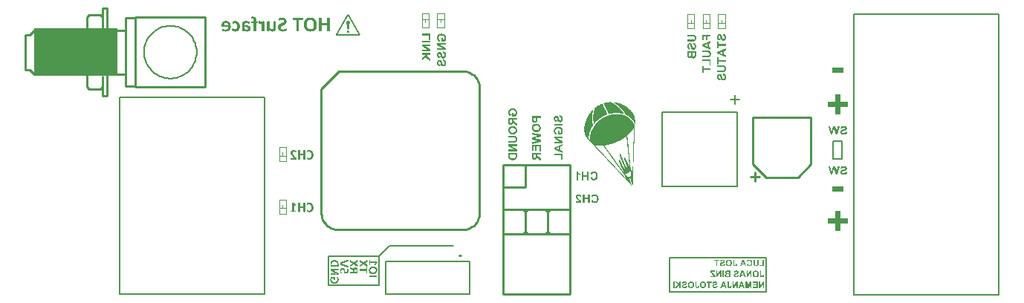
<source format=gbo>
G04*
G04 #@! TF.GenerationSoftware,Altium Limited,Altium Designer,20.0.2 (26)*
G04*
G04 Layer_Color=32896*
%FSLAX25Y25*%
%MOIN*%
G70*
G01*
G75*
%ADD11C,0.01000*%
%ADD14C,0.00787*%
%ADD17C,0.00800*%
%ADD19C,0.00600*%
%ADD173C,0.00394*%
%ADD174R,0.37402X0.21654*%
G36*
X-94581Y60998D02*
X-94436D01*
Y60950D01*
X-94388D01*
Y60902D01*
X-94340D01*
Y60853D01*
X-94292D01*
Y60805D01*
X-94243D01*
Y60757D01*
X-94195D01*
Y60709D01*
X-94147D01*
Y60660D01*
Y60612D01*
X-94099D01*
Y60564D01*
X-94050D01*
Y60516D01*
Y60467D01*
X-94002D01*
Y60419D01*
Y60371D01*
X-93954D01*
Y60323D01*
Y60274D01*
X-93906D01*
Y60226D01*
X-93857D01*
Y60178D01*
Y60130D01*
X-93809D01*
Y60081D01*
Y60033D01*
X-93761D01*
Y59985D01*
Y59937D01*
X-93713D01*
Y59888D01*
X-93664D01*
Y59840D01*
Y59792D01*
X-93616D01*
Y59744D01*
Y59696D01*
X-93568D01*
Y59647D01*
Y59599D01*
X-93520D01*
Y59551D01*
X-93471D01*
Y59503D01*
Y59454D01*
X-93423D01*
Y59406D01*
Y59358D01*
X-93375D01*
Y59310D01*
Y59261D01*
X-93327D01*
Y59213D01*
X-93278D01*
Y59165D01*
Y59117D01*
X-93230D01*
Y59068D01*
Y59020D01*
X-93182D01*
Y58972D01*
Y58924D01*
X-93134D01*
Y58875D01*
X-93085D01*
Y58827D01*
Y58779D01*
X-93037D01*
Y58731D01*
Y58682D01*
X-92989D01*
Y58634D01*
Y58586D01*
X-92941D01*
Y58538D01*
X-92892D01*
Y58489D01*
Y58441D01*
X-92844D01*
Y58393D01*
Y58345D01*
X-92796D01*
Y58296D01*
Y58248D01*
X-92748D01*
Y58200D01*
X-92699D01*
Y58152D01*
Y58103D01*
X-92651D01*
Y58055D01*
Y58007D01*
X-92603D01*
Y57959D01*
Y57910D01*
X-92555D01*
Y57862D01*
X-92506D01*
Y57814D01*
Y57766D01*
X-92458D01*
Y57717D01*
Y57669D01*
X-92410D01*
Y57621D01*
Y57573D01*
X-92362D01*
Y57525D01*
X-92313D01*
Y57476D01*
Y57428D01*
X-92265D01*
Y57380D01*
Y57332D01*
X-92217D01*
Y57283D01*
Y57235D01*
X-92169D01*
Y57187D01*
X-92120D01*
Y57139D01*
Y57090D01*
X-92072D01*
Y57042D01*
Y56994D01*
X-92024D01*
Y56946D01*
Y56897D01*
X-91976D01*
Y56849D01*
X-91927D01*
Y56801D01*
Y56753D01*
X-91879D01*
Y56704D01*
Y56656D01*
X-91831D01*
Y56608D01*
Y56560D01*
X-91783D01*
Y56511D01*
X-91735D01*
Y56463D01*
Y56415D01*
X-91686D01*
Y56367D01*
Y56318D01*
X-91638D01*
Y56270D01*
Y56222D01*
X-91590D01*
Y56174D01*
X-91542D01*
Y56125D01*
Y56077D01*
X-91493D01*
Y56029D01*
Y55981D01*
X-91445D01*
Y55932D01*
Y55884D01*
X-91397D01*
Y55836D01*
X-91349D01*
Y55788D01*
Y55739D01*
X-91300D01*
Y55691D01*
Y55643D01*
X-91252D01*
Y55595D01*
Y55546D01*
X-91204D01*
Y55498D01*
X-91156D01*
Y55450D01*
Y55402D01*
X-91107D01*
Y55353D01*
Y55305D01*
X-91059D01*
Y55257D01*
Y55209D01*
X-91011D01*
Y55160D01*
X-90963D01*
Y55112D01*
Y55064D01*
X-90914D01*
Y55016D01*
Y54967D01*
X-90866D01*
Y54919D01*
Y54871D01*
X-90818D01*
Y54823D01*
X-90770D01*
Y54774D01*
Y54726D01*
X-90721D01*
Y54678D01*
Y54630D01*
X-90673D01*
Y54581D01*
Y54533D01*
X-90625D01*
Y54485D01*
X-90577D01*
Y54437D01*
Y54388D01*
X-90528D01*
Y54340D01*
Y54292D01*
X-90480D01*
Y54244D01*
Y54195D01*
X-90432D01*
Y54147D01*
X-90384D01*
Y54099D01*
Y54051D01*
X-90335D01*
Y54002D01*
Y53954D01*
X-90287D01*
Y53906D01*
Y53858D01*
X-90239D01*
Y53810D01*
X-90191D01*
Y53761D01*
Y53713D01*
X-90142D01*
Y53665D01*
Y53617D01*
X-90094D01*
Y53568D01*
Y53520D01*
X-90046D01*
Y53472D01*
X-89998D01*
Y53424D01*
Y53375D01*
X-89950D01*
Y53327D01*
Y53279D01*
X-89901D01*
Y53231D01*
X-89853D01*
Y53182D01*
Y53134D01*
X-89805D01*
Y53086D01*
Y53038D01*
X-89757D01*
Y52989D01*
Y52941D01*
X-89708D01*
Y52893D01*
Y52845D01*
X-89660D01*
Y52796D01*
X-89612D01*
Y52748D01*
Y52700D01*
X-89564D01*
Y52652D01*
Y52603D01*
X-89515D01*
Y52555D01*
X-89467D01*
Y52507D01*
Y52459D01*
X-89419D01*
Y52411D01*
Y52362D01*
X-89371D01*
Y52314D01*
Y52266D01*
X-89322D01*
Y52218D01*
Y52169D01*
X-89274D01*
Y52121D01*
Y52073D01*
Y52025D01*
X-89226D01*
Y51976D01*
Y51928D01*
Y51880D01*
Y51832D01*
Y51783D01*
X-89274D01*
Y51735D01*
Y51687D01*
X-89322D01*
Y51639D01*
X-89371D01*
Y51590D01*
X-89419D01*
Y51542D01*
X-89467D01*
Y51494D01*
X-89660D01*
Y51446D01*
X-99695D01*
Y51494D01*
X-99840D01*
Y51542D01*
X-99936D01*
Y51590D01*
X-99985D01*
Y51639D01*
X-100033D01*
Y51687D01*
Y51735D01*
X-100081D01*
Y51783D01*
Y51832D01*
X-100129D01*
Y51880D01*
Y51928D01*
Y51976D01*
Y52025D01*
Y52073D01*
X-100081D01*
Y52121D01*
Y52169D01*
Y52218D01*
X-100033D01*
Y52266D01*
Y52314D01*
X-99985D01*
Y52362D01*
Y52411D01*
X-99936D01*
Y52459D01*
Y52507D01*
X-99888D01*
Y52555D01*
X-99840D01*
Y52603D01*
Y52652D01*
X-99792D01*
Y52700D01*
Y52748D01*
X-99743D01*
Y52796D01*
Y52845D01*
X-99695D01*
Y52893D01*
X-99647D01*
Y52941D01*
Y52989D01*
X-99599D01*
Y53038D01*
Y53086D01*
X-99550D01*
Y53134D01*
Y53182D01*
X-99502D01*
Y53231D01*
X-99454D01*
Y53279D01*
Y53327D01*
X-99406D01*
Y53375D01*
Y53424D01*
X-99357D01*
Y53472D01*
Y53520D01*
X-99309D01*
Y53568D01*
X-99261D01*
Y53617D01*
Y53665D01*
X-99213D01*
Y53713D01*
Y53761D01*
X-99164D01*
Y53810D01*
Y53858D01*
X-99116D01*
Y53906D01*
Y53954D01*
X-99068D01*
Y54002D01*
X-99020D01*
Y54051D01*
Y54099D01*
X-98971D01*
Y54147D01*
Y54195D01*
X-98923D01*
Y54244D01*
Y54292D01*
X-98875D01*
Y54340D01*
X-98827D01*
Y54388D01*
Y54437D01*
X-98778D01*
Y54485D01*
Y54533D01*
X-98730D01*
Y54581D01*
Y54630D01*
X-98682D01*
Y54678D01*
Y54726D01*
X-98634D01*
Y54774D01*
X-98585D01*
Y54823D01*
Y54871D01*
X-98537D01*
Y54919D01*
Y54967D01*
X-98489D01*
Y55016D01*
Y55064D01*
X-98441D01*
Y55112D01*
X-98392D01*
Y55160D01*
Y55209D01*
X-98344D01*
Y55257D01*
Y55305D01*
X-98296D01*
Y55353D01*
Y55402D01*
X-98248D01*
Y55450D01*
X-98199D01*
Y55498D01*
Y55546D01*
X-98151D01*
Y55595D01*
Y55643D01*
X-98103D01*
Y55691D01*
Y55739D01*
X-98055D01*
Y55788D01*
X-98006D01*
Y55836D01*
Y55884D01*
X-97958D01*
Y55932D01*
Y55981D01*
X-97910D01*
Y56029D01*
Y56077D01*
X-97862D01*
Y56125D01*
Y56174D01*
X-97813D01*
Y56222D01*
X-97765D01*
Y56270D01*
Y56318D01*
X-97717D01*
Y56367D01*
Y56415D01*
X-97669D01*
Y56463D01*
Y56511D01*
X-97620D01*
Y56560D01*
X-97572D01*
Y56608D01*
Y56656D01*
X-97524D01*
Y56704D01*
Y56753D01*
X-97476D01*
Y56801D01*
Y56849D01*
X-97427D01*
Y56897D01*
Y56946D01*
X-97379D01*
Y56994D01*
X-97331D01*
Y57042D01*
Y57090D01*
X-97283D01*
Y57139D01*
Y57187D01*
X-97234D01*
Y57235D01*
Y57283D01*
X-97186D01*
Y57332D01*
X-97138D01*
Y57380D01*
Y57428D01*
X-97090D01*
Y57476D01*
Y57525D01*
X-97041D01*
Y57573D01*
Y57621D01*
X-96993D01*
Y57669D01*
X-96945D01*
Y57717D01*
Y57766D01*
X-96897D01*
Y57814D01*
Y57862D01*
X-96849D01*
Y57910D01*
Y57959D01*
X-96800D01*
Y58007D01*
Y58055D01*
X-96752D01*
Y58103D01*
X-96704D01*
Y58152D01*
Y58200D01*
X-96656D01*
Y58248D01*
Y58296D01*
X-96607D01*
Y58345D01*
Y58393D01*
X-96559D01*
Y58441D01*
X-96511D01*
Y58489D01*
Y58538D01*
X-96463D01*
Y58586D01*
Y58634D01*
X-96414D01*
Y58682D01*
Y58731D01*
X-96366D01*
Y58779D01*
X-96318D01*
Y58827D01*
Y58875D01*
X-96270D01*
Y58924D01*
Y58972D01*
X-96221D01*
Y59020D01*
Y59068D01*
X-96173D01*
Y59117D01*
X-96125D01*
Y59165D01*
Y59213D01*
X-96077D01*
Y59261D01*
Y59310D01*
X-96028D01*
Y59358D01*
Y59406D01*
X-95980D01*
Y59454D01*
Y59503D01*
X-95932D01*
Y59551D01*
X-95884D01*
Y59599D01*
Y59647D01*
X-95835D01*
Y59696D01*
Y59744D01*
X-95787D01*
Y59792D01*
Y59840D01*
X-95739D01*
Y59888D01*
X-95691D01*
Y59937D01*
Y59985D01*
X-95642D01*
Y60033D01*
Y60081D01*
X-95594D01*
Y60130D01*
Y60178D01*
X-95546D01*
Y60226D01*
X-95498D01*
Y60274D01*
Y60323D01*
X-95450D01*
Y60371D01*
Y60419D01*
X-95401D01*
Y60467D01*
Y60516D01*
X-95353D01*
Y60564D01*
X-95305D01*
Y60612D01*
Y60660D01*
X-95257D01*
Y60709D01*
Y60757D01*
X-95208D01*
Y60805D01*
X-95160D01*
Y60853D01*
X-95112D01*
Y60902D01*
X-95064D01*
Y60950D01*
X-94967D01*
Y60998D01*
X-94871D01*
Y61046D01*
X-94581D01*
Y60998D01*
D02*
G37*
G36*
X15281Y18330D02*
X15218D01*
Y18393D01*
X15281D01*
Y18330D01*
D02*
G37*
G36*
X23221Y21644D02*
X23347D01*
Y21581D01*
X23471D01*
Y21519D01*
X23534D01*
Y21456D01*
X23659D01*
Y21394D01*
X23784D01*
Y21331D01*
X23909D01*
Y21269D01*
X23972D01*
Y21206D01*
X24097D01*
Y21144D01*
X24222D01*
Y21081D01*
X24284D01*
Y21019D01*
X24409D01*
Y20956D01*
X24472D01*
Y20894D01*
X24597D01*
Y20831D01*
X24659D01*
Y20769D01*
X24785D01*
Y20706D01*
X24910D01*
Y20644D01*
X25035D01*
Y20581D01*
X25097D01*
Y20518D01*
X25222D01*
Y20456D01*
X25285D01*
Y20393D01*
X25410D01*
Y20331D01*
X25472D01*
Y20268D01*
X25535D01*
Y20206D01*
X25660D01*
Y20143D01*
X25723D01*
Y20081D01*
X25785D01*
Y20018D01*
X25910D01*
Y19956D01*
X25973D01*
Y19893D01*
X26035D01*
Y19831D01*
X26098D01*
Y19768D01*
X26160D01*
Y19706D01*
X26223D01*
Y19643D01*
X26285D01*
Y19581D01*
X26348D01*
Y19518D01*
X26410D01*
Y19456D01*
X26473D01*
Y19393D01*
X26598D01*
Y19331D01*
X26660D01*
Y19268D01*
X26723D01*
Y19206D01*
X26785D01*
Y19143D01*
X26848D01*
Y19080D01*
X26973D01*
Y19018D01*
X27035D01*
Y18955D01*
X27098D01*
Y18893D01*
X27161D01*
Y18830D01*
X27223D01*
Y18768D01*
X27286D01*
Y18705D01*
X27348D01*
Y18643D01*
X27411D01*
Y18580D01*
X27473D01*
Y18518D01*
X27536D01*
Y18455D01*
X27598D01*
Y18393D01*
X27661D01*
Y18330D01*
X27723D01*
Y18268D01*
X27786D01*
Y18205D01*
X27848D01*
Y18143D01*
X27911D01*
Y18080D01*
X27973D01*
Y18018D01*
Y17955D01*
X28036D01*
Y17892D01*
X28098D01*
Y17830D01*
X28161D01*
Y17767D01*
X28223D01*
Y17705D01*
Y17642D01*
X28286D01*
Y17580D01*
X28349D01*
Y17517D01*
X28411D01*
Y17455D01*
Y17392D01*
X28474D01*
Y17330D01*
X28536D01*
Y17267D01*
Y17205D01*
X28599D01*
Y17142D01*
X28661D01*
Y17080D01*
Y17017D01*
X28724D01*
Y16955D01*
Y16892D01*
X28786D01*
Y16829D01*
X28849D01*
Y16767D01*
Y16704D01*
X28911D01*
Y16642D01*
X28974D01*
Y16579D01*
Y16517D01*
X29036D01*
Y16454D01*
Y16392D01*
X29099D01*
Y16329D01*
X28974D01*
Y16392D01*
X28724D01*
Y16454D01*
X28536D01*
Y16517D01*
X28223D01*
Y16579D01*
X27911D01*
Y16642D01*
X27348D01*
Y16704D01*
X26660D01*
Y16767D01*
X24722D01*
Y16704D01*
X24222D01*
Y16642D01*
X23847D01*
Y16579D01*
X23597D01*
Y16517D01*
X23221D01*
Y16454D01*
X22846D01*
Y16392D01*
X22534D01*
Y16329D01*
X22284D01*
Y16392D01*
X22221D01*
Y16454D01*
Y16517D01*
X22159D01*
Y16579D01*
Y16642D01*
X22096D01*
Y16704D01*
Y16767D01*
X22034D01*
Y16829D01*
Y16892D01*
X21971D01*
Y16955D01*
Y17017D01*
X21908D01*
Y17080D01*
Y17142D01*
X21846D01*
Y17205D01*
Y17267D01*
X21783D01*
Y17330D01*
Y17392D01*
X21721D01*
Y17455D01*
Y17517D01*
X21658D01*
Y17580D01*
Y17642D01*
X21596D01*
Y17705D01*
Y17767D01*
X21533D01*
Y17830D01*
Y17892D01*
X21471D01*
Y17955D01*
Y18018D01*
X21408D01*
Y18080D01*
Y18143D01*
X21346D01*
Y18205D01*
Y18268D01*
X21283D01*
Y18330D01*
X21221D01*
Y18393D01*
Y18455D01*
X21158D01*
Y18518D01*
Y18580D01*
X21096D01*
Y18643D01*
Y18705D01*
X21033D01*
Y18768D01*
Y18830D01*
X20970D01*
Y18893D01*
Y18955D01*
X20908D01*
Y19018D01*
Y19080D01*
X20845D01*
Y19143D01*
Y19206D01*
X20783D01*
Y19268D01*
X20720D01*
Y19331D01*
Y19393D01*
X20658D01*
Y19456D01*
Y19518D01*
X20595D01*
Y19581D01*
Y19643D01*
X20533D01*
Y19706D01*
Y19768D01*
X20470D01*
Y19831D01*
Y19893D01*
X20408D01*
Y19956D01*
Y20018D01*
X20345D01*
Y20081D01*
Y20143D01*
Y20206D01*
X20283D01*
Y20268D01*
Y20331D01*
X20220D01*
Y20393D01*
X20158D01*
Y20456D01*
Y20518D01*
X20095D01*
Y20581D01*
Y20644D01*
X20033D01*
Y20706D01*
Y20769D01*
X19970D01*
Y20831D01*
Y20894D01*
X19908D01*
Y20956D01*
Y21019D01*
X19845D01*
Y21081D01*
X19782D01*
Y21144D01*
X19970D01*
Y21206D01*
X20220D01*
Y21269D01*
X20408D01*
Y21331D01*
X20658D01*
Y21394D01*
X20908D01*
Y21456D01*
X21221D01*
Y21519D01*
X21533D01*
Y21581D01*
X21971D01*
Y21644D01*
X22596D01*
Y21707D01*
X23221D01*
Y21644D01*
D02*
G37*
G36*
X24284D02*
X24972D01*
Y21581D01*
X25347D01*
Y21519D01*
X25660D01*
Y21456D01*
X26035D01*
Y21394D01*
X26285D01*
Y21331D01*
X26535D01*
Y21269D01*
X26785D01*
Y21206D01*
X26973D01*
Y21144D01*
X27161D01*
Y21081D01*
X27348D01*
Y21019D01*
X27473D01*
Y20956D01*
X27661D01*
Y20894D01*
X27848D01*
Y20831D01*
X27973D01*
Y20769D01*
X28098D01*
Y20706D01*
X28286D01*
Y20644D01*
X28411D01*
Y20581D01*
X28536D01*
Y20518D01*
X28661D01*
Y20456D01*
X28786D01*
Y20393D01*
X28911D01*
Y20331D01*
X29036D01*
Y20268D01*
X29161D01*
Y20206D01*
X29287D01*
Y20143D01*
X29349D01*
Y20081D01*
X29474D01*
Y20018D01*
X29599D01*
Y19956D01*
X29662D01*
Y19893D01*
X29787D01*
Y19831D01*
X29849D01*
Y19768D01*
X29974D01*
Y19706D01*
X30099D01*
Y19643D01*
X30162D01*
Y19581D01*
X30224D01*
Y19518D01*
X30349D01*
Y19456D01*
X30412D01*
Y19393D01*
X30537D01*
Y19331D01*
X30599D01*
Y19268D01*
X30662D01*
Y19206D01*
X30787D01*
Y19143D01*
X30850D01*
Y19080D01*
X30912D01*
Y19018D01*
X30975D01*
Y18955D01*
X31100D01*
Y18893D01*
X31162D01*
Y18830D01*
X31225D01*
Y18768D01*
X31287D01*
Y18705D01*
X31350D01*
Y18643D01*
X31412D01*
Y18580D01*
X31475D01*
Y18518D01*
X31537D01*
Y18455D01*
X31600D01*
Y18393D01*
X31662D01*
Y18330D01*
X31787D01*
Y18268D01*
X31850D01*
Y18205D01*
X31913D01*
Y18143D01*
X31975D01*
Y18080D01*
X32038D01*
Y18018D01*
X32100D01*
Y17955D01*
Y17892D01*
X32163D01*
Y17830D01*
X32225D01*
Y17767D01*
X32288D01*
Y17705D01*
X32350D01*
Y17642D01*
X32413D01*
Y17580D01*
X32475D01*
Y17517D01*
X32538D01*
Y17455D01*
X32600D01*
Y17392D01*
Y17330D01*
X32663D01*
Y17267D01*
X32725D01*
Y17205D01*
X32788D01*
Y17142D01*
X32851D01*
Y17080D01*
Y17017D01*
X32913D01*
Y16955D01*
X32976D01*
Y16892D01*
X33038D01*
Y16829D01*
X33101D01*
Y16767D01*
Y16704D01*
Y16642D01*
X33163D01*
Y16579D01*
X33226D01*
Y16517D01*
X33288D01*
Y16454D01*
Y16392D01*
Y16329D01*
X33351D01*
Y16267D01*
X33413D01*
Y16204D01*
Y16142D01*
X33476D01*
Y16079D01*
Y16017D01*
X33538D01*
Y15954D01*
Y15892D01*
X33601D01*
Y15829D01*
Y15767D01*
Y15704D01*
X33663D01*
Y15642D01*
Y15579D01*
Y15517D01*
X33726D01*
Y15454D01*
Y15391D01*
Y15329D01*
X33788D01*
Y15266D01*
Y15204D01*
Y15141D01*
X33851D01*
Y15079D01*
Y15016D01*
Y14954D01*
Y14891D01*
Y14829D01*
Y14766D01*
X33913D01*
Y14704D01*
Y14641D01*
Y14579D01*
Y14516D01*
Y14454D01*
Y14391D01*
X33976D01*
Y14329D01*
Y14266D01*
Y14203D01*
Y14141D01*
Y14078D01*
Y14016D01*
Y13953D01*
Y13891D01*
Y13828D01*
Y13766D01*
X34038D01*
Y13703D01*
Y13641D01*
Y13578D01*
Y13516D01*
Y13453D01*
Y13391D01*
Y13328D01*
Y13265D01*
Y13203D01*
Y13140D01*
Y13078D01*
Y13015D01*
Y12953D01*
Y12890D01*
Y12828D01*
Y12765D01*
Y12703D01*
Y12640D01*
Y12578D01*
Y12515D01*
Y12453D01*
Y12390D01*
Y12328D01*
Y12265D01*
Y12203D01*
Y12140D01*
Y12077D01*
Y12015D01*
Y11953D01*
Y11890D01*
Y11827D01*
X33976D01*
Y11765D01*
Y11702D01*
Y11640D01*
Y11577D01*
Y11515D01*
Y11452D01*
Y11390D01*
Y11327D01*
Y11265D01*
Y11202D01*
Y11140D01*
Y11077D01*
Y11015D01*
Y10952D01*
Y10889D01*
Y10827D01*
Y10764D01*
Y10702D01*
Y10639D01*
Y10577D01*
Y10514D01*
Y10452D01*
Y10389D01*
Y10327D01*
Y10264D01*
X33913D01*
Y10202D01*
Y10139D01*
Y10077D01*
Y10014D01*
Y9952D01*
Y9889D01*
Y9827D01*
Y9764D01*
Y9702D01*
Y9639D01*
Y9577D01*
Y9514D01*
Y9451D01*
Y9389D01*
Y9326D01*
Y9264D01*
Y9201D01*
Y9139D01*
Y9076D01*
Y9014D01*
Y8951D01*
Y8889D01*
Y8826D01*
Y8764D01*
Y8701D01*
Y8639D01*
Y8576D01*
X33851D01*
Y8514D01*
Y8451D01*
Y8388D01*
Y8326D01*
Y8264D01*
Y8201D01*
Y8138D01*
Y8076D01*
Y8013D01*
Y7951D01*
Y7888D01*
Y7826D01*
Y7763D01*
Y7701D01*
Y7638D01*
Y7576D01*
Y7513D01*
Y7451D01*
Y7388D01*
Y7326D01*
Y7263D01*
Y7201D01*
Y7138D01*
Y7075D01*
Y7013D01*
Y6950D01*
Y6888D01*
Y6825D01*
X33788D01*
Y6763D01*
Y6700D01*
Y6638D01*
Y6575D01*
Y6513D01*
Y6450D01*
Y6388D01*
Y6325D01*
Y6263D01*
Y6200D01*
Y6138D01*
Y6075D01*
Y6013D01*
Y5950D01*
Y5887D01*
X33851D01*
Y5825D01*
X33788D01*
Y5762D01*
Y5700D01*
Y5637D01*
Y5575D01*
Y5512D01*
Y5450D01*
Y5387D01*
Y5325D01*
Y5262D01*
Y5200D01*
Y5137D01*
Y5075D01*
Y5012D01*
Y4950D01*
Y4887D01*
Y4825D01*
Y4762D01*
Y4699D01*
Y4637D01*
Y4574D01*
Y4512D01*
Y4449D01*
X33726D01*
Y4387D01*
Y4324D01*
Y4262D01*
Y4199D01*
Y4137D01*
Y4074D01*
Y4012D01*
Y3949D01*
Y3887D01*
Y3824D01*
Y3762D01*
Y3699D01*
Y3636D01*
Y3574D01*
Y3511D01*
Y3449D01*
Y3386D01*
Y3324D01*
Y3261D01*
Y3199D01*
Y3136D01*
Y3074D01*
X33663D01*
Y3011D01*
Y2949D01*
Y2886D01*
Y2824D01*
Y2761D01*
Y2699D01*
Y2636D01*
Y2574D01*
Y2511D01*
Y2448D01*
Y2386D01*
Y2324D01*
Y2261D01*
Y2198D01*
Y2136D01*
Y2073D01*
Y2011D01*
Y1948D01*
Y1886D01*
Y1823D01*
Y1761D01*
Y1698D01*
Y1636D01*
Y1573D01*
Y1511D01*
Y1448D01*
X33601D01*
Y1386D01*
Y1323D01*
Y1261D01*
Y1198D01*
Y1135D01*
Y1073D01*
Y1010D01*
Y948D01*
Y885D01*
Y823D01*
Y760D01*
Y698D01*
Y635D01*
Y573D01*
Y510D01*
Y448D01*
Y385D01*
Y323D01*
Y260D01*
Y198D01*
Y135D01*
Y73D01*
Y10D01*
Y-52D01*
Y-115D01*
Y-178D01*
X33538D01*
Y-240D01*
Y-303D01*
Y-365D01*
Y-428D01*
Y-490D01*
Y-553D01*
Y-615D01*
Y-678D01*
Y-740D01*
Y-803D01*
Y-865D01*
Y-928D01*
Y-990D01*
Y-1053D01*
Y-1115D01*
Y-1178D01*
Y-1240D01*
Y-1303D01*
Y-1366D01*
Y-1428D01*
Y-1491D01*
Y-1553D01*
Y-1616D01*
Y-1678D01*
Y-1741D01*
X33476D01*
Y-1803D01*
Y-1866D01*
Y-1928D01*
Y-1991D01*
Y-2053D01*
Y-2116D01*
Y-2178D01*
Y-2241D01*
Y-2303D01*
Y-2366D01*
Y-2428D01*
Y-2491D01*
Y-2554D01*
Y-2616D01*
Y-2679D01*
Y-2741D01*
Y-2804D01*
Y-2866D01*
Y-2929D01*
Y-2991D01*
Y-3054D01*
Y-3116D01*
Y-3179D01*
Y-3241D01*
Y-3304D01*
Y-3366D01*
Y-3429D01*
Y-3491D01*
X33413D01*
Y-3554D01*
Y-3616D01*
Y-3679D01*
Y-3742D01*
Y-3804D01*
Y-3867D01*
Y-3929D01*
Y-3992D01*
Y-4054D01*
Y-4117D01*
Y-4179D01*
Y-4242D01*
Y-4304D01*
Y-4367D01*
Y-4429D01*
Y-4492D01*
Y-4554D01*
Y-4617D01*
Y-4679D01*
Y-4742D01*
Y-4804D01*
Y-4867D01*
Y-4930D01*
Y-4992D01*
Y-5055D01*
X33351D01*
Y-5117D01*
Y-5180D01*
Y-5242D01*
Y-5305D01*
Y-5367D01*
Y-5430D01*
Y-5492D01*
Y-5555D01*
Y-5617D01*
Y-5680D01*
Y-5742D01*
Y-5805D01*
Y-5867D01*
Y-5930D01*
Y-5993D01*
Y-6055D01*
Y-6117D01*
Y-6180D01*
Y-6243D01*
Y-6305D01*
Y-6368D01*
Y-6430D01*
Y-6493D01*
Y-6555D01*
Y-6618D01*
Y-6680D01*
Y-6743D01*
X33288D01*
Y-6805D01*
Y-6868D01*
Y-6930D01*
Y-6993D01*
Y-7055D01*
Y-7118D01*
Y-7181D01*
Y-7243D01*
Y-7305D01*
Y-7368D01*
Y-7431D01*
Y-7493D01*
Y-7556D01*
Y-7618D01*
Y-7681D01*
Y-7743D01*
Y-7806D01*
Y-7868D01*
Y-7931D01*
Y-7993D01*
Y-8056D01*
Y-8118D01*
Y-8181D01*
Y-8243D01*
Y-8306D01*
Y-8368D01*
X33226D01*
Y-8431D01*
Y-8494D01*
Y-8556D01*
Y-8619D01*
Y-8681D01*
Y-8744D01*
Y-8806D01*
Y-8869D01*
Y-8931D01*
Y-8994D01*
Y-9056D01*
Y-9119D01*
Y-9181D01*
Y-9244D01*
Y-9306D01*
Y-9369D01*
Y-9431D01*
Y-9494D01*
Y-9556D01*
Y-9619D01*
Y-9681D01*
Y-9744D01*
Y-9807D01*
Y-9869D01*
Y-9932D01*
Y-9994D01*
Y-10057D01*
X33163D01*
Y-10119D01*
Y-10182D01*
Y-10244D01*
Y-10307D01*
Y-10369D01*
Y-10432D01*
Y-10494D01*
Y-10557D01*
Y-10619D01*
Y-10682D01*
Y-10745D01*
Y-10807D01*
Y-10870D01*
Y-10932D01*
Y-10994D01*
Y-11057D01*
Y-11120D01*
Y-11182D01*
Y-11245D01*
Y-11307D01*
Y-11370D01*
Y-11432D01*
Y-11495D01*
Y-11557D01*
Y-11620D01*
Y-11682D01*
Y-11745D01*
Y-11807D01*
Y-11870D01*
Y-11932D01*
Y-11995D01*
Y-12058D01*
Y-12120D01*
X33101D01*
Y-12183D01*
Y-12245D01*
Y-12308D01*
Y-12370D01*
Y-12433D01*
Y-12495D01*
Y-12558D01*
Y-12620D01*
Y-12683D01*
Y-12745D01*
Y-12808D01*
Y-12870D01*
Y-12933D01*
Y-12995D01*
Y-13058D01*
Y-13120D01*
Y-13183D01*
Y-13246D01*
Y-13308D01*
Y-13371D01*
Y-13433D01*
Y-13496D01*
Y-13558D01*
Y-13621D01*
Y-13683D01*
Y-13746D01*
Y-13808D01*
X33038D01*
Y-13871D01*
Y-13933D01*
Y-13996D01*
Y-14058D01*
Y-14121D01*
Y-14183D01*
Y-14246D01*
Y-14308D01*
Y-14371D01*
Y-14434D01*
Y-14496D01*
Y-14559D01*
Y-14621D01*
Y-14684D01*
Y-14746D01*
Y-14809D01*
Y-14871D01*
Y-14934D01*
Y-14996D01*
Y-15059D01*
Y-15121D01*
Y-15184D01*
Y-15246D01*
Y-15309D01*
Y-15371D01*
X32976D01*
Y-15434D01*
Y-15496D01*
Y-15559D01*
Y-15621D01*
Y-15684D01*
Y-15746D01*
Y-15809D01*
Y-15872D01*
Y-15934D01*
X32913D01*
Y-15872D01*
Y-15809D01*
Y-15746D01*
X32851D01*
Y-15684D01*
Y-15621D01*
Y-15559D01*
X32788D01*
Y-15496D01*
Y-15434D01*
Y-15371D01*
X32725D01*
Y-15309D01*
Y-15246D01*
X32663D01*
Y-15184D01*
Y-15121D01*
Y-15059D01*
X32600D01*
Y-14996D01*
Y-14934D01*
Y-14871D01*
X32538D01*
Y-14809D01*
Y-14746D01*
Y-14684D01*
X32475D01*
Y-14621D01*
Y-14559D01*
Y-14496D01*
X32413D01*
Y-14434D01*
Y-14371D01*
Y-14308D01*
X32350D01*
Y-14246D01*
Y-14183D01*
Y-14121D01*
X32288D01*
Y-14058D01*
Y-13996D01*
Y-13933D01*
Y-13871D01*
X32225D01*
Y-13808D01*
Y-13746D01*
Y-13683D01*
X32163D01*
Y-13621D01*
Y-13558D01*
Y-13496D01*
X32100D01*
Y-13433D01*
Y-13371D01*
Y-13308D01*
Y-13246D01*
X32038D01*
Y-13183D01*
Y-13120D01*
Y-13058D01*
Y-12995D01*
X31975D01*
Y-12933D01*
Y-12870D01*
Y-12808D01*
X31913D01*
Y-12745D01*
Y-12683D01*
X31850D01*
Y-12620D01*
X31787D01*
Y-12558D01*
X31725D01*
Y-12620D01*
X31662D01*
Y-12683D01*
Y-12745D01*
Y-12808D01*
Y-12870D01*
Y-12933D01*
Y-12995D01*
Y-13058D01*
Y-13120D01*
X31725D01*
Y-13183D01*
Y-13246D01*
Y-13308D01*
Y-13371D01*
X31787D01*
Y-13433D01*
Y-13496D01*
Y-13558D01*
X31850D01*
Y-13621D01*
Y-13683D01*
Y-13746D01*
Y-13808D01*
X31913D01*
Y-13871D01*
Y-13933D01*
Y-13996D01*
X31975D01*
Y-14058D01*
Y-14121D01*
Y-14183D01*
X32038D01*
Y-14246D01*
Y-14308D01*
Y-14371D01*
X32100D01*
Y-14434D01*
Y-14496D01*
Y-14559D01*
X32163D01*
Y-14621D01*
Y-14684D01*
Y-14746D01*
X32225D01*
Y-14809D01*
Y-14871D01*
X32288D01*
Y-14934D01*
Y-14996D01*
Y-15059D01*
X32350D01*
Y-15121D01*
Y-15184D01*
X32413D01*
Y-15246D01*
Y-15309D01*
X32475D01*
Y-15371D01*
Y-15434D01*
X32538D01*
Y-15496D01*
Y-15559D01*
X32600D01*
Y-15621D01*
Y-15684D01*
X32663D01*
Y-15746D01*
X32725D01*
Y-15809D01*
Y-15872D01*
X32788D01*
Y-15934D01*
Y-15997D01*
Y-16059D01*
X32851D01*
Y-16122D01*
Y-16184D01*
X32788D01*
Y-16122D01*
X32725D01*
Y-16059D01*
Y-15997D01*
X32663D01*
Y-15934D01*
X32600D01*
Y-15872D01*
X32538D01*
Y-15809D01*
X32475D01*
Y-15746D01*
X32413D01*
Y-15684D01*
X32350D01*
Y-15621D01*
X32288D01*
Y-15559D01*
X32225D01*
Y-15496D01*
X32163D01*
Y-15434D01*
X32100D01*
Y-15371D01*
X32038D01*
Y-15309D01*
X31975D01*
Y-15246D01*
X31913D01*
Y-15184D01*
X31850D01*
Y-15121D01*
X31787D01*
Y-15059D01*
X31725D01*
Y-14996D01*
X31662D01*
Y-14934D01*
Y-14871D01*
X31600D01*
Y-14809D01*
X31537D01*
Y-14746D01*
X31475D01*
Y-14684D01*
X31412D01*
Y-14621D01*
X31350D01*
Y-14559D01*
X31287D01*
Y-14496D01*
X31225D01*
Y-14434D01*
X31162D01*
Y-14371D01*
X31100D01*
Y-14308D01*
X31037D01*
Y-14246D01*
X30975D01*
Y-14183D01*
X30912D01*
Y-14121D01*
X30850D01*
Y-14058D01*
X30787D01*
Y-13996D01*
X30725D01*
Y-13933D01*
X30662D01*
Y-13871D01*
X30599D01*
Y-13808D01*
Y-13746D01*
X30537D01*
Y-13683D01*
X30474D01*
Y-13621D01*
X30412D01*
Y-13558D01*
X30349D01*
Y-13496D01*
X30287D01*
Y-13433D01*
X30224D01*
Y-13371D01*
X30162D01*
Y-13308D01*
X30099D01*
Y-13246D01*
X30037D01*
Y-13183D01*
X29974D01*
Y-13120D01*
X29912D01*
Y-13058D01*
X29849D01*
Y-12995D01*
X29787D01*
Y-12933D01*
Y-12870D01*
X29724D01*
Y-12808D01*
X29662D01*
Y-12745D01*
X29599D01*
Y-12683D01*
X29537D01*
Y-12620D01*
X29474D01*
Y-12558D01*
X29412D01*
Y-12495D01*
X29349D01*
Y-12433D01*
X29287D01*
Y-12370D01*
X29224D01*
Y-12308D01*
X29161D01*
Y-12245D01*
X29099D01*
Y-12183D01*
X29036D01*
Y-12120D01*
X28974D01*
Y-12058D01*
X28911D01*
Y-11995D01*
X28849D01*
Y-11932D01*
X28786D01*
Y-11870D01*
X28724D01*
Y-11807D01*
X28661D01*
Y-11745D01*
Y-11682D01*
X28536D01*
Y-11620D01*
X28474D01*
Y-11557D01*
Y-11495D01*
X28411D01*
Y-11432D01*
X28349D01*
Y-11370D01*
X28286D01*
Y-11307D01*
X28223D01*
Y-11245D01*
X28161D01*
Y-11182D01*
X28098D01*
Y-11120D01*
X28036D01*
Y-11057D01*
X27973D01*
Y-10994D01*
X27911D01*
Y-10932D01*
X27848D01*
Y-10870D01*
X27786D01*
Y-10807D01*
X27723D01*
Y-10745D01*
X27661D01*
Y-10682D01*
X27598D01*
Y-10619D01*
X27536D01*
Y-10557D01*
Y-10494D01*
X27473D01*
Y-10432D01*
X27411D01*
Y-10369D01*
X27348D01*
Y-10307D01*
X27286D01*
Y-10244D01*
X27223D01*
Y-10182D01*
X27161D01*
Y-10119D01*
X27098D01*
Y-10057D01*
X27035D01*
Y-9994D01*
X26973D01*
Y-9932D01*
X26910D01*
Y-9869D01*
X26848D01*
Y-9807D01*
X26785D01*
Y-9744D01*
Y-9681D01*
X26660D01*
Y-9619D01*
X26598D01*
Y-9556D01*
X26535D01*
Y-9494D01*
X26473D01*
Y-9431D01*
X26410D01*
Y-9369D01*
Y-9306D01*
X26348D01*
Y-9244D01*
X26285D01*
Y-9181D01*
X26223D01*
Y-9119D01*
X26160D01*
Y-9056D01*
X26098D01*
Y-8994D01*
X26035D01*
Y-8931D01*
X25973D01*
Y-8869D01*
X25910D01*
Y-8806D01*
X25848D01*
Y-8744D01*
X25785D01*
Y-8681D01*
X25723D01*
Y-8619D01*
X25660D01*
Y-8556D01*
X25597D01*
Y-8494D01*
X25535D01*
Y-8431D01*
Y-8368D01*
X25472D01*
Y-8306D01*
X25410D01*
Y-8243D01*
X25347D01*
Y-8181D01*
X25285D01*
Y-8118D01*
X25222D01*
Y-8056D01*
X25160D01*
Y-7993D01*
X25097D01*
Y-7931D01*
X25035D01*
Y-7868D01*
X24972D01*
Y-7806D01*
X24910D01*
Y-7743D01*
X24847D01*
Y-7681D01*
X24785D01*
Y-7618D01*
X24722D01*
Y-7556D01*
X24659D01*
Y-7493D01*
X24597D01*
Y-7431D01*
Y-7368D01*
X24534D01*
Y-7305D01*
X24472D01*
Y-7243D01*
X24409D01*
Y-7181D01*
X24347D01*
Y-7118D01*
X24284D01*
Y-7055D01*
X24222D01*
Y-6993D01*
X24159D01*
Y-6930D01*
X24097D01*
Y-6868D01*
X24034D01*
Y-6805D01*
X23972D01*
Y-6743D01*
X23909D01*
Y-6680D01*
X23847D01*
Y-6618D01*
X23784D01*
Y-6555D01*
X23722D01*
Y-6493D01*
X23659D01*
Y-6430D01*
X23597D01*
Y-6368D01*
X23534D01*
Y-6305D01*
X23471D01*
Y-6243D01*
Y-6180D01*
X23409D01*
Y-6117D01*
X23347D01*
Y-6055D01*
X23284D01*
Y-5993D01*
X23221D01*
Y-5930D01*
X23159D01*
Y-5867D01*
X23096D01*
Y-5805D01*
X23034D01*
Y-5742D01*
X22971D01*
Y-5680D01*
X22909D01*
Y-5617D01*
X22846D01*
Y-5555D01*
X22784D01*
Y-5492D01*
X22721D01*
Y-5430D01*
X22659D01*
Y-5367D01*
X22596D01*
Y-5305D01*
X22534D01*
Y-5242D01*
Y-5180D01*
X22471D01*
Y-5117D01*
X22409D01*
Y-5055D01*
X22346D01*
Y-4992D01*
X22284D01*
Y-4930D01*
X22221D01*
Y-4867D01*
X22159D01*
Y-4804D01*
X22096D01*
Y-4742D01*
X22034D01*
Y-4679D01*
X21971D01*
Y-4617D01*
X21908D01*
Y-4554D01*
X21846D01*
Y-4492D01*
X21783D01*
Y-4429D01*
X21721D01*
Y-4367D01*
X21658D01*
Y-4304D01*
X21596D01*
Y-4242D01*
Y-4179D01*
X21533D01*
Y-4117D01*
X21471D01*
Y-4054D01*
X21408D01*
Y-3992D01*
X21346D01*
Y-3929D01*
X21283D01*
Y-3867D01*
X21221D01*
Y-3804D01*
X21158D01*
Y-3742D01*
X21096D01*
Y-3679D01*
X21033D01*
Y-3616D01*
X20970D01*
Y-3554D01*
X20908D01*
Y-3491D01*
X20845D01*
Y-3429D01*
X20783D01*
Y-3366D01*
X20720D01*
Y-3304D01*
X20658D01*
Y-3241D01*
X20595D01*
Y-3179D01*
Y-3116D01*
X20470D01*
Y-3054D01*
X20408D01*
Y-2991D01*
X20345D01*
Y-2929D01*
X20283D01*
Y-2866D01*
Y-2804D01*
X20220D01*
Y-2741D01*
X20158D01*
Y-2679D01*
X20095D01*
Y-2616D01*
X20033D01*
Y-2554D01*
X19970D01*
Y-2491D01*
X19908D01*
Y-2428D01*
X19845D01*
Y-2366D01*
X19782D01*
Y-2303D01*
Y-2241D01*
X19658D01*
Y-2178D01*
X19595D01*
Y-2116D01*
X19532D01*
Y-2053D01*
X19470D01*
Y-1991D01*
X19407D01*
Y-1928D01*
Y-1866D01*
X19345D01*
Y-1803D01*
X19282D01*
Y-1741D01*
X19220D01*
Y-1678D01*
X19157D01*
Y-1616D01*
X19095D01*
Y-1553D01*
X19032D01*
Y-1491D01*
X18970D01*
Y-1428D01*
X18907D01*
Y-1366D01*
X18845D01*
Y-1303D01*
X18782D01*
Y-1240D01*
X18720D01*
Y-1178D01*
X18657D01*
Y-1115D01*
X18595D01*
Y-1053D01*
X18532D01*
Y-990D01*
X18470D01*
Y-928D01*
X18407D01*
Y-865D01*
X18344D01*
Y-803D01*
Y-740D01*
X18282D01*
Y-678D01*
X18219D01*
Y-615D01*
X18157D01*
Y-553D01*
X18094D01*
Y-490D01*
X18032D01*
Y-428D01*
X17969D01*
Y-365D01*
X17907D01*
Y-303D01*
X17844D01*
Y-240D01*
X17782D01*
Y-178D01*
X17719D01*
Y-115D01*
X17657D01*
Y-52D01*
X17594D01*
Y10D01*
X17532D01*
Y73D01*
X17469D01*
Y135D01*
Y198D01*
X17406D01*
Y260D01*
X17344D01*
Y323D01*
X17281D01*
Y385D01*
X17219D01*
Y448D01*
X17156D01*
Y510D01*
X17094D01*
Y573D01*
X17031D01*
Y635D01*
X16969D01*
Y698D01*
X16906D01*
Y760D01*
X16844D01*
Y823D01*
X16781D01*
Y885D01*
X16719D01*
Y948D01*
X16656D01*
Y1010D01*
X16594D01*
Y1073D01*
X16531D01*
Y1135D01*
Y1198D01*
X16469D01*
Y1261D01*
X16406D01*
Y1323D01*
X16344D01*
Y1386D01*
X16281D01*
Y1448D01*
X16218D01*
Y1511D01*
X16156D01*
Y1573D01*
X16093D01*
Y1636D01*
X16031D01*
Y1698D01*
X15968D01*
Y1761D01*
X15906D01*
Y1823D01*
X15843D01*
Y1886D01*
X15781D01*
Y1948D01*
X15718D01*
Y2011D01*
X15656D01*
Y2073D01*
X15593D01*
Y2136D01*
X15531D01*
Y2198D01*
X15468D01*
Y2261D01*
Y2324D01*
X15406D01*
Y2386D01*
X15343D01*
Y2448D01*
X15281D01*
Y2511D01*
X15218D01*
Y2574D01*
X15156D01*
Y2636D01*
X15093D01*
Y2699D01*
X15031D01*
Y2761D01*
X14968D01*
Y2824D01*
X14906D01*
Y2886D01*
X14843D01*
Y2949D01*
X14780D01*
Y3011D01*
X14718D01*
Y3074D01*
X14655D01*
Y3136D01*
X14593D01*
Y3199D01*
X14530D01*
Y3261D01*
X14468D01*
Y3324D01*
Y3386D01*
X14405D01*
Y3449D01*
X14343D01*
Y3511D01*
X14280D01*
Y3574D01*
X14218D01*
Y3636D01*
X14155D01*
Y3699D01*
X14093D01*
Y3762D01*
X14030D01*
Y3824D01*
X13968D01*
Y3887D01*
X13905D01*
Y3949D01*
X13843D01*
Y4012D01*
Y4074D01*
X13780D01*
Y4137D01*
X13717D01*
Y4199D01*
X13655D01*
Y4262D01*
X13592D01*
Y4324D01*
X13530D01*
Y4387D01*
X13467D01*
Y4449D01*
X13405D01*
Y4512D01*
X13342D01*
Y4574D01*
Y4637D01*
X13217D01*
Y4699D01*
X13155D01*
Y4762D01*
Y4825D01*
X13092D01*
Y4887D01*
X13030D01*
Y4950D01*
X12967D01*
Y5012D01*
X12905D01*
Y5075D01*
X12842D01*
Y5137D01*
Y5200D01*
X12780D01*
Y5262D01*
X12717D01*
Y5325D01*
X12655D01*
Y5387D01*
X12592D01*
Y5450D01*
X12529D01*
Y5512D01*
Y5575D01*
X12467D01*
Y5637D01*
X12404D01*
Y5700D01*
X12342D01*
Y5762D01*
Y5825D01*
X12279D01*
Y5887D01*
X12217D01*
Y5950D01*
Y6013D01*
X12154D01*
Y6075D01*
X12092D01*
Y6138D01*
Y6200D01*
X12029D01*
Y6263D01*
Y6325D01*
X11967D01*
Y6388D01*
Y6450D01*
X11904D01*
Y6513D01*
Y6575D01*
X11842D01*
Y6638D01*
Y6700D01*
X11779D01*
Y6763D01*
Y6825D01*
X11717D01*
Y6888D01*
Y6950D01*
X11654D01*
Y7013D01*
Y7075D01*
Y7138D01*
Y7201D01*
X11592D01*
Y7263D01*
Y7326D01*
X11529D01*
Y7388D01*
Y7451D01*
Y7513D01*
Y7576D01*
Y7638D01*
X11467D01*
Y7701D01*
Y7763D01*
X11404D01*
Y7826D01*
Y7888D01*
Y7951D01*
Y8013D01*
Y8076D01*
X11342D01*
Y8138D01*
Y8201D01*
Y8264D01*
Y8326D01*
Y8388D01*
X11279D01*
Y8451D01*
Y8514D01*
Y8576D01*
Y8639D01*
Y8701D01*
X11216D01*
Y8764D01*
Y8826D01*
Y8889D01*
Y8951D01*
Y9014D01*
Y9076D01*
Y9139D01*
Y9201D01*
Y9264D01*
Y9326D01*
Y9389D01*
Y9451D01*
Y9514D01*
Y9577D01*
Y9639D01*
Y9702D01*
Y9764D01*
Y9827D01*
Y9889D01*
X11279D01*
Y9952D01*
Y10014D01*
Y10077D01*
Y10139D01*
Y10202D01*
Y10264D01*
Y10327D01*
Y10389D01*
Y10452D01*
Y10514D01*
X11342D01*
Y10577D01*
Y10639D01*
Y10702D01*
Y10764D01*
Y10827D01*
X11404D01*
Y10889D01*
Y10952D01*
Y11015D01*
Y11077D01*
Y11140D01*
X11467D01*
Y11202D01*
Y11265D01*
Y11327D01*
Y11390D01*
Y11452D01*
X11529D01*
Y11515D01*
Y11577D01*
Y11640D01*
X11592D01*
Y11702D01*
Y11765D01*
Y11827D01*
Y11890D01*
X11654D01*
Y11953D01*
Y12015D01*
Y12077D01*
X11717D01*
Y12140D01*
Y12203D01*
Y12265D01*
Y12328D01*
X11779D01*
Y12390D01*
Y12453D01*
Y12515D01*
Y12578D01*
X11842D01*
Y12640D01*
Y12703D01*
Y12765D01*
X11904D01*
Y12828D01*
Y12890D01*
Y12953D01*
Y13015D01*
X11967D01*
Y13078D01*
Y13140D01*
Y13203D01*
X12029D01*
Y13265D01*
Y13328D01*
Y13391D01*
X12092D01*
Y13453D01*
Y13516D01*
X12154D01*
Y13578D01*
Y13641D01*
Y13703D01*
X12217D01*
Y13766D01*
Y13828D01*
Y13891D01*
X12279D01*
Y13953D01*
Y14016D01*
X12342D01*
Y14078D01*
Y14141D01*
X12404D01*
Y14203D01*
Y14266D01*
Y14329D01*
X12467D01*
Y14391D01*
Y14454D01*
X12529D01*
Y14516D01*
Y14579D01*
X12592D01*
Y14641D01*
Y14704D01*
X12655D01*
Y14766D01*
Y14829D01*
X12717D01*
Y14891D01*
Y14954D01*
X12780D01*
Y15016D01*
Y15079D01*
X12842D01*
Y15141D01*
Y15204D01*
X12905D01*
Y15266D01*
Y15329D01*
X12967D01*
Y15391D01*
Y15454D01*
X13030D01*
Y15517D01*
X13092D01*
Y15579D01*
Y15642D01*
X13155D01*
Y15704D01*
Y15767D01*
X13217D01*
Y15829D01*
X13280D01*
Y15892D01*
Y15954D01*
X13342D01*
Y16017D01*
Y16079D01*
X13405D01*
Y16142D01*
X13467D01*
Y16204D01*
Y16267D01*
X13530D01*
Y16329D01*
X13592D01*
Y16392D01*
Y16454D01*
X13655D01*
Y16517D01*
X13717D01*
Y16579D01*
Y16642D01*
X13780D01*
Y16704D01*
X13843D01*
Y16767D01*
X13905D01*
Y16829D01*
Y16892D01*
X13968D01*
Y16955D01*
X14030D01*
Y17017D01*
X14093D01*
Y17080D01*
Y17142D01*
X14155D01*
Y17205D01*
X14218D01*
Y17267D01*
X14280D01*
Y17330D01*
X14343D01*
Y17392D01*
Y17455D01*
X14405D01*
Y17517D01*
X14468D01*
Y17580D01*
X14530D01*
Y17642D01*
X14593D01*
Y17705D01*
X14655D01*
Y17767D01*
X14718D01*
Y17830D01*
X14780D01*
Y17892D01*
X14843D01*
Y17955D01*
X14906D01*
Y18018D01*
X14968D01*
Y18080D01*
Y18143D01*
X15031D01*
Y18205D01*
X15093D01*
Y18268D01*
X15156D01*
Y18330D01*
X15218D01*
Y18268D01*
Y18205D01*
Y18143D01*
Y18080D01*
X15156D01*
Y18018D01*
Y17955D01*
Y17892D01*
Y17830D01*
Y17767D01*
Y17705D01*
Y17642D01*
X15093D01*
Y17580D01*
Y17517D01*
Y17455D01*
Y17392D01*
Y17330D01*
Y17267D01*
X15031D01*
Y17205D01*
Y17142D01*
Y17080D01*
Y17017D01*
Y16955D01*
X14968D01*
Y16892D01*
Y16829D01*
Y16767D01*
Y16704D01*
Y16642D01*
X14906D01*
Y16579D01*
Y16517D01*
Y16454D01*
Y16392D01*
X14843D01*
Y16329D01*
Y16267D01*
Y16204D01*
Y16142D01*
Y16079D01*
Y16017D01*
X14780D01*
Y15954D01*
Y15892D01*
Y15829D01*
Y15767D01*
Y15704D01*
Y15642D01*
Y15579D01*
Y15517D01*
Y15454D01*
Y15391D01*
Y15329D01*
Y15266D01*
X14718D01*
Y15204D01*
Y15141D01*
Y15079D01*
Y15016D01*
Y14954D01*
Y14891D01*
Y14829D01*
Y14766D01*
Y14704D01*
Y14641D01*
Y14579D01*
Y14516D01*
Y14454D01*
Y14391D01*
Y14329D01*
Y14266D01*
Y14203D01*
Y14141D01*
Y14078D01*
Y14016D01*
Y13953D01*
Y13891D01*
Y13828D01*
X14780D01*
Y13766D01*
Y13703D01*
Y13641D01*
Y13578D01*
Y13516D01*
Y13453D01*
Y13391D01*
Y13328D01*
X14843D01*
Y13265D01*
Y13203D01*
Y13140D01*
Y13078D01*
Y13015D01*
Y12953D01*
Y12890D01*
X14906D01*
Y12828D01*
Y12765D01*
Y12703D01*
Y12640D01*
Y12578D01*
Y12515D01*
X14968D01*
Y12453D01*
Y12390D01*
Y12328D01*
Y12265D01*
Y12203D01*
Y12140D01*
X15031D01*
Y12077D01*
X14968D01*
Y12015D01*
X15031D01*
Y11953D01*
Y11890D01*
Y11827D01*
X15093D01*
Y11765D01*
Y11702D01*
Y11640D01*
Y11577D01*
X15156D01*
Y11515D01*
Y11452D01*
Y11390D01*
X15218D01*
Y11327D01*
Y11265D01*
Y11202D01*
X15156D01*
Y11140D01*
Y11077D01*
X15093D01*
Y11015D01*
X15031D01*
Y10952D01*
Y10889D01*
X14968D01*
Y10827D01*
X14906D01*
Y10764D01*
X14843D01*
Y10702D01*
Y10639D01*
X14780D01*
Y10577D01*
Y10514D01*
X14718D01*
Y10452D01*
X14655D01*
Y10389D01*
Y10327D01*
X14593D01*
Y10264D01*
Y10202D01*
X14530D01*
Y10139D01*
Y10077D01*
X14468D01*
Y10014D01*
Y9952D01*
X14405D01*
Y9889D01*
Y9827D01*
X14343D01*
Y9764D01*
Y9702D01*
X14280D01*
Y9639D01*
Y9577D01*
X14218D01*
Y9514D01*
Y9451D01*
X14155D01*
Y9389D01*
Y9326D01*
Y9264D01*
X14093D01*
Y9201D01*
Y9139D01*
X14030D01*
Y9076D01*
Y9014D01*
Y8951D01*
X13968D01*
Y8889D01*
Y8826D01*
X13905D01*
Y8764D01*
Y8701D01*
Y8639D01*
X13843D01*
Y8576D01*
Y8514D01*
X13780D01*
Y8451D01*
Y8388D01*
Y8326D01*
X13717D01*
Y8264D01*
Y8201D01*
Y8138D01*
X13655D01*
Y8076D01*
Y8013D01*
Y7951D01*
X13592D01*
Y7888D01*
Y7826D01*
Y7763D01*
Y7701D01*
X13530D01*
Y7638D01*
Y7576D01*
Y7513D01*
Y7451D01*
Y7388D01*
X13467D01*
Y7326D01*
Y7263D01*
Y7201D01*
Y7138D01*
Y7075D01*
X13405D01*
Y7013D01*
Y6950D01*
Y6888D01*
Y6825D01*
Y6763D01*
Y6700D01*
Y6638D01*
Y6575D01*
X13342D01*
Y6513D01*
Y6450D01*
Y6388D01*
Y6325D01*
Y6263D01*
Y6200D01*
Y6138D01*
Y6075D01*
Y6013D01*
Y5950D01*
Y5887D01*
Y5825D01*
Y5762D01*
Y5700D01*
Y5637D01*
Y5575D01*
Y5512D01*
Y5450D01*
Y5387D01*
Y5325D01*
Y5262D01*
X13405D01*
Y5200D01*
Y5137D01*
X13467D01*
Y5075D01*
X13530D01*
Y5012D01*
Y4950D01*
X13592D01*
Y4887D01*
X13655D01*
Y4825D01*
Y4762D01*
X13843D01*
Y4825D01*
Y4887D01*
Y4950D01*
X13780D01*
Y5012D01*
Y5075D01*
Y5137D01*
Y5200D01*
Y5262D01*
Y5325D01*
Y5387D01*
Y5450D01*
Y5512D01*
Y5575D01*
Y5637D01*
Y5700D01*
Y5762D01*
Y5825D01*
Y5887D01*
Y5950D01*
Y6013D01*
Y6075D01*
X13843D01*
Y6138D01*
Y6200D01*
Y6263D01*
Y6325D01*
Y6388D01*
X13905D01*
Y6450D01*
Y6513D01*
Y6575D01*
Y6638D01*
Y6700D01*
Y6763D01*
X13968D01*
Y6825D01*
Y6888D01*
Y6950D01*
Y7013D01*
Y7075D01*
Y7138D01*
X14030D01*
Y7201D01*
Y7263D01*
Y7326D01*
Y7388D01*
X14093D01*
Y7451D01*
Y7513D01*
Y7576D01*
Y7638D01*
Y7701D01*
X14155D01*
Y7763D01*
Y7826D01*
Y7888D01*
X14218D01*
Y7951D01*
Y8013D01*
Y8076D01*
X14280D01*
Y8138D01*
Y8201D01*
Y8264D01*
X14343D01*
Y8326D01*
Y8388D01*
X14405D01*
Y8451D01*
Y8514D01*
X14468D01*
Y8576D01*
Y8639D01*
X14530D01*
Y8701D01*
Y8764D01*
X14593D01*
Y8826D01*
Y8889D01*
X14655D01*
Y8951D01*
Y9014D01*
X14718D01*
Y9076D01*
Y9139D01*
X14780D01*
Y9201D01*
Y9264D01*
X14843D01*
Y9326D01*
Y9389D01*
X14906D01*
Y9451D01*
Y9514D01*
X14968D01*
Y9577D01*
Y9639D01*
X15031D01*
Y9702D01*
Y9764D01*
X15093D01*
Y9827D01*
X15156D01*
Y9889D01*
Y9952D01*
X15218D01*
Y10014D01*
Y10077D01*
X15281D01*
Y10139D01*
Y10202D01*
X15343D01*
Y10264D01*
X15406D01*
Y10327D01*
Y10389D01*
X15468D01*
Y10452D01*
Y10514D01*
X15531D01*
Y10577D01*
X15593D01*
Y10639D01*
Y10702D01*
X15656D01*
Y10764D01*
Y10827D01*
X15718D01*
Y10889D01*
X15781D01*
Y10952D01*
X15843D01*
Y11015D01*
Y11077D01*
X15906D01*
Y11140D01*
X15968D01*
Y11202D01*
X16031D01*
Y11265D01*
Y11327D01*
X16093D01*
Y11390D01*
X16156D01*
Y11452D01*
Y11515D01*
X16218D01*
Y11577D01*
X16281D01*
Y11640D01*
X16344D01*
Y11702D01*
X16406D01*
Y11765D01*
X16469D01*
Y11827D01*
Y11890D01*
X16531D01*
Y11953D01*
X16594D01*
Y12015D01*
X16656D01*
Y12077D01*
X16719D01*
Y12140D01*
Y12203D01*
X16781D01*
Y12265D01*
X16844D01*
Y12328D01*
X16906D01*
Y12390D01*
X16969D01*
Y12453D01*
X17031D01*
Y12515D01*
X17094D01*
Y12578D01*
X17156D01*
Y12640D01*
X17219D01*
Y12703D01*
X17281D01*
Y12765D01*
X17344D01*
Y12828D01*
X17406D01*
Y12890D01*
X17469D01*
Y12953D01*
X17532D01*
Y13015D01*
X17594D01*
Y13078D01*
X17719D01*
Y13140D01*
X17782D01*
Y13203D01*
X17844D01*
Y13265D01*
X17907D01*
Y13328D01*
X17969D01*
Y13391D01*
X18032D01*
Y13453D01*
X18094D01*
Y13516D01*
X18219D01*
Y13578D01*
X18282D01*
Y13641D01*
X18344D01*
Y13703D01*
X18470D01*
Y13766D01*
X18532D01*
Y13828D01*
X18595D01*
Y13891D01*
X18657D01*
Y13953D01*
X18782D01*
Y14016D01*
X18845D01*
Y14078D01*
X18907D01*
Y14141D01*
X19032D01*
Y14203D01*
X19095D01*
Y14266D01*
X19220D01*
Y14329D01*
X19345D01*
Y14391D01*
X19407D01*
Y14454D01*
X19532D01*
Y14516D01*
X19595D01*
Y14579D01*
X19720D01*
Y14641D01*
X19845D01*
Y14704D01*
X19970D01*
Y14766D01*
X20095D01*
Y14829D01*
X20158D01*
Y14891D01*
X20283D01*
Y14954D01*
X20408D01*
Y15016D01*
X20533D01*
Y15079D01*
X20720D01*
Y15141D01*
X20845D01*
Y15204D01*
X20970D01*
Y15266D01*
X21096D01*
Y15329D01*
X21283D01*
Y15391D01*
X21408D01*
Y15454D01*
X21658D01*
Y15517D01*
X21846D01*
Y15579D01*
X21971D01*
Y15642D01*
X22221D01*
Y15704D01*
X22409D01*
Y15767D01*
X22659D01*
Y15829D01*
X22846D01*
Y15892D01*
X23096D01*
Y15954D01*
X23284D01*
Y16017D01*
X23597D01*
Y16079D01*
X23972D01*
Y16142D01*
X24409D01*
Y16204D01*
X24847D01*
Y16267D01*
X26910D01*
Y16204D01*
X27598D01*
Y16142D01*
X28036D01*
Y16079D01*
X28349D01*
Y16017D01*
X28599D01*
Y15954D01*
X28849D01*
Y15892D01*
X29036D01*
Y15829D01*
X29224D01*
Y15767D01*
X29349D01*
Y15704D01*
X29474D01*
Y15642D01*
X29662D01*
Y15579D01*
X29787D01*
Y15517D01*
X29912D01*
Y15454D01*
X30037D01*
Y15391D01*
X30162D01*
Y15329D01*
X30287D01*
Y15266D01*
X30412D01*
Y15204D01*
X30474D01*
Y15141D01*
X30599D01*
Y15079D01*
X30662D01*
Y15016D01*
X30787D01*
Y14954D01*
X30850D01*
Y14891D01*
X30912D01*
Y14829D01*
X31037D01*
Y14766D01*
X31100D01*
Y14704D01*
X31225D01*
Y14641D01*
X31287D01*
Y14579D01*
X31350D01*
Y14516D01*
X31412D01*
Y14454D01*
X31537D01*
Y14391D01*
X31600D01*
Y14329D01*
X31662D01*
Y14266D01*
X31725D01*
Y14203D01*
X31787D01*
Y14141D01*
X31850D01*
Y14078D01*
X31913D01*
Y14016D01*
X31975D01*
Y13953D01*
X32038D01*
Y13891D01*
X32100D01*
Y13828D01*
X32163D01*
Y13766D01*
X32225D01*
Y13703D01*
X32288D01*
Y13641D01*
Y13578D01*
X32350D01*
Y13516D01*
X32413D01*
Y13453D01*
X32475D01*
Y13391D01*
X32538D01*
Y13328D01*
Y13265D01*
X32600D01*
Y13203D01*
X32663D01*
Y13140D01*
X32725D01*
Y13078D01*
X32788D01*
Y13015D01*
Y12953D01*
X32851D01*
Y12890D01*
X32913D01*
Y12828D01*
X32976D01*
Y12765D01*
X33038D01*
Y12703D01*
Y12640D01*
X33101D01*
Y12578D01*
X33163D01*
Y12515D01*
X33226D01*
Y12453D01*
Y12390D01*
X33288D01*
Y12328D01*
X33351D01*
Y12265D01*
X33413D01*
Y12203D01*
Y12140D01*
X33476D01*
Y12077D01*
X33538D01*
Y12015D01*
Y11953D01*
X33601D01*
Y11890D01*
Y11827D01*
X33663D01*
Y11890D01*
X33726D01*
Y11953D01*
Y12015D01*
Y12077D01*
Y12140D01*
Y12203D01*
Y12265D01*
Y12328D01*
Y12390D01*
Y12453D01*
Y12515D01*
Y12578D01*
X33663D01*
Y12640D01*
Y12703D01*
X33601D01*
Y12765D01*
X33538D01*
Y12828D01*
Y12890D01*
X33476D01*
Y12953D01*
Y13015D01*
X33413D01*
Y13078D01*
X33351D01*
Y13140D01*
Y13203D01*
X33288D01*
Y13265D01*
X33226D01*
Y13328D01*
X33163D01*
Y13391D01*
X33101D01*
Y13453D01*
Y13516D01*
X33038D01*
Y13578D01*
X32976D01*
Y13641D01*
X32913D01*
Y13703D01*
X32851D01*
Y13766D01*
X32788D01*
Y13828D01*
X32725D01*
Y13891D01*
X32663D01*
Y13953D01*
X32600D01*
Y14016D01*
X32538D01*
Y14078D01*
Y14141D01*
X32475D01*
Y14203D01*
X32413D01*
Y14266D01*
X32350D01*
Y14329D01*
X32288D01*
Y14391D01*
X32225D01*
Y14454D01*
X32163D01*
Y14516D01*
X32100D01*
Y14579D01*
X32038D01*
Y14641D01*
X31975D01*
Y14704D01*
X31850D01*
Y14766D01*
X31787D01*
Y14829D01*
X31725D01*
Y14891D01*
X31662D01*
Y14954D01*
X31600D01*
Y15016D01*
X31475D01*
Y15079D01*
X31412D01*
Y15141D01*
X31350D01*
Y15204D01*
X31225D01*
Y15266D01*
X31162D01*
Y15329D01*
X31037D01*
Y15391D01*
X30975D01*
Y15454D01*
X30850D01*
Y15517D01*
X30787D01*
Y15579D01*
X30662D01*
Y15642D01*
X30537D01*
Y15704D01*
X30474D01*
Y15767D01*
X30349D01*
Y15829D01*
X30224D01*
Y15892D01*
X30099D01*
Y15954D01*
X29974D01*
Y16017D01*
X29849D01*
Y16079D01*
Y16142D01*
X29787D01*
Y16204D01*
Y16267D01*
X29724D01*
Y16329D01*
X29662D01*
Y16392D01*
Y16454D01*
X29599D01*
Y16517D01*
Y16579D01*
X29537D01*
Y16642D01*
X29474D01*
Y16704D01*
Y16767D01*
X29412D01*
Y16829D01*
X29349D01*
Y16892D01*
Y16955D01*
X29287D01*
Y17017D01*
X29224D01*
Y17080D01*
Y17142D01*
X29161D01*
Y17205D01*
X29099D01*
Y17267D01*
Y17330D01*
X29036D01*
Y17392D01*
X28974D01*
Y17455D01*
Y17517D01*
X28911D01*
Y17580D01*
X28849D01*
Y17642D01*
Y17705D01*
X28786D01*
Y17767D01*
X28724D01*
Y17830D01*
Y17892D01*
X28661D01*
Y17955D01*
X28599D01*
Y18018D01*
X28536D01*
Y18080D01*
X28474D01*
Y18143D01*
X28411D01*
Y18205D01*
Y18268D01*
X28349D01*
Y18330D01*
X28286D01*
Y18393D01*
X28223D01*
Y18455D01*
X28161D01*
Y18518D01*
X28098D01*
Y18580D01*
X28036D01*
Y18643D01*
X27973D01*
Y18705D01*
X27911D01*
Y18768D01*
X27848D01*
Y18830D01*
X27786D01*
Y18893D01*
X27723D01*
Y18955D01*
X27661D01*
Y19018D01*
X27598D01*
Y19080D01*
X27536D01*
Y19143D01*
X27473D01*
Y19206D01*
X27411D01*
Y19268D01*
X27348D01*
Y19331D01*
X27286D01*
Y19393D01*
X27223D01*
Y19456D01*
X27161D01*
Y19518D01*
X27098D01*
Y19581D01*
X27035D01*
Y19643D01*
X26910D01*
Y19706D01*
X26848D01*
Y19768D01*
X26785D01*
Y19831D01*
X26723D01*
Y19893D01*
X26660D01*
Y19956D01*
X26598D01*
Y20018D01*
X26473D01*
Y20081D01*
X26410D01*
Y20143D01*
X26348D01*
Y20206D01*
X26285D01*
Y20268D01*
X26160D01*
Y20331D01*
X26098D01*
Y20393D01*
X26035D01*
Y20456D01*
X25910D01*
Y20518D01*
X25848D01*
Y20581D01*
X25785D01*
Y20644D01*
X25660D01*
Y20706D01*
X25597D01*
Y20769D01*
X25472D01*
Y20831D01*
X25347D01*
Y20894D01*
X25285D01*
Y20956D01*
X25160D01*
Y21019D01*
X25097D01*
Y21081D01*
X24972D01*
Y21144D01*
X24847D01*
Y21206D01*
X24785D01*
Y21269D01*
X24659D01*
Y21331D01*
X24597D01*
Y21394D01*
X24472D01*
Y21456D01*
X24409D01*
Y21519D01*
X24284D01*
Y21581D01*
X24159D01*
Y21644D01*
X24034D01*
Y21707D01*
X24284D01*
Y21644D01*
D02*
G37*
G36*
X19470Y20894D02*
Y20831D01*
Y20769D01*
X19532D01*
Y20706D01*
Y20644D01*
X19595D01*
Y20581D01*
Y20518D01*
X19658D01*
Y20456D01*
Y20393D01*
X19720D01*
Y20331D01*
Y20268D01*
Y20206D01*
X19782D01*
Y20143D01*
Y20081D01*
X19845D01*
Y20018D01*
Y19956D01*
X19908D01*
Y19893D01*
Y19831D01*
X19970D01*
Y19768D01*
Y19706D01*
Y19643D01*
X20033D01*
Y19581D01*
Y19518D01*
X20095D01*
Y19456D01*
Y19393D01*
X20158D01*
Y19331D01*
X20220D01*
Y19268D01*
Y19206D01*
X20283D01*
Y19143D01*
Y19080D01*
X20345D01*
Y19018D01*
Y18955D01*
X20408D01*
Y18893D01*
Y18830D01*
X20470D01*
Y18768D01*
Y18705D01*
X20533D01*
Y18643D01*
Y18580D01*
X20595D01*
Y18518D01*
Y18455D01*
X20658D01*
Y18393D01*
Y18330D01*
X20720D01*
Y18268D01*
Y18205D01*
X20783D01*
Y18143D01*
Y18080D01*
X20845D01*
Y18018D01*
Y17955D01*
X20908D01*
Y17892D01*
Y17830D01*
X20970D01*
Y17767D01*
X21033D01*
Y17705D01*
Y17642D01*
Y17580D01*
X21096D01*
Y17517D01*
Y17455D01*
X21158D01*
Y17392D01*
Y17330D01*
X21221D01*
Y17267D01*
Y17205D01*
X21283D01*
Y17142D01*
Y17080D01*
X21346D01*
Y17017D01*
Y16955D01*
X21408D01*
Y16892D01*
Y16829D01*
X21471D01*
Y16767D01*
Y16704D01*
Y16642D01*
X21533D01*
Y16579D01*
X21596D01*
Y16517D01*
Y16454D01*
X21658D01*
Y16392D01*
Y16329D01*
X21721D01*
Y16267D01*
Y16204D01*
X21783D01*
Y16142D01*
X21721D01*
Y16079D01*
X21471D01*
Y16017D01*
X21346D01*
Y15954D01*
X21158D01*
Y15892D01*
X21033D01*
Y15829D01*
X20845D01*
Y15767D01*
X20720D01*
Y15704D01*
X20595D01*
Y15642D01*
X20408D01*
Y15579D01*
X20283D01*
Y15517D01*
X20158D01*
Y15454D01*
X20033D01*
Y15391D01*
X19908D01*
Y15329D01*
X19782D01*
Y15266D01*
X19720D01*
Y15204D01*
X19595D01*
Y15141D01*
X19470D01*
Y15079D01*
X19407D01*
Y15016D01*
X19282D01*
Y14954D01*
X19157D01*
Y14891D01*
X19095D01*
Y14829D01*
X18970D01*
Y14766D01*
X18845D01*
Y14704D01*
X18782D01*
Y14641D01*
X18657D01*
Y14579D01*
X18595D01*
Y14516D01*
X18470D01*
Y14454D01*
X18407D01*
Y14391D01*
X18282D01*
Y14329D01*
X18219D01*
Y14266D01*
X18094D01*
Y14203D01*
X18032D01*
Y14141D01*
X17907D01*
Y14078D01*
X17844D01*
Y14016D01*
X17782D01*
Y13953D01*
X17719D01*
Y13891D01*
X17657D01*
Y13828D01*
X17594D01*
Y13766D01*
X17469D01*
Y13703D01*
X17406D01*
Y13641D01*
X17344D01*
Y13578D01*
X17281D01*
Y13516D01*
X17219D01*
Y13453D01*
X17156D01*
Y13391D01*
X17094D01*
Y13328D01*
X16969D01*
Y13265D01*
Y13203D01*
X16844D01*
Y13140D01*
X16781D01*
Y13078D01*
X16719D01*
Y13015D01*
X16656D01*
Y12953D01*
X16594D01*
Y12890D01*
X16531D01*
Y12828D01*
X16469D01*
Y12765D01*
X16406D01*
Y12703D01*
X16344D01*
Y12640D01*
Y12578D01*
X16281D01*
Y12515D01*
X16218D01*
Y12453D01*
X16156D01*
Y12390D01*
X16093D01*
Y12328D01*
X16031D01*
Y12265D01*
X15968D01*
Y12203D01*
X15906D01*
Y12140D01*
Y12077D01*
X15843D01*
Y12015D01*
X15781D01*
Y11953D01*
X15718D01*
Y11890D01*
X15656D01*
Y11827D01*
Y11765D01*
X15531D01*
Y11827D01*
Y11890D01*
Y11953D01*
Y12015D01*
Y12077D01*
Y12140D01*
X15468D01*
Y12203D01*
Y12265D01*
Y12328D01*
Y12390D01*
Y12453D01*
Y12515D01*
X15406D01*
Y12578D01*
X15468D01*
Y12640D01*
X15406D01*
Y12703D01*
Y12765D01*
Y12828D01*
Y12890D01*
Y12953D01*
Y13015D01*
X15343D01*
Y13078D01*
Y13140D01*
Y13203D01*
Y13265D01*
Y13328D01*
X15281D01*
Y13391D01*
Y13453D01*
Y13516D01*
Y13578D01*
Y13641D01*
Y13703D01*
Y13766D01*
Y13828D01*
X15218D01*
Y13891D01*
Y13953D01*
Y14016D01*
Y14078D01*
Y14141D01*
Y14203D01*
Y14266D01*
Y14329D01*
Y14391D01*
Y14454D01*
Y14516D01*
Y14579D01*
Y14641D01*
Y14704D01*
Y14766D01*
Y14829D01*
Y14891D01*
X15281D01*
Y14954D01*
Y15016D01*
Y15079D01*
Y15141D01*
Y15204D01*
Y15266D01*
Y15329D01*
Y15391D01*
Y15454D01*
Y15517D01*
Y15579D01*
Y15642D01*
X15343D01*
Y15704D01*
Y15767D01*
Y15829D01*
Y15892D01*
Y15954D01*
Y16017D01*
X15406D01*
Y16079D01*
Y16142D01*
Y16204D01*
Y16267D01*
Y16329D01*
Y16392D01*
Y16454D01*
X15468D01*
Y16517D01*
X15406D01*
Y16579D01*
X15468D01*
Y16642D01*
Y16704D01*
Y16767D01*
Y16829D01*
Y16892D01*
Y16955D01*
X15531D01*
Y17017D01*
X15468D01*
Y17080D01*
X15531D01*
Y17142D01*
Y17205D01*
Y17267D01*
Y17330D01*
Y17392D01*
X15593D01*
Y17455D01*
Y17517D01*
Y17580D01*
Y17642D01*
Y17705D01*
X15656D01*
Y17767D01*
Y17830D01*
Y17892D01*
Y17955D01*
X15718D01*
Y18018D01*
Y18080D01*
Y18143D01*
Y18205D01*
X15781D01*
Y18268D01*
Y18330D01*
Y18393D01*
Y18455D01*
X15843D01*
Y18518D01*
Y18580D01*
Y18643D01*
X15906D01*
Y18705D01*
Y18768D01*
Y18830D01*
Y18893D01*
Y18955D01*
X15968D01*
Y19018D01*
X16031D01*
Y19080D01*
X16093D01*
Y19143D01*
X16156D01*
Y19206D01*
X16281D01*
Y19268D01*
X16344D01*
Y19331D01*
X16469D01*
Y19393D01*
X16531D01*
Y19456D01*
X16656D01*
Y19518D01*
X16719D01*
Y19581D01*
X16781D01*
Y19643D01*
X16906D01*
Y19706D01*
X16969D01*
Y19768D01*
X17094D01*
Y19831D01*
X17156D01*
Y19893D01*
X17281D01*
Y19956D01*
X17344D01*
Y20018D01*
X17469D01*
Y20081D01*
X17594D01*
Y20143D01*
X17719D01*
Y20206D01*
X17782D01*
Y20268D01*
X17907D01*
Y20331D01*
X18032D01*
Y20393D01*
X18157D01*
Y20456D01*
X18282D01*
Y20518D01*
X18407D01*
Y20581D01*
X18532D01*
Y20644D01*
X18657D01*
Y20706D01*
X18845D01*
Y20769D01*
X18970D01*
Y20831D01*
X19157D01*
Y20894D01*
X19282D01*
Y20956D01*
X19470D01*
Y20894D01*
D02*
G37*
G36*
X85452Y-49019D02*
X85558Y-49031D01*
X85658Y-49053D01*
X85752Y-49078D01*
X85839Y-49109D01*
X85917Y-49141D01*
X85992Y-49178D01*
X86057Y-49215D01*
X86117Y-49253D01*
X86170Y-49287D01*
X86213Y-49321D01*
X86251Y-49353D01*
X86282Y-49378D01*
X86301Y-49396D01*
X86316Y-49412D01*
X86319Y-49415D01*
X86385Y-49493D01*
X86441Y-49577D01*
X86491Y-49665D01*
X86532Y-49755D01*
X86569Y-49849D01*
X86597Y-49942D01*
X86622Y-50033D01*
X86641Y-50123D01*
X86656Y-50204D01*
X86669Y-50283D01*
X86675Y-50354D01*
X86681Y-50414D01*
X86684Y-50463D01*
X86688Y-50482D01*
Y-50501D01*
Y-50513D01*
Y-50523D01*
Y-50529D01*
Y-50532D01*
X86684Y-50657D01*
X86672Y-50772D01*
X86653Y-50881D01*
X86631Y-50985D01*
X86603Y-51081D01*
X86572Y-51169D01*
X86538Y-51250D01*
X86503Y-51321D01*
X86469Y-51387D01*
X86435Y-51443D01*
X86404Y-51490D01*
X86376Y-51530D01*
X86354Y-51562D01*
X86335Y-51583D01*
X86322Y-51599D01*
X86319Y-51602D01*
X86248Y-51671D01*
X86173Y-51730D01*
X86095Y-51783D01*
X86017Y-51827D01*
X85939Y-51864D01*
X85861Y-51895D01*
X85783Y-51924D01*
X85711Y-51942D01*
X85642Y-51961D01*
X85577Y-51970D01*
X85521Y-51980D01*
X85474Y-51986D01*
X85433Y-51989D01*
X85402Y-51992D01*
X85377D01*
X85293Y-51989D01*
X85212Y-51983D01*
X85134Y-51970D01*
X85062Y-51958D01*
X84993Y-51939D01*
X84931Y-51920D01*
X84872Y-51899D01*
X84822Y-51877D01*
X84772Y-51858D01*
X84731Y-51836D01*
X84697Y-51818D01*
X84666Y-51799D01*
X84644Y-51786D01*
X84625Y-51774D01*
X84616Y-51768D01*
X84613Y-51765D01*
X84557Y-51718D01*
X84507Y-51668D01*
X84460Y-51615D01*
X84416Y-51555D01*
X84379Y-51499D01*
X84341Y-51440D01*
X84310Y-51381D01*
X84282Y-51325D01*
X84257Y-51271D01*
X84235Y-51222D01*
X84220Y-51175D01*
X84204Y-51137D01*
X84192Y-51103D01*
X84185Y-51081D01*
X84179Y-51066D01*
Y-51059D01*
X84744Y-50885D01*
X84759Y-50941D01*
X84775Y-50997D01*
X84794Y-51047D01*
X84812Y-51091D01*
X84834Y-51134D01*
X84853Y-51172D01*
X84875Y-51206D01*
X84894Y-51237D01*
X84912Y-51262D01*
X84931Y-51287D01*
X84947Y-51306D01*
X84959Y-51321D01*
X84972Y-51334D01*
X84981Y-51343D01*
X84984Y-51346D01*
X84987Y-51350D01*
X85018Y-51375D01*
X85053Y-51396D01*
X85118Y-51434D01*
X85184Y-51459D01*
X85246Y-51477D01*
X85302Y-51487D01*
X85324Y-51493D01*
X85346D01*
X85362Y-51496D01*
X85383D01*
X85440Y-51493D01*
X85496Y-51487D01*
X85549Y-51474D01*
X85596Y-51459D01*
X85642Y-51443D01*
X85683Y-51424D01*
X85724Y-51403D01*
X85758Y-51381D01*
X85789Y-51359D01*
X85817Y-51337D01*
X85839Y-51318D01*
X85861Y-51303D01*
X85873Y-51287D01*
X85886Y-51275D01*
X85892Y-51268D01*
X85895Y-51265D01*
X85929Y-51218D01*
X85957Y-51165D01*
X85986Y-51109D01*
X86007Y-51047D01*
X86026Y-50981D01*
X86042Y-50919D01*
X86064Y-50791D01*
X86073Y-50729D01*
X86079Y-50673D01*
X86082Y-50623D01*
X86085Y-50576D01*
X86089Y-50541D01*
Y-50513D01*
Y-50495D01*
Y-50488D01*
X86085Y-50395D01*
X86079Y-50307D01*
X86070Y-50229D01*
X86057Y-50155D01*
X86042Y-50086D01*
X86026Y-50027D01*
X86007Y-49970D01*
X85989Y-49924D01*
X85973Y-49880D01*
X85954Y-49843D01*
X85939Y-49811D01*
X85923Y-49786D01*
X85911Y-49768D01*
X85901Y-49752D01*
X85895Y-49746D01*
X85892Y-49743D01*
X85855Y-49702D01*
X85811Y-49668D01*
X85770Y-49637D01*
X85727Y-49609D01*
X85683Y-49587D01*
X85639Y-49568D01*
X85596Y-49552D01*
X85555Y-49540D01*
X85518Y-49531D01*
X85483Y-49524D01*
X85452Y-49518D01*
X85424Y-49515D01*
X85402Y-49512D01*
X85371D01*
X85287Y-49518D01*
X85212Y-49534D01*
X85146Y-49552D01*
X85087Y-49577D01*
X85040Y-49602D01*
X85022Y-49612D01*
X85006Y-49621D01*
X84993Y-49630D01*
X84984Y-49637D01*
X84981Y-49640D01*
X84978Y-49643D01*
X84922Y-49696D01*
X84875Y-49752D01*
X84837Y-49811D01*
X84809Y-49867D01*
X84787Y-49917D01*
X84778Y-49939D01*
X84772Y-49958D01*
X84769Y-49974D01*
X84766Y-49986D01*
X84763Y-49992D01*
Y-49995D01*
X84188Y-49858D01*
X84207Y-49796D01*
X84229Y-49736D01*
X84254Y-49683D01*
X84276Y-49630D01*
X84301Y-49584D01*
X84326Y-49540D01*
X84351Y-49503D01*
X84373Y-49465D01*
X84398Y-49434D01*
X84416Y-49406D01*
X84435Y-49384D01*
X84454Y-49365D01*
X84466Y-49350D01*
X84475Y-49340D01*
X84482Y-49334D01*
X84485Y-49331D01*
X84550Y-49275D01*
X84616Y-49228D01*
X84688Y-49184D01*
X84759Y-49150D01*
X84831Y-49119D01*
X84903Y-49094D01*
X84972Y-49072D01*
X85037Y-49056D01*
X85100Y-49041D01*
X85159Y-49031D01*
X85212Y-49025D01*
X85255Y-49022D01*
X85293Y-49019D01*
X85318Y-49016D01*
X85343D01*
X85452Y-49019D01*
D02*
G37*
G36*
X89492Y-50604D02*
Y-50691D01*
X89489Y-50775D01*
X89486Y-50850D01*
X89483Y-50922D01*
X89480Y-50988D01*
X89474Y-51047D01*
X89471Y-51103D01*
X89464Y-51150D01*
X89458Y-51193D01*
X89455Y-51231D01*
X89449Y-51262D01*
X89446Y-51287D01*
X89442Y-51309D01*
X89439Y-51321D01*
X89436Y-51331D01*
Y-51334D01*
X89418Y-51396D01*
X89396Y-51456D01*
X89368Y-51509D01*
X89340Y-51559D01*
X89315Y-51599D01*
X89293Y-51627D01*
X89287Y-51640D01*
X89280Y-51649D01*
X89274Y-51652D01*
Y-51655D01*
X89224Y-51708D01*
X89168Y-51758D01*
X89112Y-51799D01*
X89059Y-51833D01*
X89012Y-51864D01*
X88990Y-51874D01*
X88971Y-51883D01*
X88959Y-51892D01*
X88946Y-51899D01*
X88940Y-51902D01*
X88937D01*
X88897Y-51917D01*
X88850Y-51933D01*
X88750Y-51955D01*
X88647Y-51973D01*
X88544Y-51983D01*
X88497Y-51986D01*
X88454Y-51989D01*
X88416Y-51992D01*
X88382D01*
X88354Y-51995D01*
X88251D01*
X88191Y-51992D01*
X88135Y-51986D01*
X88082Y-51983D01*
X88035Y-51973D01*
X87989Y-51967D01*
X87948Y-51961D01*
X87911Y-51952D01*
X87876Y-51942D01*
X87845Y-51936D01*
X87820Y-51927D01*
X87798Y-51920D01*
X87783Y-51917D01*
X87770Y-51911D01*
X87764Y-51908D01*
X87761D01*
X87686Y-51874D01*
X87617Y-51833D01*
X87561Y-51796D01*
X87511Y-51758D01*
X87474Y-51724D01*
X87446Y-51699D01*
X87430Y-51680D01*
X87424Y-51677D01*
Y-51674D01*
X87380Y-51615D01*
X87343Y-51555D01*
X87312Y-51496D01*
X87290Y-51437D01*
X87271Y-51387D01*
X87265Y-51365D01*
X87258Y-51346D01*
X87255Y-51334D01*
X87252Y-51321D01*
X87249Y-51315D01*
Y-51312D01*
X87240Y-51268D01*
X87234Y-51218D01*
X87227Y-51165D01*
X87221Y-51106D01*
X87212Y-50985D01*
X87205Y-50866D01*
X87202Y-50807D01*
Y-50754D01*
X87199Y-50707D01*
Y-50663D01*
Y-50629D01*
Y-50601D01*
Y-50585D01*
Y-50579D01*
Y-49063D01*
X87780D01*
Y-50660D01*
Y-50722D01*
Y-50779D01*
X87783Y-50832D01*
Y-50881D01*
X87786Y-50925D01*
X87789Y-50966D01*
X87792Y-51003D01*
Y-51034D01*
X87795Y-51063D01*
X87798Y-51087D01*
X87801Y-51106D01*
X87805Y-51125D01*
Y-51137D01*
X87808Y-51147D01*
Y-51150D01*
Y-51153D01*
X87820Y-51206D01*
X87842Y-51253D01*
X87867Y-51297D01*
X87892Y-51331D01*
X87917Y-51359D01*
X87939Y-51381D01*
X87951Y-51396D01*
X87957Y-51399D01*
X88010Y-51434D01*
X88070Y-51456D01*
X88132Y-51474D01*
X88191Y-51487D01*
X88248Y-51493D01*
X88269Y-51496D01*
X88291D01*
X88307Y-51499D01*
X88332D01*
X88419Y-51496D01*
X88494Y-51484D01*
X88560Y-51465D01*
X88616Y-51446D01*
X88659Y-51428D01*
X88691Y-51409D01*
X88700Y-51403D01*
X88709Y-51396D01*
X88712Y-51393D01*
X88716D01*
X88762Y-51350D01*
X88803Y-51303D01*
X88834Y-51256D01*
X88856Y-51212D01*
X88875Y-51172D01*
X88884Y-51137D01*
X88890Y-51125D01*
Y-51116D01*
X88893Y-51112D01*
Y-51109D01*
X88897Y-51084D01*
X88900Y-51056D01*
X88903Y-51025D01*
Y-50988D01*
X88909Y-50910D01*
Y-50825D01*
Y-50788D01*
X88912Y-50750D01*
Y-50716D01*
Y-50685D01*
Y-50660D01*
Y-50641D01*
Y-50629D01*
Y-50626D01*
Y-49063D01*
X89492D01*
Y-50604D01*
D02*
G37*
G36*
X91929Y-51942D02*
X89904D01*
Y-51456D01*
X91349D01*
Y-49088D01*
X91929D01*
Y-51942D01*
D02*
G37*
G36*
X83973D02*
X83359D01*
X83118Y-51287D01*
X81967D01*
X81714Y-51942D01*
X81081D01*
X82235Y-49063D01*
X82853D01*
X83973Y-51942D01*
D02*
G37*
G36*
X71811Y-49549D02*
X70956D01*
Y-51942D01*
X70376D01*
Y-49549D01*
X69528D01*
Y-49063D01*
X71811D01*
Y-49549D01*
D02*
G37*
G36*
X78619Y-50928D02*
Y-50991D01*
X78622Y-51047D01*
X78626Y-51100D01*
X78632Y-51147D01*
X78638Y-51190D01*
X78644Y-51228D01*
X78654Y-51262D01*
X78660Y-51290D01*
X78666Y-51315D01*
X78675Y-51337D01*
X78682Y-51353D01*
X78688Y-51368D01*
X78694Y-51378D01*
X78697Y-51384D01*
X78700Y-51390D01*
X78735Y-51428D01*
X78778Y-51452D01*
X78822Y-51471D01*
X78869Y-51487D01*
X78909Y-51493D01*
X78944Y-51496D01*
X78956Y-51499D01*
X78975D01*
X79009Y-51496D01*
X79044Y-51493D01*
X79100Y-51474D01*
X79150Y-51449D01*
X79190Y-51421D01*
X79221Y-51393D01*
X79243Y-51371D01*
X79259Y-51353D01*
X79262Y-51350D01*
Y-51346D01*
X79274Y-51325D01*
X79284Y-51303D01*
X79299Y-51247D01*
X79312Y-51190D01*
X79321Y-51131D01*
X79327Y-51078D01*
X79331Y-51056D01*
Y-51034D01*
X79334Y-51019D01*
Y-51003D01*
Y-50997D01*
Y-50994D01*
X79883Y-51056D01*
X79880Y-51140D01*
X79874Y-51218D01*
X79861Y-51293D01*
X79845Y-51362D01*
X79830Y-51424D01*
X79811Y-51481D01*
X79789Y-51534D01*
X79767Y-51580D01*
X79746Y-51621D01*
X79724Y-51658D01*
X79705Y-51690D01*
X79689Y-51715D01*
X79674Y-51733D01*
X79661Y-51746D01*
X79655Y-51755D01*
X79652Y-51758D01*
X79605Y-51799D01*
X79558Y-51836D01*
X79505Y-51867D01*
X79452Y-51895D01*
X79396Y-51917D01*
X79343Y-51936D01*
X79290Y-51952D01*
X79237Y-51964D01*
X79187Y-51977D01*
X79143Y-51983D01*
X79103Y-51989D01*
X79065Y-51992D01*
X79037D01*
X79015Y-51995D01*
X78997D01*
X78931Y-51992D01*
X78866Y-51989D01*
X78806Y-51983D01*
X78750Y-51970D01*
X78700Y-51961D01*
X78650Y-51949D01*
X78607Y-51933D01*
X78566Y-51920D01*
X78532Y-51905D01*
X78501Y-51892D01*
X78473Y-51880D01*
X78451Y-51867D01*
X78432Y-51858D01*
X78420Y-51852D01*
X78413Y-51849D01*
X78410Y-51846D01*
X78370Y-51814D01*
X78332Y-51783D01*
X78270Y-51718D01*
X78217Y-51649D01*
X78173Y-51587D01*
X78142Y-51527D01*
X78129Y-51502D01*
X78120Y-51481D01*
X78114Y-51465D01*
X78108Y-51452D01*
X78104Y-51443D01*
Y-51440D01*
X78092Y-51403D01*
X78083Y-51362D01*
X78067Y-51271D01*
X78054Y-51181D01*
X78048Y-51094D01*
X78045Y-51053D01*
X78042Y-51013D01*
Y-50978D01*
X78039Y-50950D01*
Y-50925D01*
Y-50906D01*
Y-50894D01*
Y-50891D01*
Y-49063D01*
X78619D01*
Y-50928D01*
D02*
G37*
G36*
X76276Y-49022D02*
X76395Y-49035D01*
X76448Y-49044D01*
X76501Y-49053D01*
X76548Y-49063D01*
X76591Y-49072D01*
X76632Y-49084D01*
X76666Y-49094D01*
X76697Y-49103D01*
X76722Y-49112D01*
X76741Y-49122D01*
X76757Y-49125D01*
X76766Y-49131D01*
X76769D01*
X76844Y-49165D01*
X76913Y-49206D01*
X76978Y-49250D01*
X77031Y-49293D01*
X77078Y-49331D01*
X77097Y-49347D01*
X77112Y-49362D01*
X77125Y-49375D01*
X77134Y-49384D01*
X77140Y-49387D01*
X77144Y-49390D01*
X77203Y-49459D01*
X77256Y-49524D01*
X77303Y-49593D01*
X77340Y-49652D01*
X77368Y-49708D01*
X77381Y-49730D01*
X77390Y-49749D01*
X77399Y-49765D01*
X77406Y-49777D01*
X77409Y-49783D01*
Y-49786D01*
X77430Y-49843D01*
X77452Y-49905D01*
X77484Y-50027D01*
X77508Y-50151D01*
X77515Y-50211D01*
X77524Y-50267D01*
X77527Y-50323D01*
X77534Y-50370D01*
X77537Y-50414D01*
Y-50451D01*
X77540Y-50482D01*
Y-50507D01*
Y-50520D01*
Y-50526D01*
X77537Y-50651D01*
X77524Y-50769D01*
X77505Y-50881D01*
X77480Y-50985D01*
X77452Y-51081D01*
X77421Y-51169D01*
X77387Y-51250D01*
X77349Y-51321D01*
X77315Y-51387D01*
X77281Y-51443D01*
X77250Y-51493D01*
X77222Y-51534D01*
X77197Y-51565D01*
X77178Y-51587D01*
X77165Y-51599D01*
X77162Y-51605D01*
X77087Y-51674D01*
X77009Y-51733D01*
X76928Y-51786D01*
X76844Y-51830D01*
X76760Y-51867D01*
X76672Y-51899D01*
X76591Y-51927D01*
X76510Y-51945D01*
X76435Y-51964D01*
X76367Y-51973D01*
X76301Y-51983D01*
X76248Y-51989D01*
X76204Y-51992D01*
X76170Y-51995D01*
X76142D01*
X76026Y-51992D01*
X75914Y-51980D01*
X75811Y-51958D01*
X75714Y-51933D01*
X75624Y-51905D01*
X75540Y-51871D01*
X75465Y-51836D01*
X75396Y-51799D01*
X75334Y-51761D01*
X75281Y-51727D01*
X75234Y-51693D01*
X75197Y-51665D01*
X75165Y-51640D01*
X75147Y-51618D01*
X75131Y-51605D01*
X75128Y-51602D01*
X75059Y-51524D01*
X75003Y-51443D01*
X74950Y-51356D01*
X74906Y-51265D01*
X74872Y-51175D01*
X74841Y-51084D01*
X74816Y-50994D01*
X74794Y-50910D01*
X74778Y-50828D01*
X74766Y-50750D01*
X74760Y-50685D01*
X74754Y-50626D01*
X74750Y-50576D01*
X74747Y-50557D01*
Y-50541D01*
Y-50529D01*
Y-50520D01*
Y-50513D01*
Y-50510D01*
X74750Y-50382D01*
X74763Y-50261D01*
X74782Y-50148D01*
X74807Y-50042D01*
X74835Y-49946D01*
X74869Y-49855D01*
X74903Y-49771D01*
X74938Y-49699D01*
X74975Y-49630D01*
X75009Y-49574D01*
X75041Y-49524D01*
X75072Y-49484D01*
X75097Y-49453D01*
X75116Y-49431D01*
X75128Y-49415D01*
X75131Y-49412D01*
X75206Y-49343D01*
X75284Y-49281D01*
X75365Y-49228D01*
X75449Y-49184D01*
X75537Y-49144D01*
X75621Y-49112D01*
X75702Y-49088D01*
X75783Y-49066D01*
X75858Y-49050D01*
X75927Y-49038D01*
X75989Y-49028D01*
X76042Y-49022D01*
X76086Y-49019D01*
X76120Y-49016D01*
X76148D01*
X76276Y-49022D01*
D02*
G37*
G36*
X73406Y-49019D02*
X73459Y-49025D01*
X73515Y-49031D01*
X73565Y-49041D01*
X73612Y-49047D01*
X73652Y-49056D01*
X73693Y-49066D01*
X73730Y-49078D01*
X73761Y-49088D01*
X73786Y-49094D01*
X73811Y-49103D01*
X73827Y-49109D01*
X73843Y-49116D01*
X73849Y-49119D01*
X73852D01*
X73933Y-49159D01*
X74008Y-49206D01*
X74067Y-49253D01*
X74120Y-49300D01*
X74158Y-49343D01*
X74189Y-49378D01*
X74198Y-49390D01*
X74204Y-49400D01*
X74211Y-49406D01*
Y-49409D01*
X74251Y-49481D01*
X74282Y-49552D01*
X74304Y-49624D01*
X74320Y-49687D01*
X74329Y-49740D01*
X74332Y-49765D01*
Y-49783D01*
X74335Y-49799D01*
Y-49811D01*
Y-49818D01*
Y-49821D01*
X74332Y-49883D01*
X74323Y-49942D01*
X74310Y-50002D01*
X74295Y-50055D01*
X74273Y-50105D01*
X74251Y-50155D01*
X74226Y-50198D01*
X74201Y-50239D01*
X74180Y-50276D01*
X74155Y-50307D01*
X74133Y-50336D01*
X74111Y-50357D01*
X74095Y-50376D01*
X74083Y-50389D01*
X74073Y-50398D01*
X74070Y-50401D01*
X74033Y-50432D01*
X73989Y-50460D01*
X73939Y-50488D01*
X73889Y-50516D01*
X73780Y-50563D01*
X73671Y-50607D01*
X73621Y-50623D01*
X73574Y-50638D01*
X73531Y-50654D01*
X73490Y-50663D01*
X73459Y-50673D01*
X73437Y-50679D01*
X73421Y-50685D01*
X73415D01*
X73350Y-50701D01*
X73290Y-50716D01*
X73237Y-50729D01*
X73190Y-50741D01*
X73147Y-50754D01*
X73109Y-50763D01*
X73075Y-50772D01*
X73047Y-50782D01*
X73022Y-50788D01*
X73003Y-50794D01*
X72984Y-50800D01*
X72972Y-50804D01*
X72963Y-50807D01*
X72956D01*
X72950Y-50810D01*
X72897Y-50832D01*
X72853Y-50850D01*
X72819Y-50872D01*
X72788Y-50891D01*
X72769Y-50910D01*
X72754Y-50922D01*
X72744Y-50931D01*
X72741Y-50935D01*
X72719Y-50963D01*
X72704Y-50991D01*
X72694Y-51022D01*
X72685Y-51050D01*
X72682Y-51072D01*
X72679Y-51091D01*
Y-51106D01*
Y-51109D01*
Y-51137D01*
X72685Y-51165D01*
X72701Y-51218D01*
X72726Y-51268D01*
X72751Y-51309D01*
X72776Y-51340D01*
X72800Y-51365D01*
X72816Y-51381D01*
X72819Y-51387D01*
X72822D01*
X72850Y-51409D01*
X72882Y-51428D01*
X72950Y-51456D01*
X73022Y-51477D01*
X73091Y-51490D01*
X73153Y-51499D01*
X73178Y-51502D01*
X73203D01*
X73222Y-51506D01*
X73250D01*
X73343Y-51499D01*
X73428Y-51484D01*
X73499Y-51465D01*
X73562Y-51440D01*
X73587Y-51428D01*
X73608Y-51415D01*
X73630Y-51406D01*
X73646Y-51396D01*
X73658Y-51387D01*
X73668Y-51381D01*
X73671Y-51375D01*
X73674D01*
X73702Y-51346D01*
X73727Y-51318D01*
X73771Y-51253D01*
X73808Y-51181D01*
X73836Y-51112D01*
X73855Y-51050D01*
X73864Y-51025D01*
X73871Y-51000D01*
X73874Y-50981D01*
X73877Y-50966D01*
X73880Y-50956D01*
Y-50953D01*
X74445Y-51009D01*
X74432Y-51097D01*
X74414Y-51181D01*
X74392Y-51256D01*
X74367Y-51328D01*
X74339Y-51393D01*
X74310Y-51456D01*
X74279Y-51509D01*
X74248Y-51559D01*
X74220Y-51602D01*
X74192Y-51640D01*
X74164Y-51671D01*
X74142Y-51699D01*
X74123Y-51718D01*
X74108Y-51733D01*
X74098Y-51743D01*
X74095Y-51746D01*
X74036Y-51789D01*
X73974Y-51827D01*
X73908Y-51861D01*
X73839Y-51889D01*
X73771Y-51914D01*
X73702Y-51933D01*
X73633Y-51952D01*
X73565Y-51964D01*
X73502Y-51973D01*
X73443Y-51983D01*
X73390Y-51989D01*
X73346Y-51992D01*
X73309D01*
X73281Y-51995D01*
X73187D01*
X73122Y-51992D01*
X73056Y-51986D01*
X73000Y-51980D01*
X72944Y-51970D01*
X72891Y-51964D01*
X72844Y-51955D01*
X72800Y-51942D01*
X72763Y-51933D01*
X72729Y-51924D01*
X72698Y-51917D01*
X72672Y-51908D01*
X72654Y-51902D01*
X72641Y-51895D01*
X72632Y-51892D01*
X72629D01*
X72538Y-51849D01*
X72460Y-51799D01*
X72395Y-51743D01*
X72339Y-51693D01*
X72295Y-51646D01*
X72279Y-51624D01*
X72264Y-51605D01*
X72254Y-51593D01*
X72245Y-51580D01*
X72239Y-51574D01*
Y-51571D01*
X72214Y-51530D01*
X72192Y-51487D01*
X72158Y-51406D01*
X72133Y-51328D01*
X72117Y-51256D01*
X72111Y-51225D01*
X72105Y-51197D01*
X72102Y-51169D01*
Y-51147D01*
X72098Y-51131D01*
Y-51116D01*
Y-51109D01*
Y-51106D01*
X72105Y-51009D01*
X72117Y-50919D01*
X72136Y-50841D01*
X72145Y-50807D01*
X72155Y-50775D01*
X72167Y-50747D01*
X72176Y-50722D01*
X72186Y-50701D01*
X72195Y-50682D01*
X72205Y-50666D01*
X72208Y-50657D01*
X72214Y-50651D01*
Y-50647D01*
X72261Y-50582D01*
X72314Y-50523D01*
X72367Y-50473D01*
X72417Y-50429D01*
X72464Y-50398D01*
X72501Y-50373D01*
X72517Y-50367D01*
X72526Y-50361D01*
X72532Y-50354D01*
X72535D01*
X72576Y-50336D01*
X72619Y-50314D01*
X72669Y-50295D01*
X72719Y-50276D01*
X72822Y-50242D01*
X72925Y-50211D01*
X72972Y-50198D01*
X73019Y-50186D01*
X73056Y-50173D01*
X73094Y-50164D01*
X73122Y-50158D01*
X73144Y-50151D01*
X73156Y-50148D01*
X73162D01*
X73237Y-50130D01*
X73306Y-50111D01*
X73368Y-50092D01*
X73424Y-50073D01*
X73474Y-50058D01*
X73518Y-50042D01*
X73555Y-50027D01*
X73587Y-50014D01*
X73615Y-50002D01*
X73640Y-49989D01*
X73658Y-49980D01*
X73671Y-49970D01*
X73683Y-49964D01*
X73690Y-49958D01*
X73696Y-49955D01*
X73724Y-49927D01*
X73746Y-49899D01*
X73758Y-49867D01*
X73771Y-49839D01*
X73777Y-49818D01*
X73780Y-49796D01*
Y-49783D01*
Y-49780D01*
X73777Y-49740D01*
X73764Y-49705D01*
X73752Y-49674D01*
X73733Y-49649D01*
X73718Y-49630D01*
X73702Y-49615D01*
X73693Y-49605D01*
X73690Y-49602D01*
X73630Y-49568D01*
X73568Y-49540D01*
X73499Y-49521D01*
X73437Y-49509D01*
X73378Y-49503D01*
X73353Y-49499D01*
X73331Y-49496D01*
X73290D01*
X73203Y-49499D01*
X73128Y-49512D01*
X73066Y-49527D01*
X73013Y-49546D01*
X72972Y-49565D01*
X72944Y-49580D01*
X72928Y-49593D01*
X72922Y-49596D01*
X72878Y-49637D01*
X72844Y-49687D01*
X72816Y-49740D01*
X72794Y-49790D01*
X72779Y-49836D01*
X72772Y-49858D01*
X72766Y-49877D01*
X72763Y-49889D01*
Y-49902D01*
X72760Y-49908D01*
Y-49911D01*
X72180Y-49889D01*
X72186Y-49818D01*
X72195Y-49749D01*
X72211Y-49683D01*
X72233Y-49624D01*
X72254Y-49568D01*
X72279Y-49515D01*
X72304Y-49468D01*
X72329Y-49424D01*
X72357Y-49387D01*
X72382Y-49353D01*
X72404Y-49321D01*
X72426Y-49300D01*
X72445Y-49281D01*
X72457Y-49265D01*
X72467Y-49259D01*
X72470Y-49256D01*
X72523Y-49212D01*
X72582Y-49178D01*
X72648Y-49144D01*
X72713Y-49116D01*
X72779Y-49094D01*
X72847Y-49075D01*
X72916Y-49059D01*
X72978Y-49047D01*
X73041Y-49035D01*
X73100Y-49028D01*
X73150Y-49022D01*
X73197Y-49019D01*
X73231Y-49016D01*
X73284D01*
X73406Y-49019D01*
D02*
G37*
G36*
X126117Y-30466D02*
X129476D01*
Y-32771D01*
X126117D01*
Y-36088D01*
X123883D01*
Y-32771D01*
X120524D01*
Y-30466D01*
X123883D01*
Y-27149D01*
X126117D01*
Y-30466D01*
D02*
G37*
G36*
X73641Y52346D02*
X73753Y52321D01*
X73853Y52292D01*
X73949Y52258D01*
X74036Y52221D01*
X74119Y52183D01*
X74190Y52142D01*
X74256Y52100D01*
X74315Y52063D01*
X74365Y52025D01*
X74406Y51988D01*
X74444Y51959D01*
X74469Y51934D01*
X74489Y51913D01*
X74502Y51900D01*
X74506Y51896D01*
X74564Y51817D01*
X74614Y51734D01*
X74660Y51647D01*
X74698Y51555D01*
X74731Y51464D01*
X74756Y51372D01*
X74781Y51281D01*
X74797Y51189D01*
X74810Y51106D01*
X74822Y51027D01*
X74831Y50956D01*
X74835Y50898D01*
Y50848D01*
X74839Y50810D01*
Y50686D01*
X74835Y50598D01*
X74827Y50511D01*
X74818Y50436D01*
X74806Y50361D01*
X74797Y50291D01*
X74785Y50228D01*
X74768Y50170D01*
X74756Y50120D01*
X74743Y50074D01*
X74735Y50033D01*
X74722Y49999D01*
X74714Y49974D01*
X74706Y49958D01*
X74702Y49945D01*
Y49941D01*
X74643Y49820D01*
X74577Y49716D01*
X74502Y49629D01*
X74435Y49554D01*
X74373Y49496D01*
X74344Y49475D01*
X74319Y49454D01*
X74302Y49442D01*
X74286Y49429D01*
X74277Y49421D01*
X74273D01*
X74219Y49388D01*
X74161Y49359D01*
X74053Y49313D01*
X73949Y49280D01*
X73853Y49259D01*
X73811Y49251D01*
X73774Y49242D01*
X73737Y49238D01*
X73707D01*
X73687Y49234D01*
X73666D01*
X73658D01*
X73653D01*
X73524Y49242D01*
X73404Y49259D01*
X73300Y49284D01*
X73254Y49296D01*
X73212Y49309D01*
X73175Y49325D01*
X73142Y49338D01*
X73112Y49350D01*
X73088Y49363D01*
X73067Y49375D01*
X73054Y49380D01*
X73046Y49388D01*
X73042D01*
X72954Y49450D01*
X72875Y49521D01*
X72809Y49592D01*
X72751Y49658D01*
X72709Y49721D01*
X72676Y49771D01*
X72667Y49791D01*
X72659Y49804D01*
X72651Y49812D01*
Y49816D01*
X72626Y49870D01*
X72597Y49929D01*
X72572Y49995D01*
X72547Y50062D01*
X72501Y50199D01*
X72459Y50336D01*
X72443Y50399D01*
X72426Y50461D01*
X72409Y50511D01*
X72397Y50561D01*
X72389Y50598D01*
X72380Y50627D01*
X72376Y50644D01*
Y50652D01*
X72351Y50752D01*
X72326Y50844D01*
X72301Y50927D01*
X72276Y51002D01*
X72256Y51068D01*
X72235Y51127D01*
X72214Y51177D01*
X72197Y51218D01*
X72181Y51256D01*
X72164Y51289D01*
X72152Y51314D01*
X72139Y51331D01*
X72131Y51347D01*
X72123Y51355D01*
X72118Y51364D01*
X72081Y51401D01*
X72043Y51430D01*
X72002Y51447D01*
X71964Y51464D01*
X71935Y51472D01*
X71906Y51476D01*
X71890D01*
X71885D01*
X71831Y51472D01*
X71785Y51455D01*
X71744Y51439D01*
X71711Y51414D01*
X71686Y51393D01*
X71665Y51372D01*
X71652Y51360D01*
X71648Y51355D01*
X71602Y51276D01*
X71565Y51193D01*
X71540Y51102D01*
X71523Y51019D01*
X71515Y50940D01*
X71511Y50906D01*
X71507Y50877D01*
Y50823D01*
X71511Y50706D01*
X71528Y50607D01*
X71548Y50524D01*
X71573Y50453D01*
X71598Y50399D01*
X71619Y50361D01*
X71636Y50340D01*
X71640Y50332D01*
X71694Y50274D01*
X71760Y50228D01*
X71831Y50191D01*
X71898Y50162D01*
X71960Y50141D01*
X71989Y50132D01*
X72014Y50124D01*
X72031Y50120D01*
X72048D01*
X72056Y50116D01*
X72060D01*
X72031Y49342D01*
X71935Y49350D01*
X71844Y49363D01*
X71756Y49384D01*
X71677Y49413D01*
X71602Y49442D01*
X71532Y49475D01*
X71469Y49508D01*
X71411Y49542D01*
X71361Y49579D01*
X71315Y49612D01*
X71274Y49642D01*
X71245Y49671D01*
X71220Y49696D01*
X71199Y49712D01*
X71191Y49725D01*
X71187Y49729D01*
X71128Y49800D01*
X71083Y49879D01*
X71037Y49966D01*
X70999Y50053D01*
X70970Y50141D01*
X70945Y50232D01*
X70924Y50324D01*
X70908Y50407D01*
X70891Y50490D01*
X70883Y50569D01*
X70875Y50636D01*
X70870Y50698D01*
X70866Y50744D01*
Y50815D01*
X70870Y50977D01*
X70879Y51048D01*
X70887Y51122D01*
X70899Y51189D01*
X70908Y51252D01*
X70920Y51306D01*
X70933Y51360D01*
X70949Y51410D01*
X70962Y51451D01*
X70970Y51484D01*
X70983Y51518D01*
X70991Y51538D01*
X70999Y51559D01*
X71003Y51568D01*
Y51572D01*
X71057Y51680D01*
X71120Y51780D01*
X71182Y51859D01*
X71245Y51930D01*
X71303Y51980D01*
X71349Y52021D01*
X71365Y52034D01*
X71378Y52042D01*
X71386Y52050D01*
X71390D01*
X71486Y52104D01*
X71582Y52146D01*
X71677Y52175D01*
X71760Y52196D01*
X71831Y52208D01*
X71864Y52212D01*
X71890D01*
X71910Y52217D01*
X71927D01*
X71935D01*
X71939D01*
X72023Y52212D01*
X72102Y52200D01*
X72181Y52183D01*
X72251Y52162D01*
X72318Y52133D01*
X72385Y52104D01*
X72443Y52071D01*
X72497Y52038D01*
X72547Y52009D01*
X72588Y51975D01*
X72626Y51946D01*
X72655Y51917D01*
X72680Y51896D01*
X72697Y51880D01*
X72709Y51867D01*
X72713Y51863D01*
X72755Y51813D01*
X72792Y51755D01*
X72830Y51688D01*
X72867Y51622D01*
X72930Y51476D01*
X72988Y51331D01*
X73009Y51264D01*
X73029Y51202D01*
X73050Y51143D01*
X73063Y51089D01*
X73075Y51048D01*
X73083Y51019D01*
X73092Y50998D01*
Y50989D01*
X73112Y50902D01*
X73133Y50823D01*
X73150Y50752D01*
X73167Y50690D01*
X73183Y50632D01*
X73196Y50582D01*
X73208Y50536D01*
X73221Y50498D01*
X73229Y50465D01*
X73237Y50440D01*
X73246Y50415D01*
X73250Y50399D01*
X73254Y50386D01*
Y50378D01*
X73258Y50370D01*
X73287Y50299D01*
X73312Y50241D01*
X73341Y50195D01*
X73366Y50153D01*
X73391Y50128D01*
X73408Y50108D01*
X73420Y50095D01*
X73425Y50091D01*
X73462Y50062D01*
X73499Y50041D01*
X73541Y50028D01*
X73579Y50016D01*
X73608Y50012D01*
X73633Y50008D01*
X73653D01*
X73658D01*
X73695D01*
X73732Y50016D01*
X73803Y50037D01*
X73870Y50070D01*
X73924Y50103D01*
X73965Y50137D01*
X73999Y50170D01*
X74019Y50191D01*
X74028Y50195D01*
Y50199D01*
X74057Y50236D01*
X74082Y50278D01*
X74119Y50370D01*
X74148Y50465D01*
X74165Y50557D01*
X74177Y50640D01*
X74182Y50673D01*
Y50706D01*
X74186Y50731D01*
Y50769D01*
X74177Y50894D01*
X74157Y51006D01*
X74132Y51102D01*
X74098Y51185D01*
X74082Y51218D01*
X74065Y51247D01*
X74053Y51276D01*
X74040Y51297D01*
X74028Y51314D01*
X74019Y51326D01*
X74011Y51331D01*
Y51335D01*
X73974Y51372D01*
X73936Y51405D01*
X73849Y51464D01*
X73753Y51514D01*
X73662Y51551D01*
X73579Y51576D01*
X73545Y51588D01*
X73512Y51597D01*
X73487Y51601D01*
X73466Y51605D01*
X73454Y51609D01*
X73449D01*
X73524Y52362D01*
X73641Y52346D01*
D02*
G37*
G36*
X71578Y47711D02*
X74768D01*
Y46938D01*
X71578D01*
Y45806D01*
X70929D01*
Y48851D01*
X71578D01*
Y47711D01*
D02*
G37*
G36*
X74768Y44878D02*
X73895Y44558D01*
Y43023D01*
X74768Y42686D01*
Y41842D01*
X70929Y43381D01*
Y44204D01*
X74768Y45698D01*
Y44878D01*
D02*
G37*
G36*
X71578Y40564D02*
X74768D01*
Y39791D01*
X71578D01*
Y38659D01*
X70929D01*
Y41704D01*
X71578D01*
Y40564D01*
D02*
G37*
G36*
X73212Y38160D02*
X73312Y38156D01*
X73408Y38152D01*
X73495Y38148D01*
X73574Y38139D01*
X73649Y38135D01*
X73712Y38127D01*
X73770Y38118D01*
X73820Y38114D01*
X73861Y38106D01*
X73895Y38102D01*
X73924Y38098D01*
X73940Y38093D01*
X73953Y38089D01*
X73957D01*
X74040Y38064D01*
X74119Y38035D01*
X74190Y37998D01*
X74256Y37960D01*
X74311Y37927D01*
X74348Y37898D01*
X74365Y37890D01*
X74377Y37881D01*
X74381Y37873D01*
X74385D01*
X74456Y37806D01*
X74523Y37732D01*
X74577Y37657D01*
X74623Y37586D01*
X74664Y37523D01*
X74677Y37494D01*
X74689Y37469D01*
X74702Y37453D01*
X74710Y37436D01*
X74714Y37428D01*
Y37424D01*
X74735Y37370D01*
X74756Y37307D01*
X74785Y37174D01*
X74810Y37037D01*
X74822Y36900D01*
X74827Y36837D01*
X74831Y36779D01*
X74835Y36729D01*
Y36683D01*
X74839Y36646D01*
Y36508D01*
X74835Y36429D01*
X74827Y36355D01*
X74822Y36284D01*
X74810Y36221D01*
X74801Y36159D01*
X74793Y36105D01*
X74781Y36055D01*
X74768Y36009D01*
X74760Y35968D01*
X74747Y35934D01*
X74739Y35905D01*
X74735Y35884D01*
X74727Y35868D01*
X74722Y35860D01*
Y35855D01*
X74677Y35756D01*
X74623Y35664D01*
X74573Y35589D01*
X74523Y35522D01*
X74477Y35473D01*
X74444Y35435D01*
X74419Y35414D01*
X74415Y35406D01*
X74410D01*
X74331Y35348D01*
X74252Y35298D01*
X74173Y35256D01*
X74094Y35227D01*
X74028Y35202D01*
X73999Y35194D01*
X73974Y35186D01*
X73957Y35181D01*
X73940Y35177D01*
X73932Y35173D01*
X73928D01*
X73870Y35161D01*
X73803Y35152D01*
X73732Y35144D01*
X73653Y35136D01*
X73491Y35123D01*
X73333Y35115D01*
X73254Y35111D01*
X73183D01*
X73121Y35107D01*
X73063D01*
X73017D01*
X72979D01*
X72959D01*
X72950D01*
X70929D01*
Y35880D01*
X73058D01*
X73142D01*
X73216D01*
X73287Y35884D01*
X73354D01*
X73412Y35889D01*
X73466Y35893D01*
X73516Y35897D01*
X73558D01*
X73595Y35901D01*
X73628Y35905D01*
X73653Y35909D01*
X73678Y35914D01*
X73695D01*
X73707Y35918D01*
X73712D01*
X73716D01*
X73786Y35934D01*
X73849Y35963D01*
X73907Y35997D01*
X73953Y36030D01*
X73990Y36063D01*
X74019Y36092D01*
X74040Y36109D01*
X74044Y36117D01*
X74090Y36188D01*
X74119Y36267D01*
X74144Y36350D01*
X74161Y36429D01*
X74169Y36504D01*
X74173Y36533D01*
Y36562D01*
X74177Y36583D01*
Y36617D01*
X74173Y36733D01*
X74157Y36833D01*
X74132Y36920D01*
X74107Y36995D01*
X74082Y37053D01*
X74057Y37095D01*
X74049Y37108D01*
X74040Y37120D01*
X74036Y37124D01*
Y37128D01*
X73978Y37191D01*
X73915Y37245D01*
X73853Y37286D01*
X73795Y37315D01*
X73741Y37340D01*
X73695Y37353D01*
X73678Y37361D01*
X73666D01*
X73662Y37365D01*
X73658D01*
X73624Y37370D01*
X73587Y37374D01*
X73545Y37378D01*
X73495D01*
X73391Y37386D01*
X73279D01*
X73229D01*
X73179Y37390D01*
X73133D01*
X73092D01*
X73058D01*
X73033D01*
X73017D01*
X73013D01*
X70929D01*
Y38164D01*
X72984D01*
X73100D01*
X73212Y38160D01*
D02*
G37*
G36*
X73641Y34474D02*
X73753Y34449D01*
X73853Y34420D01*
X73949Y34387D01*
X74036Y34349D01*
X74119Y34312D01*
X74190Y34270D01*
X74256Y34229D01*
X74315Y34191D01*
X74365Y34154D01*
X74406Y34116D01*
X74444Y34087D01*
X74469Y34062D01*
X74489Y34042D01*
X74502Y34029D01*
X74506Y34025D01*
X74564Y33946D01*
X74614Y33863D01*
X74660Y33775D01*
X74698Y33684D01*
X74731Y33592D01*
X74756Y33501D01*
X74781Y33409D01*
X74797Y33318D01*
X74810Y33235D01*
X74822Y33156D01*
X74831Y33085D01*
X74835Y33026D01*
Y32977D01*
X74839Y32939D01*
Y32814D01*
X74835Y32727D01*
X74827Y32640D01*
X74818Y32565D01*
X74806Y32490D01*
X74797Y32419D01*
X74785Y32357D01*
X74768Y32298D01*
X74756Y32249D01*
X74743Y32203D01*
X74735Y32161D01*
X74722Y32128D01*
X74714Y32103D01*
X74706Y32086D01*
X74702Y32074D01*
Y32070D01*
X74643Y31949D01*
X74577Y31845D01*
X74502Y31758D01*
X74435Y31683D01*
X74373Y31625D01*
X74344Y31604D01*
X74319Y31583D01*
X74302Y31571D01*
X74286Y31558D01*
X74277Y31550D01*
X74273D01*
X74219Y31516D01*
X74161Y31487D01*
X74053Y31442D01*
X73949Y31408D01*
X73853Y31387D01*
X73811Y31379D01*
X73774Y31371D01*
X73737Y31367D01*
X73707D01*
X73687Y31363D01*
X73666D01*
X73658D01*
X73653D01*
X73524Y31371D01*
X73404Y31387D01*
X73300Y31412D01*
X73254Y31425D01*
X73212Y31437D01*
X73175Y31454D01*
X73142Y31466D01*
X73112Y31479D01*
X73088Y31492D01*
X73067Y31504D01*
X73054Y31508D01*
X73046Y31516D01*
X73042D01*
X72954Y31579D01*
X72875Y31650D01*
X72809Y31720D01*
X72751Y31787D01*
X72709Y31849D01*
X72676Y31899D01*
X72667Y31920D01*
X72659Y31932D01*
X72651Y31941D01*
Y31945D01*
X72626Y31999D01*
X72597Y32057D01*
X72572Y32124D01*
X72547Y32190D01*
X72501Y32328D01*
X72459Y32465D01*
X72443Y32527D01*
X72426Y32590D01*
X72409Y32640D01*
X72397Y32690D01*
X72389Y32727D01*
X72380Y32756D01*
X72376Y32773D01*
Y32781D01*
X72351Y32881D01*
X72326Y32972D01*
X72301Y33056D01*
X72276Y33130D01*
X72256Y33197D01*
X72235Y33255D01*
X72214Y33305D01*
X72197Y33347D01*
X72181Y33384D01*
X72164Y33418D01*
X72152Y33443D01*
X72139Y33459D01*
X72131Y33476D01*
X72123Y33484D01*
X72118Y33492D01*
X72081Y33530D01*
X72043Y33559D01*
X72002Y33576D01*
X71964Y33592D01*
X71935Y33601D01*
X71906Y33605D01*
X71890D01*
X71885D01*
X71831Y33601D01*
X71785Y33584D01*
X71744Y33567D01*
X71711Y33542D01*
X71686Y33522D01*
X71665Y33501D01*
X71652Y33488D01*
X71648Y33484D01*
X71602Y33405D01*
X71565Y33322D01*
X71540Y33230D01*
X71523Y33147D01*
X71515Y33068D01*
X71511Y33035D01*
X71507Y33006D01*
Y32952D01*
X71511Y32835D01*
X71528Y32735D01*
X71548Y32652D01*
X71573Y32581D01*
X71598Y32527D01*
X71619Y32490D01*
X71636Y32469D01*
X71640Y32461D01*
X71694Y32403D01*
X71760Y32357D01*
X71831Y32319D01*
X71898Y32290D01*
X71960Y32269D01*
X71989Y32261D01*
X72014Y32253D01*
X72031Y32249D01*
X72048D01*
X72056Y32244D01*
X72060D01*
X72031Y31471D01*
X71935Y31479D01*
X71844Y31492D01*
X71756Y31512D01*
X71677Y31541D01*
X71602Y31571D01*
X71532Y31604D01*
X71469Y31637D01*
X71411Y31670D01*
X71361Y31708D01*
X71315Y31741D01*
X71274Y31770D01*
X71245Y31799D01*
X71220Y31824D01*
X71199Y31841D01*
X71191Y31853D01*
X71187Y31858D01*
X71128Y31928D01*
X71083Y32007D01*
X71037Y32095D01*
X70999Y32182D01*
X70970Y32269D01*
X70945Y32361D01*
X70924Y32452D01*
X70908Y32536D01*
X70891Y32619D01*
X70883Y32698D01*
X70875Y32764D01*
X70870Y32827D01*
X70866Y32873D01*
Y32943D01*
X70870Y33106D01*
X70879Y33176D01*
X70887Y33251D01*
X70899Y33318D01*
X70908Y33380D01*
X70920Y33434D01*
X70933Y33488D01*
X70949Y33538D01*
X70962Y33580D01*
X70970Y33613D01*
X70983Y33646D01*
X70991Y33667D01*
X70999Y33688D01*
X71003Y33696D01*
Y33700D01*
X71057Y33809D01*
X71120Y33908D01*
X71182Y33988D01*
X71245Y34058D01*
X71303Y34108D01*
X71349Y34150D01*
X71365Y34162D01*
X71378Y34170D01*
X71386Y34179D01*
X71390D01*
X71486Y34233D01*
X71582Y34275D01*
X71677Y34304D01*
X71760Y34324D01*
X71831Y34337D01*
X71864Y34341D01*
X71890D01*
X71910Y34345D01*
X71927D01*
X71935D01*
X71939D01*
X72023Y34341D01*
X72102Y34329D01*
X72181Y34312D01*
X72251Y34291D01*
X72318Y34262D01*
X72385Y34233D01*
X72443Y34200D01*
X72497Y34166D01*
X72547Y34137D01*
X72588Y34104D01*
X72626Y34075D01*
X72655Y34046D01*
X72680Y34025D01*
X72697Y34008D01*
X72709Y33996D01*
X72713Y33992D01*
X72755Y33942D01*
X72792Y33884D01*
X72830Y33817D01*
X72867Y33750D01*
X72930Y33605D01*
X72988Y33459D01*
X73009Y33393D01*
X73029Y33330D01*
X73050Y33272D01*
X73063Y33218D01*
X73075Y33176D01*
X73083Y33147D01*
X73092Y33126D01*
Y33118D01*
X73112Y33031D01*
X73133Y32952D01*
X73150Y32881D01*
X73167Y32818D01*
X73183Y32760D01*
X73196Y32710D01*
X73208Y32665D01*
X73221Y32627D01*
X73229Y32594D01*
X73237Y32569D01*
X73246Y32544D01*
X73250Y32527D01*
X73254Y32515D01*
Y32506D01*
X73258Y32498D01*
X73287Y32427D01*
X73312Y32369D01*
X73341Y32324D01*
X73366Y32282D01*
X73391Y32257D01*
X73408Y32236D01*
X73420Y32224D01*
X73425Y32219D01*
X73462Y32190D01*
X73499Y32170D01*
X73541Y32157D01*
X73579Y32145D01*
X73608Y32140D01*
X73633Y32136D01*
X73653D01*
X73658D01*
X73695D01*
X73732Y32145D01*
X73803Y32165D01*
X73870Y32199D01*
X73924Y32232D01*
X73965Y32265D01*
X73999Y32298D01*
X74019Y32319D01*
X74028Y32324D01*
Y32328D01*
X74057Y32365D01*
X74082Y32407D01*
X74119Y32498D01*
X74148Y32594D01*
X74165Y32685D01*
X74177Y32769D01*
X74182Y32802D01*
Y32835D01*
X74186Y32860D01*
Y32898D01*
X74177Y33022D01*
X74157Y33135D01*
X74132Y33230D01*
X74098Y33314D01*
X74082Y33347D01*
X74065Y33376D01*
X74053Y33405D01*
X74040Y33426D01*
X74028Y33443D01*
X74019Y33455D01*
X74011Y33459D01*
Y33463D01*
X73974Y33501D01*
X73936Y33534D01*
X73849Y33592D01*
X73753Y33642D01*
X73662Y33680D01*
X73579Y33705D01*
X73545Y33717D01*
X73512Y33725D01*
X73487Y33730D01*
X73466Y33734D01*
X73454Y33738D01*
X73449D01*
X73524Y34491D01*
X73641Y34474D01*
D02*
G37*
G36*
X-20755Y18893D02*
X-20655Y18889D01*
X-20559Y18877D01*
X-20463Y18864D01*
X-20376Y18844D01*
X-20293Y18827D01*
X-20214Y18806D01*
X-20139Y18785D01*
X-20072Y18765D01*
X-20014Y18744D01*
X-19960Y18723D01*
X-19918Y18706D01*
X-19881Y18694D01*
X-19856Y18681D01*
X-19839Y18677D01*
X-19835Y18673D01*
X-19748Y18627D01*
X-19669Y18582D01*
X-19594Y18527D01*
X-19523Y18473D01*
X-19461Y18419D01*
X-19399Y18361D01*
X-19344Y18307D01*
X-19299Y18253D01*
X-19253Y18203D01*
X-19216Y18157D01*
X-19186Y18111D01*
X-19157Y18078D01*
X-19136Y18045D01*
X-19124Y18024D01*
X-19116Y18007D01*
X-19111Y18003D01*
X-19066Y17916D01*
X-19028Y17829D01*
X-18995Y17741D01*
X-18966Y17650D01*
X-18945Y17558D01*
X-18924Y17471D01*
X-18908Y17388D01*
X-18895Y17309D01*
X-18883Y17234D01*
X-18874Y17167D01*
X-18870Y17105D01*
X-18866Y17051D01*
X-18862Y17009D01*
Y16951D01*
X-18866Y16863D01*
X-18870Y16776D01*
X-18891Y16605D01*
X-18903Y16522D01*
X-18920Y16447D01*
X-18937Y16373D01*
X-18953Y16306D01*
X-18970Y16244D01*
X-18982Y16185D01*
X-18999Y16135D01*
X-19012Y16094D01*
X-19024Y16060D01*
X-19032Y16036D01*
X-19041Y16019D01*
Y16015D01*
X-19074Y15932D01*
X-19111Y15853D01*
X-19145Y15778D01*
X-19182Y15711D01*
X-19216Y15644D01*
X-19249Y15586D01*
X-19282Y15536D01*
X-19315Y15486D01*
X-19344Y15445D01*
X-19369Y15407D01*
X-19394Y15378D01*
X-19415Y15353D01*
X-19432Y15333D01*
X-19444Y15320D01*
X-19448Y15312D01*
X-19453Y15308D01*
X-20988D01*
Y16976D01*
X-20339D01*
Y16090D01*
X-19848D01*
X-19798Y16160D01*
X-19756Y16231D01*
X-19719Y16302D01*
X-19685Y16368D01*
X-19656Y16427D01*
X-19636Y16472D01*
X-19627Y16489D01*
X-19623Y16501D01*
X-19619Y16510D01*
Y16514D01*
X-19586Y16605D01*
X-19565Y16693D01*
X-19548Y16772D01*
X-19536Y16847D01*
X-19527Y16909D01*
Y16938D01*
X-19523Y16959D01*
Y17001D01*
X-19527Y17092D01*
X-19540Y17175D01*
X-19557Y17254D01*
X-19577Y17334D01*
X-19602Y17404D01*
X-19632Y17467D01*
X-19661Y17529D01*
X-19694Y17583D01*
X-19727Y17629D01*
X-19756Y17675D01*
X-19785Y17708D01*
X-19810Y17741D01*
X-19831Y17762D01*
X-19852Y17783D01*
X-19860Y17791D01*
X-19864Y17795D01*
X-19931Y17849D01*
X-20006Y17895D01*
X-20085Y17937D01*
X-20168Y17970D01*
X-20255Y17999D01*
X-20339Y18024D01*
X-20426Y18045D01*
X-20505Y18061D01*
X-20584Y18074D01*
X-20659Y18082D01*
X-20721Y18091D01*
X-20780Y18095D01*
X-20825D01*
X-20863Y18099D01*
X-20884D01*
X-20892D01*
X-21008Y18095D01*
X-21117Y18086D01*
X-21216Y18070D01*
X-21308Y18053D01*
X-21395Y18028D01*
X-21474Y18003D01*
X-21545Y17978D01*
X-21608Y17949D01*
X-21666Y17920D01*
X-21711Y17895D01*
X-21753Y17870D01*
X-21786Y17845D01*
X-21815Y17829D01*
X-21832Y17812D01*
X-21845Y17804D01*
X-21849Y17799D01*
X-21907Y17741D01*
X-21957Y17679D01*
X-21998Y17612D01*
X-22036Y17546D01*
X-22069Y17479D01*
X-22094Y17413D01*
X-22115Y17346D01*
X-22132Y17284D01*
X-22144Y17225D01*
X-22157Y17167D01*
X-22165Y17117D01*
X-22169Y17076D01*
X-22173Y17042D01*
Y16992D01*
X-22165Y16872D01*
X-22148Y16764D01*
X-22119Y16668D01*
X-22090Y16589D01*
X-22073Y16556D01*
X-22061Y16522D01*
X-22044Y16497D01*
X-22032Y16477D01*
X-22023Y16456D01*
X-22015Y16443D01*
X-22007Y16439D01*
Y16435D01*
X-21940Y16356D01*
X-21869Y16294D01*
X-21795Y16239D01*
X-21724Y16198D01*
X-21662Y16164D01*
X-21632Y16152D01*
X-21608Y16144D01*
X-21591Y16135D01*
X-21574Y16131D01*
X-21566Y16127D01*
X-21562D01*
X-21707Y15358D01*
X-21803Y15382D01*
X-21894Y15412D01*
X-21982Y15449D01*
X-22061Y15486D01*
X-22132Y15528D01*
X-22202Y15574D01*
X-22265Y15615D01*
X-22319Y15661D01*
X-22369Y15703D01*
X-22414Y15744D01*
X-22448Y15782D01*
X-22481Y15811D01*
X-22506Y15840D01*
X-22523Y15861D01*
X-22531Y15873D01*
X-22535Y15878D01*
X-22589Y15957D01*
X-22635Y16040D01*
X-22672Y16127D01*
X-22710Y16219D01*
X-22739Y16314D01*
X-22760Y16406D01*
X-22781Y16497D01*
X-22797Y16585D01*
X-22810Y16668D01*
X-22818Y16743D01*
X-22826Y16814D01*
X-22830Y16876D01*
X-22835Y16922D01*
Y17092D01*
X-22826Y17188D01*
X-22818Y17279D01*
X-22806Y17367D01*
X-22789Y17450D01*
X-22772Y17525D01*
X-22756Y17596D01*
X-22739Y17658D01*
X-22722Y17716D01*
X-22706Y17766D01*
X-22689Y17808D01*
X-22672Y17845D01*
X-22660Y17874D01*
X-22652Y17895D01*
X-22648Y17908D01*
X-22643Y17912D01*
X-22593Y17999D01*
X-22539Y18082D01*
X-22485Y18161D01*
X-22427Y18232D01*
X-22365Y18299D01*
X-22306Y18357D01*
X-22248Y18415D01*
X-22190Y18461D01*
X-22136Y18507D01*
X-22086Y18544D01*
X-22040Y18573D01*
X-22003Y18602D01*
X-21969Y18623D01*
X-21944Y18636D01*
X-21928Y18644D01*
X-21924Y18648D01*
X-21836Y18694D01*
X-21745Y18731D01*
X-21653Y18765D01*
X-21562Y18794D01*
X-21470Y18814D01*
X-21383Y18835D01*
X-21295Y18852D01*
X-21216Y18864D01*
X-21141Y18877D01*
X-21075Y18885D01*
X-21013Y18889D01*
X-20958Y18893D01*
X-20917Y18898D01*
X-20884D01*
X-20867D01*
X-20859D01*
X-20755Y18893D01*
D02*
G37*
G36*
X-18933Y13818D02*
X-20534D01*
Y13569D01*
X-20526Y13490D01*
X-20522Y13423D01*
X-20513Y13369D01*
X-20505Y13327D01*
X-20497Y13298D01*
X-20493Y13277D01*
X-20488Y13273D01*
X-20472Y13228D01*
X-20447Y13186D01*
X-20422Y13144D01*
X-20393Y13111D01*
X-20368Y13082D01*
X-20351Y13057D01*
X-20335Y13045D01*
X-20330Y13040D01*
X-20305Y13015D01*
X-20272Y12990D01*
X-20235Y12961D01*
X-20193Y12928D01*
X-20101Y12862D01*
X-20006Y12791D01*
X-19914Y12728D01*
X-19877Y12699D01*
X-19839Y12678D01*
X-19810Y12658D01*
X-19790Y12641D01*
X-19773Y12633D01*
X-19769Y12629D01*
X-18933Y12067D01*
Y11139D01*
X-19677Y11609D01*
X-19760Y11659D01*
X-19831Y11709D01*
X-19902Y11755D01*
X-19964Y11796D01*
X-20022Y11834D01*
X-20072Y11871D01*
X-20118Y11905D01*
X-20160Y11934D01*
X-20193Y11959D01*
X-20222Y11984D01*
X-20247Y12004D01*
X-20268Y12021D01*
X-20280Y12034D01*
X-20293Y12042D01*
X-20301Y12050D01*
X-20364Y12113D01*
X-20426Y12183D01*
X-20480Y12254D01*
X-20526Y12321D01*
X-20567Y12379D01*
X-20597Y12425D01*
X-20609Y12441D01*
X-20613Y12454D01*
X-20621Y12462D01*
Y12466D01*
X-20638Y12375D01*
X-20659Y12287D01*
X-20684Y12208D01*
X-20709Y12133D01*
X-20738Y12063D01*
X-20767Y12000D01*
X-20796Y11946D01*
X-20830Y11896D01*
X-20859Y11851D01*
X-20888Y11813D01*
X-20913Y11780D01*
X-20933Y11751D01*
X-20954Y11730D01*
X-20967Y11717D01*
X-20975Y11709D01*
X-20979Y11705D01*
X-21033Y11659D01*
X-21092Y11622D01*
X-21150Y11588D01*
X-21212Y11559D01*
X-21271Y11534D01*
X-21329Y11514D01*
X-21445Y11485D01*
X-21495Y11472D01*
X-21545Y11464D01*
X-21587Y11460D01*
X-21624Y11455D01*
X-21653Y11451D01*
X-21674D01*
X-21691D01*
X-21695D01*
X-21820Y11460D01*
X-21932Y11476D01*
X-22036Y11505D01*
X-22123Y11534D01*
X-22161Y11551D01*
X-22198Y11568D01*
X-22227Y11580D01*
X-22252Y11597D01*
X-22273Y11605D01*
X-22286Y11614D01*
X-22294Y11622D01*
X-22298D01*
X-22389Y11688D01*
X-22469Y11763D01*
X-22531Y11834D01*
X-22585Y11905D01*
X-22623Y11971D01*
X-22635Y11996D01*
X-22648Y12021D01*
X-22656Y12042D01*
X-22664Y12054D01*
X-22668Y12063D01*
Y12067D01*
X-22685Y12121D01*
X-22702Y12183D01*
X-22718Y12254D01*
X-22727Y12325D01*
X-22747Y12470D01*
X-22760Y12620D01*
X-22764Y12687D01*
X-22768Y12753D01*
Y12812D01*
X-22772Y12862D01*
Y14592D01*
X-18933D01*
Y13818D01*
D02*
G37*
G36*
X-20655Y10873D02*
X-20497Y10856D01*
X-20347Y10831D01*
X-20210Y10798D01*
X-20081Y10761D01*
X-19964Y10719D01*
X-19856Y10673D01*
X-19760Y10623D01*
X-19673Y10578D01*
X-19598Y10532D01*
X-19532Y10490D01*
X-19478Y10453D01*
X-19436Y10420D01*
X-19407Y10395D01*
X-19390Y10378D01*
X-19382Y10374D01*
X-19290Y10274D01*
X-19211Y10170D01*
X-19141Y10062D01*
X-19082Y9950D01*
X-19032Y9837D01*
X-18991Y9721D01*
X-18953Y9612D01*
X-18928Y9504D01*
X-18903Y9404D01*
X-18891Y9313D01*
X-18879Y9226D01*
X-18870Y9155D01*
X-18866Y9097D01*
X-18862Y9051D01*
Y9014D01*
X-18866Y8860D01*
X-18883Y8710D01*
X-18912Y8573D01*
X-18945Y8444D01*
X-18982Y8323D01*
X-19028Y8211D01*
X-19074Y8111D01*
X-19124Y8019D01*
X-19174Y7936D01*
X-19220Y7865D01*
X-19265Y7803D01*
X-19303Y7753D01*
X-19336Y7711D01*
X-19365Y7686D01*
X-19382Y7666D01*
X-19386Y7661D01*
X-19490Y7570D01*
X-19598Y7495D01*
X-19715Y7424D01*
X-19835Y7366D01*
X-19956Y7320D01*
X-20077Y7279D01*
X-20197Y7245D01*
X-20310Y7216D01*
X-20418Y7196D01*
X-20522Y7179D01*
X-20609Y7171D01*
X-20688Y7162D01*
X-20755Y7158D01*
X-20780Y7154D01*
X-20800D01*
X-20817D01*
X-20830D01*
X-20838D01*
X-20842D01*
X-21013Y7158D01*
X-21175Y7175D01*
X-21325Y7200D01*
X-21466Y7233D01*
X-21595Y7270D01*
X-21716Y7316D01*
X-21828Y7362D01*
X-21924Y7408D01*
X-22015Y7458D01*
X-22090Y7503D01*
X-22157Y7545D01*
X-22211Y7587D01*
X-22252Y7620D01*
X-22281Y7645D01*
X-22302Y7661D01*
X-22306Y7666D01*
X-22398Y7766D01*
X-22481Y7869D01*
X-22552Y7978D01*
X-22610Y8090D01*
X-22664Y8206D01*
X-22706Y8319D01*
X-22739Y8427D01*
X-22768Y8535D01*
X-22789Y8635D01*
X-22806Y8726D01*
X-22818Y8810D01*
X-22826Y8880D01*
X-22830Y8939D01*
X-22835Y8984D01*
Y9022D01*
X-22826Y9192D01*
X-22810Y9350D01*
X-22797Y9421D01*
X-22785Y9492D01*
X-22772Y9554D01*
X-22760Y9612D01*
X-22743Y9667D01*
X-22731Y9712D01*
X-22718Y9754D01*
X-22706Y9787D01*
X-22693Y9812D01*
X-22689Y9833D01*
X-22681Y9845D01*
Y9850D01*
X-22635Y9950D01*
X-22581Y10041D01*
X-22523Y10128D01*
X-22464Y10199D01*
X-22414Y10261D01*
X-22394Y10286D01*
X-22373Y10307D01*
X-22356Y10324D01*
X-22344Y10336D01*
X-22340Y10345D01*
X-22335Y10349D01*
X-22244Y10428D01*
X-22157Y10499D01*
X-22065Y10561D01*
X-21986Y10611D01*
X-21911Y10648D01*
X-21882Y10665D01*
X-21857Y10678D01*
X-21836Y10690D01*
X-21820Y10698D01*
X-21811Y10702D01*
X-21807D01*
X-21732Y10732D01*
X-21649Y10761D01*
X-21487Y10802D01*
X-21320Y10836D01*
X-21241Y10844D01*
X-21167Y10856D01*
X-21092Y10860D01*
X-21029Y10869D01*
X-20971Y10873D01*
X-20921D01*
X-20879Y10877D01*
X-20846D01*
X-20830D01*
X-20821D01*
X-20655Y10873D01*
D02*
G37*
G36*
X-20488Y6547D02*
X-20389Y6542D01*
X-20293Y6538D01*
X-20206Y6534D01*
X-20127Y6526D01*
X-20052Y6522D01*
X-19989Y6513D01*
X-19931Y6505D01*
X-19881Y6501D01*
X-19839Y6493D01*
X-19806Y6488D01*
X-19777Y6484D01*
X-19760Y6480D01*
X-19748Y6476D01*
X-19744D01*
X-19661Y6451D01*
X-19581Y6422D01*
X-19511Y6384D01*
X-19444Y6347D01*
X-19390Y6314D01*
X-19353Y6284D01*
X-19336Y6276D01*
X-19324Y6268D01*
X-19320Y6260D01*
X-19315D01*
X-19245Y6193D01*
X-19178Y6118D01*
X-19124Y6043D01*
X-19078Y5973D01*
X-19037Y5910D01*
X-19024Y5881D01*
X-19012Y5856D01*
X-18999Y5839D01*
X-18991Y5823D01*
X-18987Y5814D01*
Y5810D01*
X-18966Y5756D01*
X-18945Y5694D01*
X-18916Y5561D01*
X-18891Y5423D01*
X-18879Y5286D01*
X-18874Y5224D01*
X-18870Y5165D01*
X-18866Y5116D01*
Y5070D01*
X-18862Y5032D01*
Y4895D01*
X-18866Y4816D01*
X-18874Y4741D01*
X-18879Y4670D01*
X-18891Y4608D01*
X-18899Y4546D01*
X-18908Y4492D01*
X-18920Y4442D01*
X-18933Y4396D01*
X-18941Y4354D01*
X-18953Y4321D01*
X-18962Y4292D01*
X-18966Y4271D01*
X-18974Y4254D01*
X-18978Y4246D01*
Y4242D01*
X-19024Y4142D01*
X-19078Y4051D01*
X-19128Y3976D01*
X-19178Y3909D01*
X-19224Y3859D01*
X-19257Y3822D01*
X-19282Y3801D01*
X-19286Y3793D01*
X-19290D01*
X-19369Y3734D01*
X-19448Y3684D01*
X-19527Y3643D01*
X-19606Y3614D01*
X-19673Y3589D01*
X-19702Y3581D01*
X-19727Y3572D01*
X-19744Y3568D01*
X-19760Y3564D01*
X-19769Y3560D01*
X-19773D01*
X-19831Y3547D01*
X-19898Y3539D01*
X-19968Y3531D01*
X-20048Y3522D01*
X-20210Y3510D01*
X-20368Y3501D01*
X-20447Y3497D01*
X-20517D01*
X-20580Y3493D01*
X-20638D01*
X-20684D01*
X-20721D01*
X-20742D01*
X-20751D01*
X-22772D01*
Y4267D01*
X-20642D01*
X-20559D01*
X-20484D01*
X-20414Y4271D01*
X-20347D01*
X-20289Y4275D01*
X-20235Y4279D01*
X-20185Y4284D01*
X-20143D01*
X-20106Y4288D01*
X-20072Y4292D01*
X-20048Y4296D01*
X-20022Y4300D01*
X-20006D01*
X-19993Y4304D01*
X-19989D01*
X-19985D01*
X-19914Y4321D01*
X-19852Y4350D01*
X-19794Y4383D01*
X-19748Y4417D01*
X-19711Y4450D01*
X-19681Y4479D01*
X-19661Y4496D01*
X-19656Y4504D01*
X-19611Y4575D01*
X-19581Y4654D01*
X-19557Y4737D01*
X-19540Y4816D01*
X-19532Y4891D01*
X-19527Y4920D01*
Y4949D01*
X-19523Y4970D01*
Y5003D01*
X-19527Y5120D01*
X-19544Y5220D01*
X-19569Y5307D01*
X-19594Y5382D01*
X-19619Y5440D01*
X-19644Y5482D01*
X-19652Y5494D01*
X-19661Y5507D01*
X-19665Y5511D01*
Y5515D01*
X-19723Y5577D01*
X-19785Y5631D01*
X-19848Y5673D01*
X-19906Y5702D01*
X-19960Y5727D01*
X-20006Y5740D01*
X-20022Y5748D01*
X-20035D01*
X-20039Y5752D01*
X-20043D01*
X-20077Y5756D01*
X-20114Y5760D01*
X-20156Y5765D01*
X-20206D01*
X-20310Y5773D01*
X-20422D01*
X-20472D01*
X-20522Y5777D01*
X-20567D01*
X-20609D01*
X-20642D01*
X-20667D01*
X-20684D01*
X-20688D01*
X-22772D01*
Y6551D01*
X-20717D01*
X-20601D01*
X-20488Y6547D01*
D02*
G37*
G36*
X-18933Y1950D02*
X-21453D01*
X-18933Y394D01*
Y-380D01*
X-22772D01*
Y336D01*
X-20193D01*
X-22772Y1916D01*
Y2665D01*
X-18933D01*
Y1950D01*
D02*
G37*
G36*
Y-2734D02*
X-18937Y-2809D01*
X-18941Y-2880D01*
X-18945Y-2942D01*
X-18949Y-3005D01*
X-18958Y-3063D01*
X-18966Y-3113D01*
X-18974Y-3159D01*
X-18978Y-3200D01*
X-18987Y-3238D01*
X-18995Y-3271D01*
X-18999Y-3296D01*
X-19003Y-3317D01*
X-19007Y-3329D01*
X-19012Y-3338D01*
Y-3342D01*
X-19057Y-3462D01*
X-19107Y-3571D01*
X-19157Y-3662D01*
X-19207Y-3741D01*
X-19228Y-3774D01*
X-19249Y-3804D01*
X-19270Y-3824D01*
X-19286Y-3845D01*
X-19299Y-3862D01*
X-19311Y-3874D01*
X-19315Y-3878D01*
X-19320Y-3883D01*
X-19423Y-3978D01*
X-19536Y-4061D01*
X-19648Y-4132D01*
X-19756Y-4190D01*
X-19806Y-4215D01*
X-19852Y-4236D01*
X-19894Y-4253D01*
X-19927Y-4269D01*
X-19956Y-4278D01*
X-19981Y-4286D01*
X-19993Y-4294D01*
X-19997D01*
X-20131Y-4336D01*
X-20268Y-4365D01*
X-20405Y-4386D01*
X-20534Y-4398D01*
X-20592Y-4407D01*
X-20647Y-4411D01*
X-20692D01*
X-20734Y-4415D01*
X-20767D01*
X-20792D01*
X-20809D01*
X-20813D01*
X-20913D01*
X-21008Y-4411D01*
X-21096Y-4403D01*
X-21183Y-4394D01*
X-21262Y-4386D01*
X-21337Y-4373D01*
X-21408Y-4361D01*
X-21470Y-4353D01*
X-21524Y-4340D01*
X-21574Y-4328D01*
X-21620Y-4315D01*
X-21653Y-4307D01*
X-21682Y-4298D01*
X-21703Y-4290D01*
X-21716Y-4286D01*
X-21720D01*
X-21853Y-4236D01*
X-21973Y-4178D01*
X-22082Y-4115D01*
X-22127Y-4086D01*
X-22169Y-4057D01*
X-22211Y-4028D01*
X-22244Y-4003D01*
X-22273Y-3978D01*
X-22298Y-3962D01*
X-22319Y-3945D01*
X-22331Y-3932D01*
X-22340Y-3924D01*
X-22344Y-3920D01*
X-22431Y-3824D01*
X-22506Y-3729D01*
X-22568Y-3633D01*
X-22614Y-3541D01*
X-22652Y-3462D01*
X-22668Y-3429D01*
X-22677Y-3400D01*
X-22685Y-3375D01*
X-22693Y-3358D01*
X-22697Y-3346D01*
Y-3342D01*
X-22710Y-3292D01*
X-22722Y-3238D01*
X-22739Y-3121D01*
X-22756Y-3001D01*
X-22764Y-2884D01*
X-22768Y-2830D01*
Y-2734D01*
X-22772Y-2693D01*
Y-1199D01*
X-18933D01*
Y-2734D01*
D02*
G37*
G36*
X59826Y51964D02*
X59926Y51960D01*
X60022Y51956D01*
X60109Y51952D01*
X60189Y51943D01*
X60263Y51939D01*
X60326Y51931D01*
X60384Y51923D01*
X60434Y51919D01*
X60475Y51910D01*
X60509Y51906D01*
X60538Y51902D01*
X60554Y51898D01*
X60567Y51894D01*
X60571D01*
X60654Y51869D01*
X60733Y51840D01*
X60804Y51802D01*
X60871Y51765D01*
X60925Y51731D01*
X60962Y51702D01*
X60979Y51694D01*
X60991Y51686D01*
X60996Y51677D01*
X61000D01*
X61070Y51611D01*
X61137Y51536D01*
X61191Y51461D01*
X61237Y51390D01*
X61278Y51328D01*
X61291Y51299D01*
X61303Y51274D01*
X61316Y51257D01*
X61324Y51240D01*
X61328Y51232D01*
Y51228D01*
X61349Y51174D01*
X61370Y51112D01*
X61399Y50978D01*
X61424Y50841D01*
X61436Y50704D01*
X61441Y50642D01*
X61445Y50583D01*
X61449Y50533D01*
Y50488D01*
X61453Y50450D01*
Y50313D01*
X61449Y50234D01*
X61441Y50159D01*
X61436Y50088D01*
X61424Y50026D01*
X61416Y49963D01*
X61407Y49909D01*
X61395Y49859D01*
X61382Y49814D01*
X61374Y49772D01*
X61362Y49739D01*
X61353Y49710D01*
X61349Y49689D01*
X61341Y49672D01*
X61337Y49664D01*
Y49660D01*
X61291Y49560D01*
X61237Y49468D01*
X61187Y49393D01*
X61137Y49327D01*
X61091Y49277D01*
X61058Y49240D01*
X61033Y49219D01*
X61029Y49210D01*
X61025D01*
X60946Y49152D01*
X60866Y49102D01*
X60787Y49061D01*
X60708Y49031D01*
X60642Y49007D01*
X60613Y48998D01*
X60588Y48990D01*
X60571Y48986D01*
X60554Y48982D01*
X60546Y48978D01*
X60542D01*
X60484Y48965D01*
X60417Y48957D01*
X60347Y48948D01*
X60268Y48940D01*
X60105Y48928D01*
X59947Y48919D01*
X59868Y48915D01*
X59797D01*
X59735Y48911D01*
X59677D01*
X59631D01*
X59594D01*
X59573D01*
X59565D01*
X57543D01*
Y49685D01*
X59673D01*
X59756D01*
X59831D01*
X59901Y49689D01*
X59968D01*
X60026Y49693D01*
X60080Y49697D01*
X60130Y49701D01*
X60172D01*
X60209Y49705D01*
X60243Y49710D01*
X60268Y49714D01*
X60293Y49718D01*
X60309D01*
X60322Y49722D01*
X60326D01*
X60330D01*
X60401Y49739D01*
X60463Y49768D01*
X60521Y49801D01*
X60567Y49834D01*
X60605Y49868D01*
X60634Y49897D01*
X60654Y49913D01*
X60659Y49922D01*
X60704Y49992D01*
X60733Y50072D01*
X60758Y50155D01*
X60775Y50234D01*
X60783Y50309D01*
X60787Y50338D01*
Y50367D01*
X60792Y50388D01*
Y50421D01*
X60787Y50538D01*
X60771Y50637D01*
X60746Y50725D01*
X60721Y50800D01*
X60696Y50858D01*
X60671Y50899D01*
X60663Y50912D01*
X60654Y50924D01*
X60650Y50928D01*
Y50933D01*
X60592Y50995D01*
X60530Y51049D01*
X60467Y51091D01*
X60409Y51120D01*
X60355Y51145D01*
X60309Y51157D01*
X60293Y51166D01*
X60280D01*
X60276Y51170D01*
X60272D01*
X60238Y51174D01*
X60201Y51178D01*
X60159Y51182D01*
X60109D01*
X60005Y51191D01*
X59893D01*
X59843D01*
X59793Y51195D01*
X59747D01*
X59706D01*
X59673D01*
X59648D01*
X59631D01*
X59627D01*
X57543D01*
Y51968D01*
X59598D01*
X59714D01*
X59826Y51964D01*
D02*
G37*
G36*
X60255Y48279D02*
X60367Y48254D01*
X60467Y48224D01*
X60563Y48191D01*
X60650Y48154D01*
X60733Y48116D01*
X60804Y48075D01*
X60871Y48033D01*
X60929Y47996D01*
X60979Y47958D01*
X61020Y47921D01*
X61058Y47892D01*
X61083Y47867D01*
X61104Y47846D01*
X61116Y47833D01*
X61120Y47829D01*
X61178Y47750D01*
X61229Y47667D01*
X61274Y47580D01*
X61312Y47488D01*
X61345Y47397D01*
X61370Y47305D01*
X61395Y47214D01*
X61411Y47122D01*
X61424Y47039D01*
X61436Y46960D01*
X61445Y46889D01*
X61449Y46831D01*
Y46781D01*
X61453Y46744D01*
Y46619D01*
X61449Y46531D01*
X61441Y46444D01*
X61432Y46369D01*
X61420Y46294D01*
X61411Y46224D01*
X61399Y46161D01*
X61382Y46103D01*
X61370Y46053D01*
X61357Y46007D01*
X61349Y45966D01*
X61337Y45932D01*
X61328Y45907D01*
X61320Y45891D01*
X61316Y45878D01*
Y45874D01*
X61258Y45753D01*
X61191Y45649D01*
X61116Y45562D01*
X61050Y45487D01*
X60987Y45429D01*
X60958Y45408D01*
X60933Y45387D01*
X60917Y45375D01*
X60900Y45362D01*
X60891Y45354D01*
X60887D01*
X60833Y45321D01*
X60775Y45292D01*
X60667Y45246D01*
X60563Y45213D01*
X60467Y45192D01*
X60426Y45184D01*
X60388Y45175D01*
X60351Y45171D01*
X60322D01*
X60301Y45167D01*
X60280D01*
X60272D01*
X60268D01*
X60138Y45175D01*
X60018Y45192D01*
X59914Y45217D01*
X59868Y45229D01*
X59826Y45242D01*
X59789Y45258D01*
X59756Y45271D01*
X59727Y45283D01*
X59702Y45296D01*
X59681Y45308D01*
X59668Y45312D01*
X59660Y45321D01*
X59656D01*
X59569Y45383D01*
X59490Y45454D01*
X59423Y45525D01*
X59365Y45591D01*
X59323Y45654D01*
X59290Y45704D01*
X59282Y45724D01*
X59273Y45737D01*
X59265Y45745D01*
Y45749D01*
X59240Y45803D01*
X59211Y45862D01*
X59186Y45928D01*
X59161Y45995D01*
X59115Y46132D01*
X59074Y46269D01*
X59057Y46332D01*
X59040Y46394D01*
X59024Y46444D01*
X59011Y46494D01*
X59003Y46531D01*
X58995Y46560D01*
X58990Y46577D01*
Y46586D01*
X58965Y46685D01*
X58941Y46777D01*
X58916Y46860D01*
X58890Y46935D01*
X58870Y47001D01*
X58849Y47060D01*
X58828Y47110D01*
X58811Y47151D01*
X58795Y47189D01*
X58778Y47222D01*
X58766Y47247D01*
X58753Y47264D01*
X58745Y47280D01*
X58737Y47289D01*
X58732Y47297D01*
X58695Y47334D01*
X58658Y47363D01*
X58616Y47380D01*
X58578Y47397D01*
X58549Y47405D01*
X58520Y47409D01*
X58504D01*
X58499D01*
X58445Y47405D01*
X58400Y47388D01*
X58358Y47372D01*
X58325Y47347D01*
X58300Y47326D01*
X58279Y47305D01*
X58267Y47293D01*
X58262Y47289D01*
X58217Y47210D01*
X58179Y47126D01*
X58154Y47035D01*
X58138Y46951D01*
X58129Y46872D01*
X58125Y46839D01*
X58121Y46810D01*
Y46756D01*
X58125Y46639D01*
X58142Y46540D01*
X58162Y46457D01*
X58188Y46386D01*
X58213Y46332D01*
X58233Y46294D01*
X58250Y46273D01*
X58254Y46265D01*
X58308Y46207D01*
X58375Y46161D01*
X58445Y46124D01*
X58512Y46095D01*
X58574Y46074D01*
X58604Y46066D01*
X58628Y46057D01*
X58645Y46053D01*
X58662D01*
X58670Y46049D01*
X58674D01*
X58645Y45275D01*
X58549Y45283D01*
X58458Y45296D01*
X58371Y45317D01*
X58292Y45346D01*
X58217Y45375D01*
X58146Y45408D01*
X58083Y45441D01*
X58025Y45475D01*
X57975Y45512D01*
X57930Y45546D01*
X57888Y45575D01*
X57859Y45604D01*
X57834Y45629D01*
X57813Y45645D01*
X57805Y45658D01*
X57801Y45662D01*
X57742Y45733D01*
X57697Y45812D01*
X57651Y45899D01*
X57613Y45986D01*
X57584Y46074D01*
X57559Y46165D01*
X57538Y46257D01*
X57522Y46340D01*
X57505Y46423D01*
X57497Y46502D01*
X57489Y46569D01*
X57485Y46631D01*
X57480Y46677D01*
Y46748D01*
X57485Y46910D01*
X57493Y46981D01*
X57501Y47056D01*
X57514Y47122D01*
X57522Y47185D01*
X57534Y47239D01*
X57547Y47293D01*
X57564Y47343D01*
X57576Y47384D01*
X57584Y47418D01*
X57597Y47451D01*
X57605Y47471D01*
X57613Y47492D01*
X57618Y47501D01*
Y47505D01*
X57672Y47613D01*
X57734Y47713D01*
X57797Y47792D01*
X57859Y47863D01*
X57917Y47912D01*
X57963Y47954D01*
X57980Y47967D01*
X57992Y47975D01*
X58000Y47983D01*
X58004D01*
X58100Y48037D01*
X58196Y48079D01*
X58292Y48108D01*
X58375Y48129D01*
X58445Y48141D01*
X58479Y48145D01*
X58504D01*
X58525Y48150D01*
X58541D01*
X58549D01*
X58554D01*
X58637Y48145D01*
X58716Y48133D01*
X58795Y48116D01*
X58866Y48096D01*
X58932Y48066D01*
X58999Y48037D01*
X59057Y48004D01*
X59111Y47971D01*
X59161Y47942D01*
X59202Y47908D01*
X59240Y47879D01*
X59269Y47850D01*
X59294Y47829D01*
X59311Y47813D01*
X59323Y47800D01*
X59327Y47796D01*
X59369Y47746D01*
X59406Y47688D01*
X59444Y47621D01*
X59481Y47555D01*
X59544Y47409D01*
X59602Y47264D01*
X59623Y47197D01*
X59644Y47135D01*
X59664Y47076D01*
X59677Y47022D01*
X59689Y46981D01*
X59698Y46951D01*
X59706Y46931D01*
Y46922D01*
X59727Y46835D01*
X59747Y46756D01*
X59764Y46685D01*
X59781Y46623D01*
X59797Y46565D01*
X59810Y46515D01*
X59822Y46469D01*
X59835Y46431D01*
X59843Y46398D01*
X59851Y46373D01*
X59860Y46348D01*
X59864Y46332D01*
X59868Y46319D01*
Y46311D01*
X59872Y46303D01*
X59901Y46232D01*
X59926Y46174D01*
X59956Y46128D01*
X59980Y46086D01*
X60005Y46061D01*
X60022Y46040D01*
X60035Y46028D01*
X60039Y46024D01*
X60076Y45995D01*
X60114Y45974D01*
X60155Y45961D01*
X60193Y45949D01*
X60222Y45945D01*
X60247Y45941D01*
X60268D01*
X60272D01*
X60309D01*
X60347Y45949D01*
X60417Y45970D01*
X60484Y46003D01*
X60538Y46036D01*
X60580Y46070D01*
X60613Y46103D01*
X60634Y46124D01*
X60642Y46128D01*
Y46132D01*
X60671Y46169D01*
X60696Y46211D01*
X60733Y46303D01*
X60763Y46398D01*
X60779Y46490D01*
X60792Y46573D01*
X60796Y46606D01*
Y46639D01*
X60800Y46665D01*
Y46702D01*
X60792Y46827D01*
X60771Y46939D01*
X60746Y47035D01*
X60713Y47118D01*
X60696Y47151D01*
X60679Y47180D01*
X60667Y47210D01*
X60654Y47230D01*
X60642Y47247D01*
X60634Y47259D01*
X60625Y47264D01*
Y47268D01*
X60588Y47305D01*
X60550Y47338D01*
X60463Y47397D01*
X60367Y47447D01*
X60276Y47484D01*
X60193Y47509D01*
X60159Y47521D01*
X60126Y47530D01*
X60101Y47534D01*
X60080Y47538D01*
X60068Y47542D01*
X60064D01*
X60138Y48295D01*
X60255Y48279D01*
D02*
G37*
G36*
X61382Y43074D02*
X61378Y42954D01*
Y42750D01*
X61374Y42663D01*
Y42588D01*
X61370Y42521D01*
Y42463D01*
X61366Y42417D01*
Y42375D01*
X61362Y42342D01*
Y42317D01*
X61357Y42296D01*
Y42276D01*
X61341Y42163D01*
X61316Y42064D01*
X61287Y41972D01*
X61253Y41897D01*
X61224Y41839D01*
X61212Y41814D01*
X61203Y41793D01*
X61191Y41776D01*
X61183Y41764D01*
X61178Y41760D01*
Y41756D01*
X61120Y41681D01*
X61054Y41614D01*
X60987Y41556D01*
X60925Y41510D01*
X60871Y41473D01*
X60825Y41444D01*
X60808Y41435D01*
X60796Y41427D01*
X60787Y41423D01*
X60783D01*
X60688Y41381D01*
X60596Y41352D01*
X60513Y41327D01*
X60434Y41315D01*
X60367Y41306D01*
X60338Y41302D01*
X60317Y41298D01*
X60297D01*
X60284D01*
X60276D01*
X60272D01*
X60209D01*
X60151Y41306D01*
X60039Y41327D01*
X59943Y41361D01*
X59856Y41394D01*
X59822Y41410D01*
X59789Y41427D01*
X59760Y41444D01*
X59735Y41460D01*
X59718Y41473D01*
X59706Y41481D01*
X59698Y41485D01*
X59693Y41489D01*
X59606Y41564D01*
X59535Y41652D01*
X59473Y41743D01*
X59427Y41826D01*
X59390Y41906D01*
X59377Y41939D01*
X59365Y41968D01*
X59356Y41993D01*
X59348Y42009D01*
X59344Y42022D01*
Y42026D01*
X59298Y41939D01*
X59244Y41860D01*
X59186Y41793D01*
X59132Y41735D01*
X59082Y41689D01*
X59044Y41656D01*
X59028Y41647D01*
X59015Y41639D01*
X59011Y41631D01*
X59007D01*
X58920Y41581D01*
X58837Y41548D01*
X58753Y41523D01*
X58674Y41502D01*
X58608Y41494D01*
X58583Y41489D01*
X58558D01*
X58537Y41485D01*
X58525D01*
X58516D01*
X58512D01*
X58420Y41489D01*
X58337Y41502D01*
X58258Y41523D01*
X58192Y41543D01*
X58138Y41568D01*
X58096Y41585D01*
X58083Y41594D01*
X58071Y41602D01*
X58067Y41606D01*
X58063D01*
X57992Y41652D01*
X57930Y41702D01*
X57876Y41752D01*
X57826Y41797D01*
X57792Y41839D01*
X57763Y41872D01*
X57747Y41893D01*
X57742Y41897D01*
Y41901D01*
X57701Y41968D01*
X57667Y42039D01*
X57638Y42105D01*
X57618Y42167D01*
X57601Y42222D01*
X57593Y42263D01*
X57588Y42280D01*
X57584Y42292D01*
Y42301D01*
X57576Y42346D01*
X57572Y42392D01*
X57559Y42500D01*
X57551Y42613D01*
X57547Y42725D01*
Y42775D01*
X57543Y42825D01*
Y44514D01*
X61382D01*
Y43074D01*
D02*
G37*
G36*
X-84903Y-49218D02*
X-84874Y-49222D01*
X-84864D01*
X-84830Y-49227D01*
X-84801Y-49237D01*
X-84782Y-49242D01*
X-84777Y-49247D01*
X-84753Y-49256D01*
X-84738Y-49271D01*
X-84733Y-49276D01*
X-84728Y-49281D01*
X-84718Y-49295D01*
X-84709Y-49310D01*
Y-49917D01*
X-81715D01*
X-81700D01*
X-81686Y-49922D01*
X-81681Y-49927D01*
X-81676Y-49932D01*
X-81661Y-49942D01*
X-81652Y-49956D01*
X-81647Y-49971D01*
Y-49976D01*
X-81642Y-50005D01*
X-81637Y-50039D01*
X-81632Y-50068D01*
Y-50078D01*
X-81628Y-50131D01*
Y-50350D01*
X-81632Y-50379D01*
Y-50452D01*
X-81637Y-50471D01*
Y-50476D01*
X-81642Y-50501D01*
X-81647Y-50520D01*
X-81652Y-50530D01*
Y-50534D01*
X-81661Y-50559D01*
X-81666Y-50564D01*
Y-50568D01*
X-82172Y-51346D01*
X-82186Y-51370D01*
X-82196Y-51385D01*
X-82206Y-51395D01*
X-82211Y-51400D01*
X-82225Y-51414D01*
X-82245Y-51419D01*
X-82259Y-51429D01*
X-82264D01*
X-82288Y-51434D01*
X-82313Y-51438D01*
X-82327Y-51443D01*
X-82337D01*
X-82371D01*
X-82410D01*
X-82439D01*
X-82444D01*
X-82449D01*
X-82522D01*
X-82546D01*
X-82570Y-51438D01*
X-82590D01*
X-82604D01*
X-82609D01*
X-82614D01*
X-82653Y-51429D01*
X-82677Y-51419D01*
X-82692Y-51409D01*
X-82697Y-51405D01*
X-82711Y-51385D01*
X-82716Y-51366D01*
Y-51341D01*
X-82706Y-51307D01*
X-82692Y-51273D01*
X-82677Y-51244D01*
X-82672Y-51239D01*
Y-51234D01*
X-82352Y-50651D01*
X-84709D01*
Y-51327D01*
X-84714Y-51341D01*
X-84718Y-51356D01*
X-84723Y-51366D01*
X-84728Y-51370D01*
X-84743Y-51385D01*
X-84757Y-51395D01*
X-84772Y-51405D01*
X-84777Y-51409D01*
X-84806Y-51419D01*
X-84835Y-51424D01*
X-84855Y-51429D01*
X-84859D01*
X-84864D01*
X-84908Y-51434D01*
X-84952D01*
X-84971D01*
X-84986D01*
X-84996D01*
X-85000D01*
X-85054D01*
X-85093Y-51429D01*
X-85122D01*
X-85127D01*
X-85132D01*
X-85166Y-51419D01*
X-85195Y-51414D01*
X-85214Y-51405D01*
X-85219D01*
X-85238Y-51395D01*
X-85258Y-51380D01*
X-85263Y-51375D01*
X-85268Y-51370D01*
X-85277Y-51341D01*
Y-49310D01*
X-85273Y-49295D01*
X-85268Y-49286D01*
Y-49281D01*
X-85253Y-49266D01*
X-85238Y-49256D01*
X-85224Y-49247D01*
X-85219D01*
X-85190Y-49237D01*
X-85161Y-49227D01*
X-85141Y-49222D01*
X-85132D01*
X-85088Y-49218D01*
X-85044Y-49213D01*
X-85030D01*
X-85015D01*
X-85005D01*
X-85000D01*
X-84942D01*
X-84903Y-49218D01*
D02*
G37*
G36*
X-83256Y-52085D02*
X-83100Y-52099D01*
X-83027Y-52104D01*
X-82959Y-52114D01*
X-82896Y-52124D01*
X-82842Y-52134D01*
X-82789Y-52148D01*
X-82745Y-52158D01*
X-82701Y-52167D01*
X-82672Y-52172D01*
X-82643Y-52182D01*
X-82624Y-52187D01*
X-82614Y-52192D01*
X-82609D01*
X-82488Y-52236D01*
X-82376Y-52289D01*
X-82274Y-52342D01*
X-82191Y-52391D01*
X-82128Y-52440D01*
X-82075Y-52478D01*
X-82060Y-52493D01*
X-82046Y-52503D01*
X-82041Y-52508D01*
X-82036Y-52513D01*
X-81958Y-52595D01*
X-81885Y-52683D01*
X-81827Y-52770D01*
X-81783Y-52853D01*
X-81744Y-52926D01*
X-81734Y-52960D01*
X-81720Y-52984D01*
X-81710Y-53008D01*
X-81705Y-53023D01*
X-81700Y-53033D01*
Y-53037D01*
X-81661Y-53159D01*
X-81637Y-53285D01*
X-81618Y-53407D01*
X-81603Y-53519D01*
X-81598Y-53567D01*
X-81594Y-53616D01*
Y-53659D01*
X-81589Y-53693D01*
Y-53762D01*
X-81594Y-53917D01*
X-81608Y-54063D01*
X-81632Y-54189D01*
X-81642Y-54248D01*
X-81657Y-54301D01*
X-81671Y-54350D01*
X-81681Y-54393D01*
X-81691Y-54432D01*
X-81705Y-54461D01*
X-81710Y-54486D01*
X-81720Y-54505D01*
X-81725Y-54515D01*
Y-54520D01*
X-81778Y-54636D01*
X-81841Y-54743D01*
X-81905Y-54836D01*
X-81963Y-54918D01*
X-82016Y-54981D01*
X-82065Y-55030D01*
X-82079Y-55045D01*
X-82094Y-55059D01*
X-82099Y-55064D01*
X-82104Y-55069D01*
X-82201Y-55147D01*
X-82298Y-55215D01*
X-82400Y-55268D01*
X-82493Y-55317D01*
X-82575Y-55351D01*
X-82614Y-55365D01*
X-82643Y-55380D01*
X-82667Y-55390D01*
X-82687Y-55395D01*
X-82697Y-55399D01*
X-82701D01*
X-82838Y-55438D01*
X-82974Y-55463D01*
X-83105Y-55482D01*
X-83226Y-55497D01*
X-83280Y-55501D01*
X-83333Y-55506D01*
X-83377D01*
X-83416Y-55511D01*
X-83445D01*
X-83469D01*
X-83484D01*
X-83489D01*
X-83664Y-55506D01*
X-83819Y-55497D01*
X-83892Y-55487D01*
X-83965Y-55477D01*
X-84028Y-55467D01*
X-84087Y-55458D01*
X-84135Y-55453D01*
X-84184Y-55443D01*
X-84223Y-55433D01*
X-84257Y-55424D01*
X-84286Y-55419D01*
X-84305Y-55414D01*
X-84315Y-55409D01*
X-84320D01*
X-84446Y-55365D01*
X-84558Y-55317D01*
X-84655Y-55263D01*
X-84738Y-55210D01*
X-84806Y-55166D01*
X-84855Y-55127D01*
X-84874Y-55113D01*
X-84888Y-55103D01*
X-84893Y-55093D01*
X-84898D01*
X-84976Y-55011D01*
X-85044Y-54923D01*
X-85102Y-54836D01*
X-85151Y-54753D01*
X-85185Y-54680D01*
X-85200Y-54646D01*
X-85214Y-54622D01*
X-85224Y-54598D01*
X-85229Y-54583D01*
X-85234Y-54573D01*
Y-54568D01*
X-85268Y-54447D01*
X-85297Y-54321D01*
X-85316Y-54194D01*
X-85326Y-54082D01*
X-85331Y-54029D01*
X-85336Y-53980D01*
Y-53936D01*
X-85340Y-53903D01*
Y-53830D01*
X-85336Y-53674D01*
X-85321Y-53533D01*
X-85302Y-53402D01*
X-85287Y-53344D01*
X-85277Y-53290D01*
X-85268Y-53246D01*
X-85253Y-53203D01*
X-85243Y-53164D01*
X-85234Y-53135D01*
X-85224Y-53110D01*
X-85219Y-53091D01*
X-85214Y-53081D01*
Y-53076D01*
X-85161Y-52960D01*
X-85097Y-52853D01*
X-85034Y-52760D01*
X-84976Y-52683D01*
X-84923Y-52619D01*
X-84874Y-52571D01*
X-84845Y-52542D01*
X-84840Y-52532D01*
X-84835D01*
X-84738Y-52454D01*
X-84636Y-52386D01*
X-84534Y-52328D01*
X-84441Y-52279D01*
X-84359Y-52245D01*
X-84320Y-52231D01*
X-84291Y-52216D01*
X-84267Y-52206D01*
X-84247Y-52201D01*
X-84237Y-52197D01*
X-84232D01*
X-84096Y-52158D01*
X-83955Y-52129D01*
X-83819Y-52109D01*
X-83698Y-52095D01*
X-83640Y-52090D01*
X-83586Y-52085D01*
X-83542D01*
X-83503Y-52080D01*
X-83469D01*
X-83445D01*
X-83431D01*
X-83426D01*
X-83256Y-52085D01*
D02*
G37*
G36*
X-81739Y-56138D02*
X-81725Y-56143D01*
X-81715Y-56148D01*
X-81710Y-56153D01*
X-81695Y-56172D01*
X-81681Y-56192D01*
X-81676Y-56206D01*
X-81671Y-56216D01*
X-81661Y-56250D01*
X-81652Y-56284D01*
X-81647Y-56313D01*
Y-56328D01*
X-81642Y-56381D01*
X-81637Y-56439D01*
Y-56576D01*
X-81642Y-56605D01*
Y-56653D01*
X-81647Y-56668D01*
Y-56682D01*
X-81657Y-56726D01*
X-81661Y-56765D01*
X-81666Y-56784D01*
X-81671Y-56794D01*
X-81681Y-56823D01*
X-81695Y-56843D01*
X-81705Y-56853D01*
X-81710Y-56857D01*
X-81725Y-56867D01*
X-81739Y-56872D01*
X-81754D01*
X-81759D01*
X-85175D01*
X-85195Y-56867D01*
X-85214Y-56862D01*
X-85224Y-56857D01*
X-85229D01*
X-85243Y-56838D01*
X-85253Y-56818D01*
X-85258Y-56804D01*
X-85263Y-56799D01*
X-85273Y-56760D01*
X-85277Y-56726D01*
X-85282Y-56692D01*
Y-56682D01*
X-85287Y-56624D01*
X-85292Y-56566D01*
Y-56430D01*
X-85287Y-56401D01*
Y-56357D01*
X-85282Y-56337D01*
Y-56328D01*
X-85277Y-56279D01*
X-85273Y-56245D01*
X-85263Y-56221D01*
Y-56216D01*
X-85253Y-56187D01*
X-85238Y-56167D01*
X-85234Y-56157D01*
X-85229Y-56153D01*
X-85209Y-56143D01*
X-85195Y-56133D01*
X-85180D01*
X-85175D01*
X-81759D01*
X-81739Y-56138D01*
D02*
G37*
G36*
X13313Y-13351D02*
X12539D01*
Y-11670D01*
X11016D01*
Y-13351D01*
X10243D01*
Y-9511D01*
X11016D01*
Y-11021D01*
X12539D01*
Y-9511D01*
X13313D01*
Y-13351D01*
D02*
G37*
G36*
X8346Y-9565D02*
X8375Y-9628D01*
X8445Y-9744D01*
X8520Y-9848D01*
X8599Y-9940D01*
X8637Y-9981D01*
X8670Y-10015D01*
X8699Y-10048D01*
X8728Y-10073D01*
X8749Y-10094D01*
X8766Y-10106D01*
X8778Y-10114D01*
X8782Y-10119D01*
X8907Y-10210D01*
X9024Y-10285D01*
X9128Y-10347D01*
X9219Y-10393D01*
X9261Y-10414D01*
X9298Y-10431D01*
X9327Y-10443D01*
X9356Y-10456D01*
X9377Y-10464D01*
X9394Y-10468D01*
X9402Y-10472D01*
X9406D01*
Y-11142D01*
X9307Y-11105D01*
X9211Y-11067D01*
X9115Y-11026D01*
X9028Y-10980D01*
X8945Y-10934D01*
X8866Y-10888D01*
X8795Y-10842D01*
X8728Y-10797D01*
X8666Y-10755D01*
X8616Y-10713D01*
X8566Y-10676D01*
X8529Y-10647D01*
X8500Y-10622D01*
X8474Y-10601D01*
X8462Y-10589D01*
X8458Y-10584D01*
Y-13351D01*
X7722D01*
Y-9499D01*
X8321D01*
X8346Y-9565D01*
D02*
G37*
G36*
X15676Y-9453D02*
X15817Y-9470D01*
X15950Y-9499D01*
X16075Y-9532D01*
X16191Y-9574D01*
X16295Y-9615D01*
X16395Y-9665D01*
X16483Y-9715D01*
X16562Y-9765D01*
X16632Y-9811D01*
X16691Y-9856D01*
X16740Y-9898D01*
X16782Y-9931D01*
X16807Y-9956D01*
X16828Y-9977D01*
X16832Y-9981D01*
X16919Y-10085D01*
X16994Y-10198D01*
X17061Y-10314D01*
X17115Y-10435D01*
X17165Y-10560D01*
X17202Y-10684D01*
X17235Y-10805D01*
X17260Y-10926D01*
X17281Y-11034D01*
X17298Y-11138D01*
X17306Y-11233D01*
X17314Y-11312D01*
X17319Y-11379D01*
X17323Y-11404D01*
Y-11429D01*
Y-11446D01*
Y-11458D01*
Y-11466D01*
Y-11471D01*
X17319Y-11637D01*
X17302Y-11791D01*
X17277Y-11936D01*
X17248Y-12074D01*
X17210Y-12203D01*
X17169Y-12319D01*
X17123Y-12427D01*
X17077Y-12523D01*
X17032Y-12610D01*
X16986Y-12685D01*
X16944Y-12748D01*
X16907Y-12802D01*
X16878Y-12843D01*
X16853Y-12873D01*
X16836Y-12893D01*
X16832Y-12898D01*
X16736Y-12989D01*
X16636Y-13068D01*
X16532Y-13139D01*
X16428Y-13197D01*
X16324Y-13247D01*
X16220Y-13288D01*
X16116Y-13326D01*
X16021Y-13351D01*
X15929Y-13376D01*
X15842Y-13388D01*
X15767Y-13401D01*
X15705Y-13409D01*
X15651Y-13413D01*
X15609Y-13418D01*
X15576D01*
X15463Y-13413D01*
X15355Y-13405D01*
X15251Y-13388D01*
X15156Y-13372D01*
X15064Y-13347D01*
X14981Y-13322D01*
X14902Y-13293D01*
X14835Y-13263D01*
X14769Y-13239D01*
X14715Y-13209D01*
X14669Y-13184D01*
X14627Y-13160D01*
X14598Y-13143D01*
X14573Y-13126D01*
X14561Y-13118D01*
X14556Y-13114D01*
X14481Y-13051D01*
X14415Y-12985D01*
X14353Y-12914D01*
X14294Y-12835D01*
X14244Y-12760D01*
X14195Y-12681D01*
X14153Y-12602D01*
X14116Y-12527D01*
X14082Y-12456D01*
X14053Y-12390D01*
X14032Y-12327D01*
X14011Y-12278D01*
X13995Y-12232D01*
X13986Y-12203D01*
X13978Y-12182D01*
Y-12174D01*
X14731Y-11941D01*
X14752Y-12015D01*
X14773Y-12090D01*
X14798Y-12157D01*
X14823Y-12215D01*
X14852Y-12274D01*
X14877Y-12323D01*
X14906Y-12369D01*
X14931Y-12411D01*
X14956Y-12444D01*
X14981Y-12477D01*
X15002Y-12502D01*
X15018Y-12523D01*
X15035Y-12540D01*
X15047Y-12552D01*
X15052Y-12556D01*
X15056Y-12561D01*
X15097Y-12594D01*
X15143Y-12623D01*
X15230Y-12673D01*
X15318Y-12706D01*
X15401Y-12731D01*
X15476Y-12743D01*
X15505Y-12752D01*
X15534D01*
X15555Y-12756D01*
X15584D01*
X15659Y-12752D01*
X15734Y-12743D01*
X15804Y-12727D01*
X15867Y-12706D01*
X15929Y-12685D01*
X15983Y-12660D01*
X16037Y-12631D01*
X16083Y-12602D01*
X16125Y-12573D01*
X16162Y-12544D01*
X16191Y-12519D01*
X16220Y-12498D01*
X16237Y-12477D01*
X16254Y-12461D01*
X16262Y-12452D01*
X16266Y-12448D01*
X16312Y-12386D01*
X16349Y-12315D01*
X16387Y-12240D01*
X16416Y-12157D01*
X16441Y-12070D01*
X16462Y-11986D01*
X16491Y-11816D01*
X16503Y-11733D01*
X16512Y-11658D01*
X16516Y-11591D01*
X16520Y-11529D01*
X16524Y-11483D01*
Y-11446D01*
Y-11421D01*
Y-11412D01*
X16520Y-11287D01*
X16512Y-11171D01*
X16499Y-11067D01*
X16483Y-10967D01*
X16462Y-10876D01*
X16441Y-10797D01*
X16416Y-10722D01*
X16391Y-10659D01*
X16370Y-10601D01*
X16345Y-10551D01*
X16324Y-10510D01*
X16304Y-10476D01*
X16287Y-10451D01*
X16274Y-10431D01*
X16266Y-10422D01*
X16262Y-10418D01*
X16212Y-10364D01*
X16154Y-10318D01*
X16100Y-10277D01*
X16042Y-10239D01*
X15983Y-10210D01*
X15925Y-10185D01*
X15867Y-10164D01*
X15813Y-10148D01*
X15763Y-10135D01*
X15717Y-10127D01*
X15676Y-10119D01*
X15638Y-10114D01*
X15609Y-10110D01*
X15567D01*
X15455Y-10119D01*
X15355Y-10139D01*
X15268Y-10164D01*
X15189Y-10198D01*
X15126Y-10231D01*
X15101Y-10243D01*
X15081Y-10256D01*
X15064Y-10268D01*
X15052Y-10277D01*
X15047Y-10281D01*
X15043Y-10285D01*
X14968Y-10356D01*
X14906Y-10431D01*
X14856Y-10510D01*
X14818Y-10584D01*
X14789Y-10651D01*
X14777Y-10680D01*
X14769Y-10705D01*
X14764Y-10726D01*
X14760Y-10743D01*
X14756Y-10751D01*
Y-10755D01*
X13991Y-10572D01*
X14016Y-10489D01*
X14045Y-10410D01*
X14078Y-10339D01*
X14107Y-10268D01*
X14140Y-10206D01*
X14174Y-10148D01*
X14207Y-10098D01*
X14236Y-10048D01*
X14269Y-10006D01*
X14294Y-9969D01*
X14319Y-9940D01*
X14344Y-9915D01*
X14361Y-9894D01*
X14373Y-9882D01*
X14382Y-9873D01*
X14386Y-9869D01*
X14473Y-9794D01*
X14561Y-9732D01*
X14656Y-9674D01*
X14752Y-9628D01*
X14848Y-9586D01*
X14943Y-9553D01*
X15035Y-9524D01*
X15122Y-9503D01*
X15205Y-9482D01*
X15284Y-9470D01*
X15355Y-9461D01*
X15413Y-9457D01*
X15463Y-9453D01*
X15497Y-9449D01*
X15530D01*
X15676Y-9453D01*
D02*
G37*
G36*
X127415Y-18483D02*
X122585D01*
Y-16026D01*
X127415D01*
Y-18483D01*
D02*
G37*
G36*
X-52644Y52358D02*
X-52545Y52354D01*
X-52449Y52341D01*
X-52353Y52329D01*
X-52266Y52308D01*
X-52183Y52291D01*
X-52104Y52271D01*
X-52029Y52250D01*
X-51962Y52229D01*
X-51904Y52208D01*
X-51850Y52188D01*
X-51808Y52171D01*
X-51771Y52158D01*
X-51746Y52146D01*
X-51729Y52142D01*
X-51725Y52138D01*
X-51638Y52092D01*
X-51559Y52046D01*
X-51484Y51992D01*
X-51413Y51938D01*
X-51351Y51884D01*
X-51288Y51825D01*
X-51234Y51771D01*
X-51188Y51717D01*
X-51143Y51667D01*
X-51105Y51622D01*
X-51076Y51576D01*
X-51047Y51543D01*
X-51026Y51509D01*
X-51014Y51489D01*
X-51005Y51472D01*
X-51001Y51468D01*
X-50955Y51380D01*
X-50918Y51293D01*
X-50885Y51206D01*
X-50856Y51114D01*
X-50835Y51023D01*
X-50814Y50935D01*
X-50797Y50852D01*
X-50785Y50773D01*
X-50772Y50698D01*
X-50764Y50632D01*
X-50760Y50569D01*
X-50756Y50515D01*
X-50752Y50473D01*
Y50415D01*
X-50756Y50328D01*
X-50760Y50241D01*
X-50781Y50070D01*
X-50793Y49987D01*
X-50810Y49912D01*
X-50827Y49837D01*
X-50843Y49771D01*
X-50860Y49708D01*
X-50872Y49650D01*
X-50889Y49600D01*
X-50901Y49558D01*
X-50914Y49525D01*
X-50922Y49500D01*
X-50931Y49483D01*
Y49479D01*
X-50964Y49396D01*
X-51001Y49317D01*
X-51034Y49242D01*
X-51072Y49176D01*
X-51105Y49109D01*
X-51139Y49051D01*
X-51172Y49001D01*
X-51205Y48951D01*
X-51234Y48909D01*
X-51259Y48872D01*
X-51284Y48843D01*
X-51305Y48818D01*
X-51322Y48797D01*
X-51334Y48785D01*
X-51338Y48776D01*
X-51342Y48772D01*
X-52877D01*
Y50440D01*
X-52228D01*
Y49554D01*
X-51737D01*
X-51688Y49625D01*
X-51646Y49696D01*
X-51609Y49766D01*
X-51575Y49833D01*
X-51546Y49891D01*
X-51525Y49937D01*
X-51517Y49953D01*
X-51513Y49966D01*
X-51509Y49974D01*
Y49979D01*
X-51476Y50070D01*
X-51455Y50157D01*
X-51438Y50236D01*
X-51425Y50311D01*
X-51417Y50374D01*
Y50403D01*
X-51413Y50424D01*
Y50465D01*
X-51417Y50557D01*
X-51430Y50640D01*
X-51446Y50719D01*
X-51467Y50798D01*
X-51492Y50869D01*
X-51521Y50931D01*
X-51550Y50994D01*
X-51584Y51048D01*
X-51617Y51093D01*
X-51646Y51139D01*
X-51675Y51172D01*
X-51700Y51206D01*
X-51721Y51227D01*
X-51742Y51247D01*
X-51750Y51256D01*
X-51754Y51260D01*
X-51821Y51314D01*
X-51896Y51360D01*
X-51975Y51401D01*
X-52058Y51434D01*
X-52145Y51464D01*
X-52228Y51489D01*
X-52316Y51509D01*
X-52395Y51526D01*
X-52474Y51538D01*
X-52549Y51547D01*
X-52611Y51555D01*
X-52669Y51559D01*
X-52715D01*
X-52753Y51564D01*
X-52773D01*
X-52782D01*
X-52898Y51559D01*
X-53006Y51551D01*
X-53106Y51534D01*
X-53198Y51518D01*
X-53285Y51493D01*
X-53364Y51468D01*
X-53435Y51443D01*
X-53497Y51414D01*
X-53556Y51385D01*
X-53601Y51360D01*
X-53643Y51335D01*
X-53676Y51310D01*
X-53705Y51293D01*
X-53722Y51276D01*
X-53734Y51268D01*
X-53738Y51264D01*
X-53797Y51206D01*
X-53847Y51143D01*
X-53888Y51077D01*
X-53926Y51010D01*
X-53959Y50944D01*
X-53984Y50877D01*
X-54005Y50810D01*
X-54021Y50748D01*
X-54034Y50690D01*
X-54046Y50632D01*
X-54055Y50582D01*
X-54059Y50540D01*
X-54063Y50507D01*
Y50457D01*
X-54055Y50336D01*
X-54038Y50228D01*
X-54009Y50132D01*
X-53980Y50053D01*
X-53963Y50020D01*
X-53951Y49987D01*
X-53934Y49962D01*
X-53922Y49941D01*
X-53913Y49920D01*
X-53905Y49908D01*
X-53897Y49904D01*
Y49900D01*
X-53830Y49820D01*
X-53759Y49758D01*
X-53684Y49704D01*
X-53614Y49662D01*
X-53551Y49629D01*
X-53522Y49617D01*
X-53497Y49608D01*
X-53481Y49600D01*
X-53464Y49596D01*
X-53456Y49592D01*
X-53452D01*
X-53597Y48822D01*
X-53693Y48847D01*
X-53784Y48876D01*
X-53872Y48913D01*
X-53951Y48951D01*
X-54021Y48993D01*
X-54092Y49038D01*
X-54154Y49080D01*
X-54209Y49126D01*
X-54259Y49167D01*
X-54304Y49209D01*
X-54338Y49246D01*
X-54371Y49275D01*
X-54396Y49305D01*
X-54412Y49325D01*
X-54421Y49338D01*
X-54425Y49342D01*
X-54479Y49421D01*
X-54525Y49504D01*
X-54562Y49592D01*
X-54600Y49683D01*
X-54629Y49779D01*
X-54650Y49870D01*
X-54670Y49962D01*
X-54687Y50049D01*
X-54699Y50132D01*
X-54708Y50207D01*
X-54716Y50278D01*
X-54720Y50340D01*
X-54724Y50386D01*
Y50557D01*
X-54716Y50652D01*
X-54708Y50744D01*
X-54695Y50831D01*
X-54679Y50915D01*
X-54662Y50989D01*
X-54645Y51060D01*
X-54629Y51122D01*
X-54612Y51181D01*
X-54596Y51231D01*
X-54579Y51272D01*
X-54562Y51310D01*
X-54550Y51339D01*
X-54541Y51360D01*
X-54537Y51372D01*
X-54533Y51376D01*
X-54483Y51464D01*
X-54429Y51547D01*
X-54375Y51626D01*
X-54317Y51697D01*
X-54254Y51763D01*
X-54196Y51821D01*
X-54138Y51880D01*
X-54080Y51925D01*
X-54026Y51971D01*
X-53976Y52009D01*
X-53930Y52038D01*
X-53892Y52067D01*
X-53859Y52088D01*
X-53834Y52100D01*
X-53818Y52108D01*
X-53813Y52113D01*
X-53726Y52158D01*
X-53635Y52196D01*
X-53543Y52229D01*
X-53452Y52258D01*
X-53360Y52279D01*
X-53273Y52300D01*
X-53185Y52316D01*
X-53106Y52329D01*
X-53031Y52341D01*
X-52965Y52350D01*
X-52902Y52354D01*
X-52848Y52358D01*
X-52807Y52362D01*
X-52773D01*
X-52757D01*
X-52748D01*
X-52644Y52358D01*
D02*
G37*
G36*
X-50822Y47333D02*
X-53343D01*
X-50822Y45777D01*
Y45003D01*
X-54662D01*
Y45719D01*
X-52083D01*
X-54662Y47300D01*
Y48048D01*
X-50822D01*
Y47333D01*
D02*
G37*
G36*
X-51950Y44371D02*
X-51837Y44346D01*
X-51737Y44317D01*
X-51642Y44283D01*
X-51555Y44246D01*
X-51471Y44209D01*
X-51401Y44167D01*
X-51334Y44125D01*
X-51276Y44088D01*
X-51226Y44050D01*
X-51184Y44013D01*
X-51147Y43984D01*
X-51122Y43959D01*
X-51101Y43938D01*
X-51089Y43926D01*
X-51084Y43922D01*
X-51026Y43843D01*
X-50976Y43759D01*
X-50931Y43672D01*
X-50893Y43580D01*
X-50860Y43489D01*
X-50835Y43397D01*
X-50810Y43306D01*
X-50793Y43214D01*
X-50781Y43131D01*
X-50768Y43052D01*
X-50760Y42981D01*
X-50756Y42923D01*
Y42873D01*
X-50752Y42836D01*
Y42711D01*
X-50756Y42624D01*
X-50764Y42536D01*
X-50772Y42461D01*
X-50785Y42386D01*
X-50793Y42316D01*
X-50806Y42253D01*
X-50822Y42195D01*
X-50835Y42145D01*
X-50847Y42099D01*
X-50856Y42058D01*
X-50868Y42025D01*
X-50876Y42000D01*
X-50885Y41983D01*
X-50889Y41971D01*
Y41966D01*
X-50947Y41846D01*
X-51014Y41742D01*
X-51089Y41654D01*
X-51155Y41579D01*
X-51218Y41521D01*
X-51247Y41500D01*
X-51272Y41480D01*
X-51288Y41467D01*
X-51305Y41455D01*
X-51313Y41446D01*
X-51317D01*
X-51372Y41413D01*
X-51430Y41384D01*
X-51538Y41338D01*
X-51642Y41305D01*
X-51737Y41284D01*
X-51779Y41276D01*
X-51817Y41267D01*
X-51854Y41263D01*
X-51883D01*
X-51904Y41259D01*
X-51925D01*
X-51933D01*
X-51937D01*
X-52066Y41267D01*
X-52187Y41284D01*
X-52291Y41309D01*
X-52337Y41322D01*
X-52378Y41334D01*
X-52416Y41351D01*
X-52449Y41363D01*
X-52478Y41376D01*
X-52503Y41388D01*
X-52524Y41401D01*
X-52536Y41405D01*
X-52545Y41413D01*
X-52549D01*
X-52636Y41475D01*
X-52715Y41546D01*
X-52782Y41617D01*
X-52840Y41683D01*
X-52882Y41746D01*
X-52915Y41796D01*
X-52923Y41817D01*
X-52931Y41829D01*
X-52940Y41837D01*
Y41842D01*
X-52965Y41896D01*
X-52994Y41954D01*
X-53019Y42020D01*
X-53044Y42087D01*
X-53089Y42224D01*
X-53131Y42362D01*
X-53148Y42424D01*
X-53164Y42486D01*
X-53181Y42536D01*
X-53194Y42586D01*
X-53202Y42624D01*
X-53210Y42653D01*
X-53214Y42669D01*
Y42678D01*
X-53239Y42777D01*
X-53264Y42869D01*
X-53289Y42952D01*
X-53314Y43027D01*
X-53335Y43094D01*
X-53356Y43152D01*
X-53377Y43202D01*
X-53393Y43244D01*
X-53410Y43281D01*
X-53426Y43314D01*
X-53439Y43339D01*
X-53452Y43356D01*
X-53460Y43372D01*
X-53468Y43381D01*
X-53472Y43389D01*
X-53510Y43426D01*
X-53547Y43456D01*
X-53589Y43472D01*
X-53626Y43489D01*
X-53655Y43497D01*
X-53684Y43501D01*
X-53701D01*
X-53705D01*
X-53759Y43497D01*
X-53805Y43481D01*
X-53847Y43464D01*
X-53880Y43439D01*
X-53905Y43418D01*
X-53926Y43397D01*
X-53938Y43385D01*
X-53942Y43381D01*
X-53988Y43302D01*
X-54026Y43218D01*
X-54050Y43127D01*
X-54067Y43044D01*
X-54075Y42965D01*
X-54080Y42932D01*
X-54084Y42902D01*
Y42848D01*
X-54080Y42732D01*
X-54063Y42632D01*
X-54042Y42549D01*
X-54017Y42478D01*
X-53992Y42424D01*
X-53971Y42386D01*
X-53955Y42366D01*
X-53951Y42357D01*
X-53897Y42299D01*
X-53830Y42253D01*
X-53759Y42216D01*
X-53693Y42187D01*
X-53630Y42166D01*
X-53601Y42158D01*
X-53576Y42149D01*
X-53560Y42145D01*
X-53543D01*
X-53535Y42141D01*
X-53531D01*
X-53560Y41367D01*
X-53655Y41376D01*
X-53747Y41388D01*
X-53834Y41409D01*
X-53913Y41438D01*
X-53988Y41467D01*
X-54059Y41500D01*
X-54121Y41534D01*
X-54180Y41567D01*
X-54229Y41604D01*
X-54275Y41638D01*
X-54317Y41667D01*
X-54346Y41696D01*
X-54371Y41721D01*
X-54392Y41737D01*
X-54400Y41750D01*
X-54404Y41754D01*
X-54462Y41825D01*
X-54508Y41904D01*
X-54554Y41991D01*
X-54591Y42079D01*
X-54620Y42166D01*
X-54645Y42257D01*
X-54666Y42349D01*
X-54683Y42432D01*
X-54699Y42515D01*
X-54708Y42595D01*
X-54716Y42661D01*
X-54720Y42724D01*
X-54724Y42769D01*
Y42840D01*
X-54720Y43002D01*
X-54712Y43073D01*
X-54704Y43148D01*
X-54691Y43214D01*
X-54683Y43277D01*
X-54670Y43331D01*
X-54658Y43385D01*
X-54641Y43435D01*
X-54629Y43476D01*
X-54620Y43510D01*
X-54608Y43543D01*
X-54600Y43564D01*
X-54591Y43585D01*
X-54587Y43593D01*
Y43597D01*
X-54533Y43705D01*
X-54471Y43805D01*
X-54408Y43884D01*
X-54346Y43955D01*
X-54288Y44005D01*
X-54242Y44046D01*
X-54225Y44059D01*
X-54213Y44067D01*
X-54204Y44076D01*
X-54200D01*
X-54105Y44129D01*
X-54009Y44171D01*
X-53913Y44200D01*
X-53830Y44221D01*
X-53759Y44234D01*
X-53726Y44238D01*
X-53701D01*
X-53680Y44242D01*
X-53664D01*
X-53655D01*
X-53651D01*
X-53568Y44238D01*
X-53489Y44225D01*
X-53410Y44209D01*
X-53339Y44188D01*
X-53273Y44159D01*
X-53206Y44129D01*
X-53148Y44096D01*
X-53094Y44063D01*
X-53044Y44034D01*
X-53002Y44001D01*
X-52965Y43971D01*
X-52936Y43942D01*
X-52911Y43922D01*
X-52894Y43905D01*
X-52882Y43892D01*
X-52877Y43888D01*
X-52836Y43838D01*
X-52798Y43780D01*
X-52761Y43714D01*
X-52723Y43647D01*
X-52661Y43501D01*
X-52603Y43356D01*
X-52582Y43289D01*
X-52561Y43227D01*
X-52540Y43169D01*
X-52528Y43115D01*
X-52516Y43073D01*
X-52507Y43044D01*
X-52499Y43023D01*
Y43015D01*
X-52478Y42927D01*
X-52457Y42848D01*
X-52441Y42777D01*
X-52424Y42715D01*
X-52407Y42657D01*
X-52395Y42607D01*
X-52382Y42561D01*
X-52370Y42524D01*
X-52362Y42491D01*
X-52353Y42465D01*
X-52345Y42441D01*
X-52341Y42424D01*
X-52337Y42412D01*
Y42403D01*
X-52332Y42395D01*
X-52303Y42324D01*
X-52278Y42266D01*
X-52249Y42220D01*
X-52224Y42178D01*
X-52199Y42153D01*
X-52183Y42133D01*
X-52170Y42120D01*
X-52166Y42116D01*
X-52129Y42087D01*
X-52091Y42066D01*
X-52049Y42054D01*
X-52012Y42041D01*
X-51983Y42037D01*
X-51958Y42033D01*
X-51937D01*
X-51933D01*
X-51896D01*
X-51858Y42041D01*
X-51788Y42062D01*
X-51721Y42095D01*
X-51667Y42129D01*
X-51625Y42162D01*
X-51592Y42195D01*
X-51571Y42216D01*
X-51563Y42220D01*
Y42224D01*
X-51534Y42262D01*
X-51509Y42303D01*
X-51471Y42395D01*
X-51442Y42491D01*
X-51425Y42582D01*
X-51413Y42665D01*
X-51409Y42698D01*
Y42732D01*
X-51405Y42757D01*
Y42794D01*
X-51413Y42919D01*
X-51434Y43031D01*
X-51459Y43127D01*
X-51492Y43210D01*
X-51509Y43244D01*
X-51525Y43273D01*
X-51538Y43302D01*
X-51550Y43323D01*
X-51563Y43339D01*
X-51571Y43352D01*
X-51579Y43356D01*
Y43360D01*
X-51617Y43397D01*
X-51654Y43431D01*
X-51742Y43489D01*
X-51837Y43539D01*
X-51929Y43576D01*
X-52012Y43601D01*
X-52045Y43614D01*
X-52079Y43622D01*
X-52104Y43626D01*
X-52124Y43630D01*
X-52137Y43635D01*
X-52141D01*
X-52066Y44388D01*
X-51950Y44371D01*
D02*
G37*
G36*
Y40793D02*
X-51837Y40768D01*
X-51737Y40739D01*
X-51642Y40706D01*
X-51555Y40668D01*
X-51471Y40631D01*
X-51401Y40589D01*
X-51334Y40548D01*
X-51276Y40510D01*
X-51226Y40473D01*
X-51184Y40435D01*
X-51147Y40406D01*
X-51122Y40381D01*
X-51101Y40361D01*
X-51089Y40348D01*
X-51084Y40344D01*
X-51026Y40265D01*
X-50976Y40182D01*
X-50931Y40094D01*
X-50893Y40003D01*
X-50860Y39911D01*
X-50835Y39820D01*
X-50810Y39728D01*
X-50793Y39637D01*
X-50781Y39553D01*
X-50768Y39474D01*
X-50760Y39404D01*
X-50756Y39345D01*
Y39296D01*
X-50752Y39258D01*
Y39133D01*
X-50756Y39046D01*
X-50764Y38959D01*
X-50772Y38884D01*
X-50785Y38809D01*
X-50793Y38738D01*
X-50806Y38676D01*
X-50822Y38618D01*
X-50835Y38568D01*
X-50847Y38522D01*
X-50856Y38480D01*
X-50868Y38447D01*
X-50876Y38422D01*
X-50885Y38405D01*
X-50889Y38393D01*
Y38389D01*
X-50947Y38268D01*
X-51014Y38164D01*
X-51089Y38077D01*
X-51155Y38002D01*
X-51218Y37944D01*
X-51247Y37923D01*
X-51272Y37902D01*
X-51288Y37890D01*
X-51305Y37877D01*
X-51313Y37869D01*
X-51317D01*
X-51372Y37835D01*
X-51430Y37806D01*
X-51538Y37761D01*
X-51642Y37727D01*
X-51737Y37707D01*
X-51779Y37698D01*
X-51817Y37690D01*
X-51854Y37686D01*
X-51883D01*
X-51904Y37681D01*
X-51925D01*
X-51933D01*
X-51937D01*
X-52066Y37690D01*
X-52187Y37707D01*
X-52291Y37732D01*
X-52337Y37744D01*
X-52378Y37756D01*
X-52416Y37773D01*
X-52449Y37786D01*
X-52478Y37798D01*
X-52503Y37811D01*
X-52524Y37823D01*
X-52536Y37827D01*
X-52545Y37835D01*
X-52549D01*
X-52636Y37898D01*
X-52715Y37969D01*
X-52782Y38039D01*
X-52840Y38106D01*
X-52882Y38168D01*
X-52915Y38218D01*
X-52923Y38239D01*
X-52931Y38251D01*
X-52940Y38260D01*
Y38264D01*
X-52965Y38318D01*
X-52994Y38376D01*
X-53019Y38443D01*
X-53044Y38509D01*
X-53089Y38647D01*
X-53131Y38784D01*
X-53148Y38846D01*
X-53164Y38909D01*
X-53181Y38959D01*
X-53194Y39009D01*
X-53202Y39046D01*
X-53210Y39075D01*
X-53214Y39092D01*
Y39100D01*
X-53239Y39200D01*
X-53264Y39291D01*
X-53289Y39375D01*
X-53314Y39450D01*
X-53335Y39516D01*
X-53356Y39574D01*
X-53377Y39624D01*
X-53393Y39666D01*
X-53410Y39703D01*
X-53426Y39737D01*
X-53439Y39761D01*
X-53452Y39778D01*
X-53460Y39795D01*
X-53468Y39803D01*
X-53472Y39812D01*
X-53510Y39849D01*
X-53547Y39878D01*
X-53589Y39895D01*
X-53626Y39911D01*
X-53655Y39920D01*
X-53684Y39924D01*
X-53701D01*
X-53705D01*
X-53759Y39920D01*
X-53805Y39903D01*
X-53847Y39886D01*
X-53880Y39861D01*
X-53905Y39841D01*
X-53926Y39820D01*
X-53938Y39807D01*
X-53942Y39803D01*
X-53988Y39724D01*
X-54026Y39641D01*
X-54050Y39549D01*
X-54067Y39466D01*
X-54075Y39387D01*
X-54080Y39354D01*
X-54084Y39325D01*
Y39271D01*
X-54080Y39154D01*
X-54063Y39054D01*
X-54042Y38971D01*
X-54017Y38900D01*
X-53992Y38846D01*
X-53971Y38809D01*
X-53955Y38788D01*
X-53951Y38780D01*
X-53897Y38721D01*
X-53830Y38676D01*
X-53759Y38638D01*
X-53693Y38609D01*
X-53630Y38588D01*
X-53601Y38580D01*
X-53576Y38572D01*
X-53560Y38568D01*
X-53543D01*
X-53535Y38563D01*
X-53531D01*
X-53560Y37790D01*
X-53655Y37798D01*
X-53747Y37811D01*
X-53834Y37831D01*
X-53913Y37860D01*
X-53988Y37890D01*
X-54059Y37923D01*
X-54121Y37956D01*
X-54180Y37989D01*
X-54229Y38027D01*
X-54275Y38060D01*
X-54317Y38089D01*
X-54346Y38118D01*
X-54371Y38143D01*
X-54392Y38160D01*
X-54400Y38172D01*
X-54404Y38177D01*
X-54462Y38247D01*
X-54508Y38326D01*
X-54554Y38414D01*
X-54591Y38501D01*
X-54620Y38588D01*
X-54645Y38680D01*
X-54666Y38771D01*
X-54683Y38855D01*
X-54699Y38938D01*
X-54708Y39017D01*
X-54716Y39083D01*
X-54720Y39146D01*
X-54724Y39192D01*
Y39262D01*
X-54720Y39425D01*
X-54712Y39495D01*
X-54704Y39570D01*
X-54691Y39637D01*
X-54683Y39699D01*
X-54670Y39753D01*
X-54658Y39807D01*
X-54641Y39857D01*
X-54629Y39899D01*
X-54620Y39932D01*
X-54608Y39965D01*
X-54600Y39986D01*
X-54591Y40007D01*
X-54587Y40015D01*
Y40020D01*
X-54533Y40128D01*
X-54471Y40227D01*
X-54408Y40306D01*
X-54346Y40377D01*
X-54288Y40427D01*
X-54242Y40469D01*
X-54225Y40481D01*
X-54213Y40490D01*
X-54204Y40498D01*
X-54200D01*
X-54105Y40552D01*
X-54009Y40593D01*
X-53913Y40623D01*
X-53830Y40644D01*
X-53759Y40656D01*
X-53726Y40660D01*
X-53701D01*
X-53680Y40664D01*
X-53664D01*
X-53655D01*
X-53651D01*
X-53568Y40660D01*
X-53489Y40648D01*
X-53410Y40631D01*
X-53339Y40610D01*
X-53273Y40581D01*
X-53206Y40552D01*
X-53148Y40519D01*
X-53094Y40485D01*
X-53044Y40456D01*
X-53002Y40423D01*
X-52965Y40394D01*
X-52936Y40365D01*
X-52911Y40344D01*
X-52894Y40327D01*
X-52882Y40315D01*
X-52877Y40311D01*
X-52836Y40261D01*
X-52798Y40203D01*
X-52761Y40136D01*
X-52723Y40069D01*
X-52661Y39924D01*
X-52603Y39778D01*
X-52582Y39712D01*
X-52561Y39649D01*
X-52540Y39591D01*
X-52528Y39537D01*
X-52516Y39495D01*
X-52507Y39466D01*
X-52499Y39445D01*
Y39437D01*
X-52478Y39350D01*
X-52457Y39271D01*
X-52441Y39200D01*
X-52424Y39138D01*
X-52407Y39079D01*
X-52395Y39029D01*
X-52382Y38984D01*
X-52370Y38946D01*
X-52362Y38913D01*
X-52353Y38888D01*
X-52345Y38863D01*
X-52341Y38846D01*
X-52337Y38834D01*
Y38826D01*
X-52332Y38817D01*
X-52303Y38747D01*
X-52278Y38688D01*
X-52249Y38642D01*
X-52224Y38601D01*
X-52199Y38576D01*
X-52183Y38555D01*
X-52170Y38543D01*
X-52166Y38539D01*
X-52129Y38509D01*
X-52091Y38489D01*
X-52049Y38476D01*
X-52012Y38464D01*
X-51983Y38459D01*
X-51958Y38455D01*
X-51937D01*
X-51933D01*
X-51896D01*
X-51858Y38464D01*
X-51788Y38484D01*
X-51721Y38518D01*
X-51667Y38551D01*
X-51625Y38584D01*
X-51592Y38618D01*
X-51571Y38638D01*
X-51563Y38642D01*
Y38647D01*
X-51534Y38684D01*
X-51509Y38726D01*
X-51471Y38817D01*
X-51442Y38913D01*
X-51425Y39004D01*
X-51413Y39088D01*
X-51409Y39121D01*
Y39154D01*
X-51405Y39179D01*
Y39217D01*
X-51413Y39341D01*
X-51434Y39454D01*
X-51459Y39549D01*
X-51492Y39633D01*
X-51509Y39666D01*
X-51525Y39695D01*
X-51538Y39724D01*
X-51550Y39745D01*
X-51563Y39761D01*
X-51571Y39774D01*
X-51579Y39778D01*
Y39782D01*
X-51617Y39820D01*
X-51654Y39853D01*
X-51742Y39911D01*
X-51837Y39961D01*
X-51929Y39999D01*
X-52012Y40024D01*
X-52045Y40036D01*
X-52079Y40044D01*
X-52104Y40049D01*
X-52124Y40053D01*
X-52137Y40057D01*
X-52141D01*
X-52066Y40810D01*
X-51950Y40793D01*
D02*
G37*
G36*
X126117Y21699D02*
X129476D01*
Y19395D01*
X126117D01*
Y16078D01*
X123883D01*
Y19395D01*
X120524D01*
Y21699D01*
X123883D01*
Y25016D01*
X126117D01*
Y21699D01*
D02*
G37*
G36*
X68013Y51195D02*
X66382D01*
Y49589D01*
X65733D01*
Y51195D01*
X64822D01*
Y49335D01*
X64173D01*
Y51968D01*
X68013D01*
Y51195D01*
D02*
G37*
G36*
Y48266D02*
X67139Y47946D01*
Y46411D01*
X68013Y46074D01*
Y45229D01*
X64173Y46769D01*
Y47592D01*
X68013Y49086D01*
Y48266D01*
D02*
G37*
G36*
X66457Y44822D02*
X66557Y44818D01*
X66653Y44813D01*
X66740Y44809D01*
X66819Y44801D01*
X66894Y44797D01*
X66956Y44788D01*
X67014Y44780D01*
X67064Y44776D01*
X67106Y44767D01*
X67139Y44763D01*
X67168Y44759D01*
X67185Y44755D01*
X67198Y44751D01*
X67202D01*
X67285Y44726D01*
X67364Y44697D01*
X67435Y44659D01*
X67501Y44622D01*
X67555Y44589D01*
X67593Y44559D01*
X67609Y44551D01*
X67622Y44543D01*
X67626Y44535D01*
X67630D01*
X67701Y44468D01*
X67768Y44393D01*
X67822Y44318D01*
X67867Y44247D01*
X67909Y44185D01*
X67921Y44156D01*
X67934Y44131D01*
X67946Y44114D01*
X67955Y44098D01*
X67959Y44089D01*
Y44085D01*
X67980Y44031D01*
X68000Y43969D01*
X68029Y43836D01*
X68054Y43698D01*
X68067Y43561D01*
X68071Y43499D01*
X68075Y43440D01*
X68080Y43391D01*
Y43345D01*
X68084Y43307D01*
Y43170D01*
X68080Y43091D01*
X68071Y43016D01*
X68067Y42946D01*
X68054Y42883D01*
X68046Y42821D01*
X68038Y42767D01*
X68025Y42717D01*
X68013Y42671D01*
X68005Y42629D01*
X67992Y42596D01*
X67984Y42567D01*
X67980Y42546D01*
X67971Y42529D01*
X67967Y42521D01*
Y42517D01*
X67921Y42417D01*
X67867Y42326D01*
X67817Y42251D01*
X67768Y42184D01*
X67722Y42134D01*
X67688Y42097D01*
X67664Y42076D01*
X67659Y42068D01*
X67655D01*
X67576Y42009D01*
X67497Y41960D01*
X67418Y41918D01*
X67339Y41889D01*
X67272Y41864D01*
X67243Y41855D01*
X67218Y41847D01*
X67202Y41843D01*
X67185Y41839D01*
X67177Y41835D01*
X67173D01*
X67114Y41822D01*
X67048Y41814D01*
X66977Y41806D01*
X66898Y41797D01*
X66736Y41785D01*
X66578Y41776D01*
X66499Y41772D01*
X66428D01*
X66365Y41768D01*
X66307D01*
X66262D01*
X66224D01*
X66203D01*
X66195D01*
X64173D01*
Y42542D01*
X66303D01*
X66386D01*
X66461D01*
X66532Y42546D01*
X66598D01*
X66657Y42550D01*
X66711Y42554D01*
X66761Y42559D01*
X66802D01*
X66840Y42563D01*
X66873Y42567D01*
X66898Y42571D01*
X66923Y42575D01*
X66940D01*
X66952Y42579D01*
X66956D01*
X66960D01*
X67031Y42596D01*
X67094Y42625D01*
X67152Y42658D01*
X67198Y42692D01*
X67235Y42725D01*
X67264Y42754D01*
X67285Y42771D01*
X67289Y42779D01*
X67335Y42850D01*
X67364Y42929D01*
X67389Y43012D01*
X67406Y43091D01*
X67414Y43166D01*
X67418Y43195D01*
Y43224D01*
X67422Y43245D01*
Y43278D01*
X67418Y43395D01*
X67401Y43495D01*
X67376Y43582D01*
X67352Y43657D01*
X67326Y43715D01*
X67301Y43757D01*
X67293Y43769D01*
X67285Y43782D01*
X67281Y43786D01*
Y43790D01*
X67222Y43852D01*
X67160Y43906D01*
X67098Y43948D01*
X67040Y43977D01*
X66985Y44002D01*
X66940Y44015D01*
X66923Y44023D01*
X66910D01*
X66906Y44027D01*
X66902D01*
X66869Y44031D01*
X66831Y44035D01*
X66790Y44039D01*
X66740D01*
X66636Y44048D01*
X66524D01*
X66474D01*
X66424Y44052D01*
X66378D01*
X66336D01*
X66303D01*
X66278D01*
X66262D01*
X66257D01*
X64173D01*
Y44826D01*
X66228D01*
X66345D01*
X66457Y44822D01*
D02*
G37*
G36*
X68013Y38228D02*
X67364D01*
Y40154D01*
X64206D01*
Y40928D01*
X68013D01*
Y38228D01*
D02*
G37*
G36*
X64822Y36805D02*
X68013D01*
Y36031D01*
X64822D01*
Y34900D01*
X64173D01*
Y37945D01*
X64822D01*
Y36805D01*
D02*
G37*
G36*
X-8303Y14581D02*
X-9750D01*
Y13982D01*
X-9754Y13890D01*
Y13807D01*
X-9759Y13728D01*
X-9763Y13657D01*
X-9767Y13590D01*
X-9771Y13528D01*
X-9779Y13474D01*
X-9784Y13428D01*
X-9788Y13387D01*
X-9792Y13349D01*
X-9796Y13320D01*
X-9800Y13299D01*
Y13283D01*
X-9804Y13274D01*
Y13270D01*
X-9825Y13195D01*
X-9850Y13120D01*
X-9879Y13054D01*
X-9908Y12996D01*
X-9938Y12942D01*
X-9962Y12904D01*
X-9979Y12879D01*
X-9983Y12875D01*
Y12871D01*
X-10041Y12800D01*
X-10104Y12733D01*
X-10166Y12679D01*
X-10225Y12630D01*
X-10279Y12592D01*
X-10324Y12567D01*
X-10341Y12555D01*
X-10353Y12546D01*
X-10358Y12542D01*
X-10362D01*
X-10458Y12501D01*
X-10557Y12467D01*
X-10657Y12447D01*
X-10749Y12430D01*
X-10795Y12426D01*
X-10832Y12421D01*
X-10869Y12417D01*
X-10898Y12413D01*
X-10923D01*
X-10940D01*
X-10953D01*
X-10957D01*
X-11040Y12417D01*
X-11123Y12421D01*
X-11198Y12434D01*
X-11269Y12447D01*
X-11335Y12463D01*
X-11398Y12484D01*
X-11452Y12505D01*
X-11506Y12526D01*
X-11552Y12546D01*
X-11589Y12567D01*
X-11626Y12584D01*
X-11656Y12605D01*
X-11676Y12617D01*
X-11693Y12630D01*
X-11701Y12634D01*
X-11705Y12638D01*
X-11760Y12679D01*
X-11805Y12725D01*
X-11847Y12771D01*
X-11889Y12821D01*
X-11955Y12912D01*
X-12005Y13000D01*
X-12043Y13075D01*
X-12055Y13108D01*
X-12067Y13137D01*
X-12076Y13158D01*
X-12080Y13174D01*
X-12084Y13187D01*
Y13191D01*
X-12092Y13237D01*
X-12105Y13291D01*
X-12113Y13353D01*
X-12117Y13424D01*
X-12122Y13499D01*
X-12130Y13574D01*
X-12134Y13732D01*
X-12138Y13807D01*
Y13873D01*
X-12142Y13940D01*
Y15354D01*
X-8303D01*
Y14581D01*
D02*
G37*
G36*
X-10025Y11931D02*
X-9867Y11914D01*
X-9717Y11889D01*
X-9580Y11856D01*
X-9451Y11818D01*
X-9334Y11777D01*
X-9226Y11731D01*
X-9131Y11681D01*
X-9043Y11635D01*
X-8968Y11590D01*
X-8902Y11548D01*
X-8848Y11511D01*
X-8806Y11477D01*
X-8777Y11452D01*
X-8760Y11436D01*
X-8752Y11431D01*
X-8660Y11332D01*
X-8581Y11228D01*
X-8511Y11119D01*
X-8452Y11007D01*
X-8403Y10895D01*
X-8361Y10778D01*
X-8323Y10670D01*
X-8298Y10562D01*
X-8274Y10462D01*
X-8261Y10371D01*
X-8249Y10283D01*
X-8240Y10213D01*
X-8236Y10154D01*
X-8232Y10109D01*
Y10071D01*
X-8236Y9917D01*
X-8253Y9767D01*
X-8282Y9630D01*
X-8315Y9501D01*
X-8353Y9381D01*
X-8398Y9268D01*
X-8444Y9168D01*
X-8494Y9077D01*
X-8544Y8994D01*
X-8590Y8923D01*
X-8635Y8861D01*
X-8673Y8811D01*
X-8706Y8769D01*
X-8735Y8744D01*
X-8752Y8723D01*
X-8756Y8719D01*
X-8860Y8628D01*
X-8968Y8553D01*
X-9085Y8482D01*
X-9205Y8424D01*
X-9326Y8378D01*
X-9447Y8336D01*
X-9567Y8303D01*
X-9680Y8274D01*
X-9788Y8253D01*
X-9892Y8237D01*
X-9979Y8228D01*
X-10058Y8220D01*
X-10125Y8216D01*
X-10150Y8212D01*
X-10170D01*
X-10187D01*
X-10200D01*
X-10208D01*
X-10212D01*
X-10383Y8216D01*
X-10545Y8232D01*
X-10695Y8257D01*
X-10836Y8291D01*
X-10965Y8328D01*
X-11086Y8374D01*
X-11198Y8420D01*
X-11294Y8465D01*
X-11385Y8515D01*
X-11460Y8561D01*
X-11527Y8603D01*
X-11581Y8644D01*
X-11622Y8677D01*
X-11651Y8703D01*
X-11672Y8719D01*
X-11676Y8723D01*
X-11768Y8823D01*
X-11851Y8927D01*
X-11922Y9035D01*
X-11980Y9148D01*
X-12034Y9264D01*
X-12076Y9376D01*
X-12109Y9485D01*
X-12138Y9593D01*
X-12159Y9693D01*
X-12176Y9784D01*
X-12188Y9867D01*
X-12196Y9938D01*
X-12201Y9996D01*
X-12205Y10042D01*
Y10079D01*
X-12196Y10250D01*
X-12180Y10408D01*
X-12167Y10479D01*
X-12155Y10549D01*
X-12142Y10612D01*
X-12130Y10670D01*
X-12113Y10724D01*
X-12101Y10770D01*
X-12088Y10812D01*
X-12076Y10845D01*
X-12063Y10870D01*
X-12059Y10891D01*
X-12051Y10903D01*
Y10907D01*
X-12005Y11007D01*
X-11951Y11099D01*
X-11893Y11186D01*
X-11834Y11257D01*
X-11785Y11319D01*
X-11764Y11344D01*
X-11743Y11365D01*
X-11726Y11382D01*
X-11714Y11394D01*
X-11710Y11402D01*
X-11705Y11406D01*
X-11614Y11485D01*
X-11527Y11556D01*
X-11435Y11619D01*
X-11356Y11669D01*
X-11281Y11706D01*
X-11252Y11723D01*
X-11227Y11735D01*
X-11206Y11748D01*
X-11190Y11756D01*
X-11181Y11760D01*
X-11177D01*
X-11102Y11789D01*
X-11019Y11818D01*
X-10857Y11860D01*
X-10690Y11893D01*
X-10611Y11902D01*
X-10537Y11914D01*
X-10462Y11918D01*
X-10399Y11926D01*
X-10341Y11931D01*
X-10291D01*
X-10249Y11935D01*
X-10216D01*
X-10200D01*
X-10191D01*
X-10025Y11931D01*
D02*
G37*
G36*
X-8303Y7072D02*
Y6227D01*
X-11173Y5462D01*
X-8303Y4705D01*
Y3869D01*
X-12142Y2949D01*
Y3731D01*
X-9459Y4314D01*
X-12142Y4979D01*
Y5907D01*
X-9501Y6610D01*
X-12142Y7184D01*
Y7979D01*
X-8303Y7072D01*
D02*
G37*
G36*
Y-379D02*
X-8952D01*
Y1768D01*
X-9996D01*
Y-158D01*
X-10645D01*
Y1768D01*
X-11493D01*
Y-304D01*
X-12142D01*
Y2541D01*
X-8303D01*
Y-379D01*
D02*
G37*
G36*
Y-1810D02*
X-9904D01*
Y-2059D01*
X-9896Y-2138D01*
X-9892Y-2205D01*
X-9883Y-2259D01*
X-9875Y-2301D01*
X-9867Y-2330D01*
X-9863Y-2351D01*
X-9859Y-2355D01*
X-9842Y-2401D01*
X-9817Y-2442D01*
X-9792Y-2484D01*
X-9763Y-2517D01*
X-9738Y-2546D01*
X-9721Y-2571D01*
X-9705Y-2584D01*
X-9700Y-2588D01*
X-9675Y-2613D01*
X-9642Y-2638D01*
X-9605Y-2667D01*
X-9563Y-2700D01*
X-9472Y-2767D01*
X-9376Y-2837D01*
X-9284Y-2900D01*
X-9247Y-2929D01*
X-9210Y-2950D01*
X-9180Y-2970D01*
X-9160Y-2987D01*
X-9143Y-2995D01*
X-9139Y-3000D01*
X-8303Y-3561D01*
Y-4489D01*
X-9047Y-4019D01*
X-9131Y-3969D01*
X-9201Y-3919D01*
X-9272Y-3873D01*
X-9334Y-3832D01*
X-9393Y-3794D01*
X-9443Y-3757D01*
X-9488Y-3723D01*
X-9530Y-3694D01*
X-9563Y-3669D01*
X-9592Y-3644D01*
X-9617Y-3624D01*
X-9638Y-3607D01*
X-9651Y-3594D01*
X-9663Y-3586D01*
X-9671Y-3578D01*
X-9734Y-3515D01*
X-9796Y-3445D01*
X-9850Y-3374D01*
X-9896Y-3307D01*
X-9938Y-3249D01*
X-9967Y-3203D01*
X-9979Y-3187D01*
X-9983Y-3174D01*
X-9992Y-3166D01*
Y-3162D01*
X-10008Y-3253D01*
X-10029Y-3341D01*
X-10054Y-3420D01*
X-10079Y-3495D01*
X-10108Y-3565D01*
X-10137Y-3628D01*
X-10166Y-3682D01*
X-10200Y-3732D01*
X-10229Y-3777D01*
X-10258Y-3815D01*
X-10283Y-3848D01*
X-10304Y-3877D01*
X-10324Y-3898D01*
X-10337Y-3911D01*
X-10345Y-3919D01*
X-10349Y-3923D01*
X-10403Y-3969D01*
X-10462Y-4006D01*
X-10520Y-4040D01*
X-10582Y-4069D01*
X-10641Y-4094D01*
X-10699Y-4115D01*
X-10815Y-4144D01*
X-10865Y-4156D01*
X-10915Y-4164D01*
X-10957Y-4169D01*
X-10994Y-4173D01*
X-11023Y-4177D01*
X-11044D01*
X-11061D01*
X-11065D01*
X-11190Y-4169D01*
X-11302Y-4152D01*
X-11406Y-4123D01*
X-11493Y-4094D01*
X-11531Y-4077D01*
X-11568Y-4060D01*
X-11597Y-4048D01*
X-11622Y-4031D01*
X-11643Y-4023D01*
X-11656Y-4015D01*
X-11664Y-4006D01*
X-11668D01*
X-11760Y-3940D01*
X-11839Y-3865D01*
X-11901Y-3794D01*
X-11955Y-3723D01*
X-11993Y-3657D01*
X-12005Y-3632D01*
X-12017Y-3607D01*
X-12026Y-3586D01*
X-12034Y-3574D01*
X-12038Y-3565D01*
Y-3561D01*
X-12055Y-3507D01*
X-12072Y-3445D01*
X-12088Y-3374D01*
X-12097Y-3303D01*
X-12117Y-3158D01*
X-12130Y-3008D01*
X-12134Y-2941D01*
X-12138Y-2875D01*
Y-2817D01*
X-12142Y-2767D01*
Y-1036D01*
X-8303D01*
Y-1810D01*
D02*
G37*
G36*
X124904Y7084D02*
X124060D01*
X123294Y9955D01*
X122537Y7084D01*
X121701D01*
X120782Y10924D01*
X121564D01*
X122146Y8241D01*
X122812Y10924D01*
X123740D01*
X124443Y8282D01*
X125017Y10924D01*
X125811D01*
X124904Y7084D01*
D02*
G37*
G36*
X127833Y10982D02*
X127904Y10974D01*
X127979Y10966D01*
X128045Y10953D01*
X128108Y10945D01*
X128162Y10932D01*
X128216Y10920D01*
X128266Y10903D01*
X128307Y10891D01*
X128340Y10882D01*
X128374Y10870D01*
X128395Y10862D01*
X128415Y10853D01*
X128424Y10849D01*
X128428D01*
X128536Y10795D01*
X128636Y10733D01*
X128715Y10670D01*
X128786Y10608D01*
X128835Y10550D01*
X128877Y10504D01*
X128890Y10487D01*
X128898Y10475D01*
X128906Y10466D01*
Y10462D01*
X128960Y10367D01*
X129002Y10271D01*
X129031Y10175D01*
X129052Y10092D01*
X129064Y10021D01*
X129069Y9988D01*
Y9963D01*
X129073Y9942D01*
Y9926D01*
Y9917D01*
Y9913D01*
X129069Y9830D01*
X129056Y9751D01*
X129039Y9672D01*
X129019Y9601D01*
X128989Y9535D01*
X128960Y9468D01*
X128927Y9410D01*
X128894Y9356D01*
X128865Y9306D01*
X128831Y9264D01*
X128802Y9227D01*
X128773Y9198D01*
X128752Y9173D01*
X128736Y9156D01*
X128723Y9144D01*
X128719Y9139D01*
X128669Y9098D01*
X128611Y9060D01*
X128544Y9023D01*
X128478Y8985D01*
X128332Y8923D01*
X128187Y8865D01*
X128120Y8844D01*
X128058Y8823D01*
X127999Y8802D01*
X127945Y8790D01*
X127904Y8777D01*
X127875Y8769D01*
X127854Y8761D01*
X127845D01*
X127758Y8740D01*
X127679Y8719D01*
X127608Y8703D01*
X127546Y8686D01*
X127488Y8669D01*
X127438Y8657D01*
X127392Y8644D01*
X127355Y8632D01*
X127321Y8624D01*
X127296Y8615D01*
X127271Y8607D01*
X127255Y8603D01*
X127242Y8599D01*
X127234D01*
X127226Y8594D01*
X127155Y8565D01*
X127097Y8540D01*
X127051Y8511D01*
X127009Y8486D01*
X126984Y8461D01*
X126963Y8445D01*
X126951Y8432D01*
X126947Y8428D01*
X126918Y8391D01*
X126897Y8353D01*
X126884Y8311D01*
X126872Y8274D01*
X126868Y8245D01*
X126864Y8220D01*
Y8199D01*
Y8195D01*
Y8158D01*
X126872Y8120D01*
X126893Y8049D01*
X126926Y7983D01*
X126959Y7929D01*
X126993Y7887D01*
X127026Y7854D01*
X127047Y7833D01*
X127051Y7825D01*
X127055D01*
X127093Y7796D01*
X127134Y7771D01*
X127226Y7733D01*
X127321Y7704D01*
X127413Y7688D01*
X127496Y7675D01*
X127529Y7671D01*
X127563D01*
X127587Y7667D01*
X127625D01*
X127750Y7675D01*
X127862Y7696D01*
X127958Y7721D01*
X128041Y7754D01*
X128074Y7771D01*
X128103Y7787D01*
X128132Y7800D01*
X128153Y7812D01*
X128170Y7825D01*
X128182Y7833D01*
X128187Y7841D01*
X128191D01*
X128228Y7879D01*
X128261Y7916D01*
X128320Y8004D01*
X128370Y8099D01*
X128407Y8191D01*
X128432Y8274D01*
X128445Y8307D01*
X128453Y8341D01*
X128457Y8366D01*
X128461Y8386D01*
X128465Y8399D01*
Y8403D01*
X129218Y8328D01*
X129202Y8212D01*
X129177Y8099D01*
X129148Y7999D01*
X129114Y7904D01*
X129077Y7817D01*
X129039Y7733D01*
X128998Y7663D01*
X128956Y7596D01*
X128919Y7538D01*
X128881Y7488D01*
X128844Y7446D01*
X128815Y7409D01*
X128790Y7384D01*
X128769Y7363D01*
X128756Y7351D01*
X128752Y7346D01*
X128673Y7288D01*
X128590Y7238D01*
X128503Y7192D01*
X128411Y7155D01*
X128320Y7122D01*
X128228Y7097D01*
X128137Y7072D01*
X128045Y7055D01*
X127962Y7043D01*
X127883Y7030D01*
X127812Y7022D01*
X127754Y7018D01*
X127704D01*
X127667Y7014D01*
X127542D01*
X127454Y7018D01*
X127367Y7026D01*
X127292Y7034D01*
X127217Y7047D01*
X127147Y7055D01*
X127084Y7068D01*
X127026Y7084D01*
X126976Y7097D01*
X126930Y7109D01*
X126889Y7118D01*
X126855Y7130D01*
X126830Y7138D01*
X126814Y7147D01*
X126801Y7151D01*
X126797D01*
X126676Y7209D01*
X126573Y7276D01*
X126485Y7351D01*
X126410Y7417D01*
X126352Y7480D01*
X126331Y7509D01*
X126310Y7534D01*
X126298Y7550D01*
X126285Y7567D01*
X126277Y7575D01*
Y7579D01*
X126244Y7633D01*
X126215Y7692D01*
X126169Y7800D01*
X126136Y7904D01*
X126115Y7999D01*
X126107Y8041D01*
X126098Y8079D01*
X126094Y8116D01*
Y8145D01*
X126090Y8166D01*
Y8187D01*
Y8195D01*
Y8199D01*
X126098Y8328D01*
X126115Y8449D01*
X126140Y8553D01*
X126152Y8599D01*
X126165Y8640D01*
X126181Y8678D01*
X126194Y8711D01*
X126206Y8740D01*
X126219Y8765D01*
X126231Y8786D01*
X126235Y8798D01*
X126244Y8807D01*
Y8811D01*
X126306Y8898D01*
X126377Y8977D01*
X126448Y9044D01*
X126514Y9102D01*
X126577Y9144D01*
X126627Y9177D01*
X126647Y9185D01*
X126660Y9193D01*
X126668Y9202D01*
X126672D01*
X126726Y9227D01*
X126785Y9256D01*
X126851Y9281D01*
X126918Y9306D01*
X127055Y9352D01*
X127192Y9393D01*
X127255Y9410D01*
X127317Y9426D01*
X127367Y9443D01*
X127417Y9455D01*
X127454Y9464D01*
X127483Y9472D01*
X127500Y9476D01*
X127508D01*
X127608Y9501D01*
X127700Y9526D01*
X127783Y9551D01*
X127858Y9576D01*
X127925Y9597D01*
X127983Y9618D01*
X128033Y9639D01*
X128074Y9655D01*
X128112Y9672D01*
X128145Y9689D01*
X128170Y9701D01*
X128187Y9713D01*
X128203Y9722D01*
X128211Y9730D01*
X128220Y9734D01*
X128257Y9772D01*
X128286Y9809D01*
X128303Y9851D01*
X128320Y9888D01*
X128328Y9917D01*
X128332Y9946D01*
Y9963D01*
Y9967D01*
X128328Y10021D01*
X128311Y10067D01*
X128295Y10109D01*
X128270Y10142D01*
X128249Y10167D01*
X128228Y10188D01*
X128216Y10200D01*
X128211Y10204D01*
X128132Y10250D01*
X128049Y10288D01*
X127958Y10312D01*
X127875Y10329D01*
X127796Y10337D01*
X127762Y10342D01*
X127733Y10346D01*
X127679D01*
X127563Y10342D01*
X127463Y10325D01*
X127380Y10304D01*
X127309Y10279D01*
X127255Y10254D01*
X127217Y10233D01*
X127197Y10217D01*
X127188Y10213D01*
X127130Y10159D01*
X127084Y10092D01*
X127047Y10021D01*
X127018Y9955D01*
X126997Y9892D01*
X126988Y9863D01*
X126980Y9838D01*
X126976Y9822D01*
Y9805D01*
X126972Y9797D01*
Y9792D01*
X126198Y9822D01*
X126206Y9917D01*
X126219Y10009D01*
X126240Y10096D01*
X126269Y10175D01*
X126298Y10250D01*
X126331Y10321D01*
X126365Y10383D01*
X126398Y10441D01*
X126435Y10491D01*
X126469Y10537D01*
X126498Y10579D01*
X126527Y10608D01*
X126552Y10633D01*
X126568Y10654D01*
X126581Y10662D01*
X126585Y10666D01*
X126656Y10724D01*
X126735Y10770D01*
X126822Y10816D01*
X126909Y10853D01*
X126997Y10882D01*
X127088Y10907D01*
X127180Y10928D01*
X127263Y10945D01*
X127346Y10961D01*
X127425Y10970D01*
X127492Y10978D01*
X127554Y10982D01*
X127600Y10986D01*
X127671D01*
X127833Y10982D01*
D02*
G37*
G36*
X-119266Y-23498D02*
X-119183D01*
X-119161Y-23504D01*
X-119155D01*
X-119127Y-23509D01*
X-119105Y-23515D01*
X-119094Y-23520D01*
X-119088D01*
X-119061Y-23531D01*
X-119055Y-23537D01*
X-119050D01*
X-118162Y-24114D01*
X-118134Y-24131D01*
X-118117Y-24142D01*
X-118106Y-24153D01*
X-118101Y-24159D01*
X-118084Y-24175D01*
X-118078Y-24197D01*
X-118067Y-24214D01*
Y-24220D01*
X-118062Y-24248D01*
X-118056Y-24275D01*
X-118051Y-24292D01*
Y-24303D01*
Y-24342D01*
Y-24386D01*
Y-24419D01*
Y-24425D01*
Y-24431D01*
Y-24514D01*
Y-24542D01*
X-118056Y-24569D01*
Y-24592D01*
Y-24608D01*
Y-24614D01*
Y-24619D01*
X-118067Y-24664D01*
X-118078Y-24691D01*
X-118089Y-24708D01*
X-118095Y-24714D01*
X-118117Y-24730D01*
X-118139Y-24736D01*
X-118167D01*
X-118206Y-24725D01*
X-118245Y-24708D01*
X-118278Y-24691D01*
X-118284Y-24686D01*
X-118289D01*
X-118955Y-24320D01*
Y-27011D01*
X-118184D01*
X-118167Y-27017D01*
X-118150Y-27022D01*
X-118139Y-27028D01*
X-118134Y-27034D01*
X-118117Y-27050D01*
X-118106Y-27067D01*
X-118095Y-27084D01*
X-118089Y-27089D01*
X-118078Y-27122D01*
X-118073Y-27156D01*
X-118067Y-27178D01*
Y-27183D01*
Y-27189D01*
X-118062Y-27239D01*
Y-27289D01*
Y-27311D01*
Y-27328D01*
Y-27339D01*
Y-27344D01*
Y-27405D01*
X-118067Y-27450D01*
Y-27483D01*
Y-27489D01*
Y-27494D01*
X-118078Y-27533D01*
X-118084Y-27566D01*
X-118095Y-27588D01*
Y-27594D01*
X-118106Y-27616D01*
X-118123Y-27639D01*
X-118128Y-27644D01*
X-118134Y-27650D01*
X-118167Y-27661D01*
X-120487D01*
X-120504Y-27655D01*
X-120515Y-27650D01*
X-120520D01*
X-120537Y-27633D01*
X-120548Y-27616D01*
X-120559Y-27600D01*
Y-27594D01*
X-120570Y-27561D01*
X-120581Y-27527D01*
X-120587Y-27505D01*
Y-27494D01*
X-120592Y-27444D01*
X-120598Y-27394D01*
Y-27378D01*
Y-27361D01*
Y-27350D01*
Y-27344D01*
Y-27278D01*
X-120592Y-27233D01*
X-120587Y-27200D01*
Y-27189D01*
X-120581Y-27150D01*
X-120570Y-27117D01*
X-120565Y-27095D01*
X-120559Y-27089D01*
X-120548Y-27061D01*
X-120531Y-27045D01*
X-120526Y-27039D01*
X-120520Y-27034D01*
X-120504Y-27022D01*
X-120487Y-27011D01*
X-119793D01*
Y-23593D01*
Y-23576D01*
X-119788Y-23559D01*
X-119782Y-23554D01*
X-119777Y-23548D01*
X-119766Y-23531D01*
X-119749Y-23520D01*
X-119732Y-23515D01*
X-119727D01*
X-119693Y-23509D01*
X-119655Y-23504D01*
X-119621Y-23498D01*
X-119610D01*
X-119549Y-23493D01*
X-119299D01*
X-119266Y-23498D01*
D02*
G37*
G36*
X-114205Y-23509D02*
X-114149D01*
X-114132Y-23515D01*
X-114116D01*
X-114060Y-23526D01*
X-114016Y-23531D01*
X-113994Y-23537D01*
X-113982Y-23543D01*
X-113955Y-23554D01*
X-113933Y-23570D01*
X-113921Y-23582D01*
X-113916Y-23587D01*
X-113905Y-23604D01*
X-113899Y-23620D01*
Y-23637D01*
Y-23642D01*
Y-27544D01*
X-113905Y-27566D01*
X-113910Y-27588D01*
X-113916Y-27600D01*
Y-27605D01*
X-113938Y-27622D01*
X-113960Y-27633D01*
X-113977Y-27639D01*
X-113982Y-27644D01*
X-114027Y-27655D01*
X-114066Y-27661D01*
X-114105Y-27666D01*
X-114116D01*
X-114182Y-27672D01*
X-114249Y-27677D01*
X-114404D01*
X-114438Y-27672D01*
X-114488D01*
X-114510Y-27666D01*
X-114521D01*
X-114576Y-27661D01*
X-114621Y-27655D01*
X-114643Y-27644D01*
X-114654D01*
X-114687Y-27633D01*
X-114704Y-27616D01*
X-114715Y-27611D01*
X-114721Y-27605D01*
X-114732Y-27583D01*
X-114743Y-27566D01*
Y-27550D01*
Y-27544D01*
Y-25874D01*
X-116286D01*
Y-27544D01*
X-116291Y-27566D01*
X-116297Y-27588D01*
X-116302Y-27600D01*
Y-27605D01*
X-116325Y-27622D01*
X-116347Y-27633D01*
X-116363Y-27639D01*
X-116369Y-27644D01*
X-116408Y-27655D01*
X-116452Y-27661D01*
X-116486Y-27666D01*
X-116497D01*
X-116563Y-27672D01*
X-116635Y-27677D01*
X-116791D01*
X-116824Y-27672D01*
X-116874D01*
X-116896Y-27666D01*
X-116907D01*
X-116963Y-27661D01*
X-117002Y-27655D01*
X-117029Y-27644D01*
X-117035D01*
X-117068Y-27633D01*
X-117090Y-27616D01*
X-117102Y-27611D01*
X-117107Y-27605D01*
X-117118Y-27583D01*
X-117129Y-27566D01*
Y-27550D01*
Y-27544D01*
Y-23642D01*
X-117124Y-23620D01*
X-117118Y-23604D01*
X-117113Y-23593D01*
X-117107Y-23587D01*
X-117085Y-23570D01*
X-117063Y-23554D01*
X-117046Y-23548D01*
X-117035Y-23543D01*
X-116996Y-23531D01*
X-116957Y-23520D01*
X-116924Y-23515D01*
X-116907D01*
X-116846Y-23509D01*
X-116780Y-23504D01*
X-116619D01*
X-116585Y-23509D01*
X-116530D01*
X-116513Y-23515D01*
X-116497D01*
X-116447Y-23526D01*
X-116402Y-23531D01*
X-116380Y-23537D01*
X-116369Y-23543D01*
X-116341Y-23554D01*
X-116319Y-23570D01*
X-116308Y-23582D01*
X-116302Y-23587D01*
X-116291Y-23604D01*
X-116286Y-23620D01*
Y-23637D01*
Y-23642D01*
Y-25158D01*
X-114743D01*
Y-23642D01*
X-114737Y-23620D01*
X-114732Y-23604D01*
X-114726Y-23593D01*
X-114721Y-23587D01*
X-114704Y-23570D01*
X-114682Y-23554D01*
X-114660Y-23548D01*
X-114654Y-23543D01*
X-114610Y-23531D01*
X-114571Y-23520D01*
X-114538Y-23515D01*
X-114521D01*
X-114460Y-23509D01*
X-114393Y-23504D01*
X-114238D01*
X-114205Y-23509D01*
D02*
G37*
G36*
X-111996Y-23459D02*
X-111851Y-23476D01*
X-111718Y-23498D01*
X-111607Y-23526D01*
X-111552Y-23537D01*
X-111507Y-23554D01*
X-111468Y-23565D01*
X-111435Y-23576D01*
X-111407Y-23587D01*
X-111391Y-23593D01*
X-111380Y-23598D01*
X-111374D01*
X-111246Y-23659D01*
X-111130Y-23726D01*
X-111024Y-23798D01*
X-110935Y-23865D01*
X-110863Y-23926D01*
X-110808Y-23981D01*
X-110775Y-24014D01*
X-110769Y-24020D01*
X-110764Y-24025D01*
X-110675Y-24136D01*
X-110597Y-24248D01*
X-110530Y-24364D01*
X-110475Y-24475D01*
X-110431Y-24569D01*
X-110414Y-24608D01*
X-110403Y-24647D01*
X-110392Y-24675D01*
X-110380Y-24697D01*
X-110375Y-24708D01*
Y-24714D01*
X-110331Y-24869D01*
X-110297Y-25030D01*
X-110269Y-25185D01*
X-110253Y-25330D01*
X-110247Y-25396D01*
X-110242Y-25457D01*
Y-25513D01*
X-110236Y-25557D01*
Y-25596D01*
Y-25624D01*
Y-25640D01*
Y-25646D01*
X-110242Y-25835D01*
X-110258Y-26007D01*
X-110275Y-26162D01*
X-110286Y-26234D01*
X-110303Y-26295D01*
X-110314Y-26357D01*
X-110325Y-26406D01*
X-110336Y-26451D01*
X-110342Y-26490D01*
X-110353Y-26517D01*
X-110358Y-26540D01*
X-110364Y-26551D01*
Y-26556D01*
X-110414Y-26695D01*
X-110475Y-26823D01*
X-110536Y-26934D01*
X-110597Y-27028D01*
X-110647Y-27100D01*
X-110691Y-27161D01*
X-110708Y-27178D01*
X-110719Y-27194D01*
X-110730Y-27200D01*
Y-27206D01*
X-110825Y-27300D01*
X-110919Y-27378D01*
X-111019Y-27444D01*
X-111108Y-27500D01*
X-111185Y-27544D01*
X-111252Y-27572D01*
X-111274Y-27583D01*
X-111291Y-27594D01*
X-111302Y-27600D01*
X-111307D01*
X-111441Y-27644D01*
X-111574Y-27672D01*
X-111701Y-27694D01*
X-111823Y-27711D01*
X-111923Y-27722D01*
X-111968D01*
X-112007Y-27727D01*
X-112156D01*
X-112234Y-27722D01*
X-112301Y-27716D01*
X-112362Y-27711D01*
X-112412Y-27705D01*
X-112445Y-27700D01*
X-112473Y-27694D01*
X-112478D01*
X-112545Y-27683D01*
X-112612Y-27666D01*
X-112667Y-27655D01*
X-112717Y-27639D01*
X-112756Y-27627D01*
X-112784Y-27616D01*
X-112806Y-27611D01*
X-112811D01*
X-112867Y-27588D01*
X-112911Y-27572D01*
X-112956Y-27550D01*
X-112995Y-27533D01*
X-113022Y-27522D01*
X-113045Y-27511D01*
X-113056Y-27500D01*
X-113061D01*
X-113094Y-27478D01*
X-113122Y-27461D01*
X-113167Y-27428D01*
X-113189Y-27405D01*
X-113194Y-27400D01*
X-113217Y-27372D01*
X-113233Y-27350D01*
X-113244Y-27339D01*
Y-27333D01*
X-113267Y-27289D01*
X-113272Y-27272D01*
Y-27267D01*
X-113278Y-27233D01*
X-113283Y-27206D01*
X-113289Y-27183D01*
Y-27172D01*
X-113294Y-27128D01*
Y-27084D01*
Y-27045D01*
Y-27039D01*
Y-27034D01*
Y-26961D01*
X-113289Y-26900D01*
Y-26884D01*
X-113283Y-26867D01*
Y-26862D01*
Y-26856D01*
X-113278Y-26806D01*
X-113272Y-26773D01*
X-113267Y-26750D01*
Y-26745D01*
X-113255Y-26723D01*
X-113244Y-26706D01*
X-113239Y-26695D01*
X-113233D01*
X-113217Y-26684D01*
X-113200Y-26678D01*
X-113183D01*
X-113144Y-26689D01*
X-113106Y-26706D01*
X-113072Y-26723D01*
X-113067Y-26734D01*
X-113061D01*
X-113000Y-26773D01*
X-112939Y-26812D01*
X-112911Y-26828D01*
X-112895Y-26839D01*
X-112878Y-26845D01*
X-112873Y-26850D01*
X-112778Y-26895D01*
X-112689Y-26934D01*
X-112651Y-26945D01*
X-112623Y-26956D01*
X-112601Y-26967D01*
X-112595D01*
X-112534Y-26984D01*
X-112467Y-26995D01*
X-112401Y-27006D01*
X-112345Y-27011D01*
X-112290D01*
X-112251Y-27017D01*
X-112212D01*
X-112123Y-27011D01*
X-112040Y-27006D01*
X-111962Y-26989D01*
X-111896Y-26972D01*
X-111840Y-26961D01*
X-111801Y-26945D01*
X-111779Y-26939D01*
X-111768Y-26934D01*
X-111696Y-26900D01*
X-111635Y-26856D01*
X-111579Y-26817D01*
X-111529Y-26773D01*
X-111490Y-26739D01*
X-111457Y-26706D01*
X-111441Y-26684D01*
X-111435Y-26678D01*
X-111385Y-26612D01*
X-111341Y-26540D01*
X-111307Y-26462D01*
X-111274Y-26395D01*
X-111252Y-26334D01*
X-111235Y-26284D01*
X-111224Y-26251D01*
X-111219Y-26245D01*
Y-26240D01*
X-111196Y-26134D01*
X-111180Y-26024D01*
X-111163Y-25918D01*
X-111158Y-25818D01*
X-111152Y-25729D01*
X-111146Y-25696D01*
Y-25663D01*
Y-25635D01*
Y-25618D01*
Y-25607D01*
Y-25602D01*
X-111152Y-25480D01*
X-111158Y-25368D01*
X-111169Y-25263D01*
X-111180Y-25174D01*
X-111191Y-25102D01*
X-111202Y-25047D01*
X-111207Y-25030D01*
X-111213Y-25013D01*
Y-25008D01*
Y-25002D01*
X-111241Y-24908D01*
X-111274Y-24819D01*
X-111307Y-24741D01*
X-111341Y-24675D01*
X-111374Y-24625D01*
X-111396Y-24586D01*
X-111413Y-24558D01*
X-111418Y-24553D01*
X-111474Y-24486D01*
X-111529Y-24425D01*
X-111585Y-24381D01*
X-111635Y-24336D01*
X-111679Y-24303D01*
X-111713Y-24281D01*
X-111740Y-24270D01*
X-111746Y-24264D01*
X-111823Y-24231D01*
X-111896Y-24203D01*
X-111973Y-24186D01*
X-112040Y-24170D01*
X-112101Y-24164D01*
X-112145Y-24159D01*
X-112267D01*
X-112345Y-24170D01*
X-112406Y-24175D01*
X-112467Y-24186D01*
X-112512Y-24197D01*
X-112545Y-24209D01*
X-112567Y-24214D01*
X-112573Y-24220D01*
X-112634Y-24242D01*
X-112684Y-24264D01*
X-112734Y-24281D01*
X-112773Y-24303D01*
X-112806Y-24320D01*
X-112828Y-24331D01*
X-112845Y-24336D01*
X-112850Y-24342D01*
X-112928Y-24386D01*
X-112989Y-24425D01*
X-113011Y-24442D01*
X-113028Y-24453D01*
X-113033Y-24464D01*
X-113039D01*
X-113089Y-24497D01*
X-113128Y-24514D01*
X-113155Y-24519D01*
X-113161D01*
X-113183Y-24514D01*
X-113194Y-24508D01*
X-113206Y-24503D01*
X-113211D01*
X-113228Y-24486D01*
X-113239Y-24469D01*
X-113250Y-24453D01*
Y-24447D01*
X-113261Y-24408D01*
X-113267Y-24375D01*
X-113272Y-24347D01*
Y-24336D01*
X-113278Y-24281D01*
X-113283Y-24225D01*
Y-24203D01*
Y-24186D01*
Y-24175D01*
Y-24170D01*
Y-24109D01*
Y-24059D01*
X-113278Y-24031D01*
Y-24020D01*
X-113272Y-23976D01*
X-113267Y-23942D01*
X-113261Y-23920D01*
Y-23914D01*
X-113250Y-23887D01*
X-113244Y-23859D01*
X-113239Y-23848D01*
X-113233Y-23842D01*
X-113222Y-23814D01*
X-113200Y-23792D01*
X-113183Y-23776D01*
X-113178Y-23770D01*
X-113161Y-23753D01*
X-113133Y-23737D01*
X-113083Y-23698D01*
X-113061Y-23687D01*
X-113039Y-23676D01*
X-113028Y-23665D01*
X-113022D01*
X-112939Y-23620D01*
X-112861Y-23587D01*
X-112828Y-23576D01*
X-112800Y-23565D01*
X-112784Y-23559D01*
X-112778D01*
X-112678Y-23531D01*
X-112628Y-23515D01*
X-112584Y-23504D01*
X-112540Y-23498D01*
X-112512Y-23493D01*
X-112489Y-23487D01*
X-112484D01*
X-112362Y-23465D01*
X-112306Y-23459D01*
X-112256D01*
X-112212Y-23454D01*
X-112151D01*
X-111996Y-23459D01*
D02*
G37*
G36*
X54605Y-61785D02*
X54024D01*
Y-60918D01*
X53556Y-60434D01*
X52761Y-61785D01*
X52009D01*
X53154Y-60025D01*
X52065Y-58905D01*
X52848D01*
X54024Y-60184D01*
Y-58905D01*
X54605D01*
Y-61785D01*
D02*
G37*
G36*
X91929Y-61785D02*
X91392D01*
Y-59894D01*
X90226Y-61785D01*
X89645D01*
Y-58905D01*
X90182D01*
Y-60839D01*
X91368Y-58905D01*
X91929D01*
Y-61785D01*
D02*
G37*
G36*
X80086D02*
X79549D01*
Y-59894D01*
X78382Y-61785D01*
X77802D01*
Y-58905D01*
X78338D01*
Y-60839D01*
X79524Y-58905D01*
X80086D01*
Y-61785D01*
D02*
G37*
G36*
X86354D02*
X85817D01*
Y-59520D01*
X85249Y-61785D01*
X84688D01*
X84120Y-59520D01*
X84117Y-61785D01*
X83580D01*
Y-58905D01*
X84454D01*
X84965Y-60871D01*
X85483Y-58905D01*
X86354D01*
Y-61785D01*
D02*
G37*
G36*
X89031D02*
X86840D01*
Y-61298D01*
X88450D01*
Y-60515D01*
X87006D01*
Y-60028D01*
X88450D01*
Y-59392D01*
X86897D01*
Y-58905D01*
X89031D01*
Y-61785D01*
D02*
G37*
G36*
X83290D02*
X82675D01*
X82435Y-61130D01*
X81284D01*
X81031Y-61785D01*
X80398D01*
X81552Y-58905D01*
X82170D01*
X83290Y-61785D01*
D02*
G37*
G36*
X75243D02*
X74629D01*
X74388Y-61130D01*
X73237D01*
X72984Y-61785D01*
X72351D01*
X73506Y-58905D01*
X74123D01*
X75243Y-61785D01*
D02*
G37*
G36*
X68448Y-59392D02*
X67593D01*
Y-61785D01*
X67013D01*
Y-59392D01*
X66164D01*
Y-58905D01*
X68448D01*
Y-59392D01*
D02*
G37*
G36*
X51725Y-61785D02*
X51144D01*
Y-58905D01*
X51725D01*
Y-61785D01*
D02*
G37*
G36*
X76148Y-60771D02*
Y-60833D01*
X76151Y-60889D01*
X76154Y-60942D01*
X76161Y-60989D01*
X76167Y-61033D01*
X76173Y-61070D01*
X76183Y-61105D01*
X76189Y-61133D01*
X76195Y-61158D01*
X76204Y-61180D01*
X76211Y-61195D01*
X76217Y-61211D01*
X76223Y-61220D01*
X76226Y-61226D01*
X76229Y-61233D01*
X76264Y-61270D01*
X76307Y-61295D01*
X76351Y-61314D01*
X76398Y-61329D01*
X76438Y-61336D01*
X76473Y-61339D01*
X76485Y-61342D01*
X76504D01*
X76538Y-61339D01*
X76573Y-61336D01*
X76629Y-61317D01*
X76679Y-61292D01*
X76719Y-61264D01*
X76750Y-61236D01*
X76772Y-61214D01*
X76788Y-61195D01*
X76791Y-61192D01*
Y-61189D01*
X76803Y-61167D01*
X76813Y-61145D01*
X76828Y-61089D01*
X76841Y-61033D01*
X76850Y-60974D01*
X76856Y-60921D01*
X76860Y-60899D01*
Y-60877D01*
X76863Y-60861D01*
Y-60846D01*
Y-60839D01*
Y-60836D01*
X77412Y-60899D01*
X77409Y-60983D01*
X77402Y-61061D01*
X77390Y-61136D01*
X77374Y-61204D01*
X77359Y-61267D01*
X77340Y-61323D01*
X77318Y-61376D01*
X77296Y-61423D01*
X77275Y-61463D01*
X77253Y-61501D01*
X77234Y-61532D01*
X77218Y-61557D01*
X77203Y-61576D01*
X77190Y-61588D01*
X77184Y-61598D01*
X77181Y-61601D01*
X77134Y-61641D01*
X77087Y-61679D01*
X77034Y-61710D01*
X76981Y-61738D01*
X76925Y-61760D01*
X76872Y-61779D01*
X76819Y-61794D01*
X76766Y-61807D01*
X76716Y-61819D01*
X76672Y-61825D01*
X76632Y-61832D01*
X76594Y-61835D01*
X76566D01*
X76544Y-61838D01*
X76526D01*
X76460Y-61835D01*
X76395Y-61832D01*
X76335Y-61825D01*
X76279Y-61813D01*
X76229Y-61804D01*
X76179Y-61791D01*
X76136Y-61775D01*
X76095Y-61763D01*
X76061Y-61747D01*
X76030Y-61735D01*
X76002Y-61722D01*
X75980Y-61710D01*
X75961Y-61701D01*
X75949Y-61694D01*
X75942Y-61691D01*
X75939Y-61688D01*
X75899Y-61657D01*
X75861Y-61626D01*
X75799Y-61560D01*
X75746Y-61492D01*
X75702Y-61429D01*
X75671Y-61370D01*
X75658Y-61345D01*
X75649Y-61323D01*
X75643Y-61308D01*
X75637Y-61295D01*
X75633Y-61286D01*
Y-61282D01*
X75621Y-61245D01*
X75612Y-61204D01*
X75596Y-61114D01*
X75583Y-61024D01*
X75577Y-60936D01*
X75574Y-60896D01*
X75571Y-60855D01*
Y-60821D01*
X75568Y-60793D01*
Y-60768D01*
Y-60749D01*
Y-60737D01*
Y-60733D01*
Y-58905D01*
X76148D01*
Y-60771D01*
D02*
G37*
G36*
X70042Y-58861D02*
X70095Y-58868D01*
X70152Y-58874D01*
X70201Y-58883D01*
X70248Y-58890D01*
X70289Y-58899D01*
X70329Y-58908D01*
X70367Y-58921D01*
X70398Y-58930D01*
X70423Y-58936D01*
X70448Y-58946D01*
X70464Y-58952D01*
X70479Y-58958D01*
X70485Y-58961D01*
X70489D01*
X70570Y-59002D01*
X70644Y-59049D01*
X70704Y-59095D01*
X70757Y-59142D01*
X70794Y-59186D01*
X70825Y-59220D01*
X70835Y-59233D01*
X70841Y-59242D01*
X70847Y-59248D01*
Y-59251D01*
X70888Y-59323D01*
X70919Y-59395D01*
X70941Y-59467D01*
X70956Y-59529D01*
X70966Y-59582D01*
X70969Y-59607D01*
Y-59626D01*
X70972Y-59641D01*
Y-59654D01*
Y-59660D01*
Y-59663D01*
X70969Y-59726D01*
X70960Y-59785D01*
X70947Y-59844D01*
X70932Y-59897D01*
X70910Y-59947D01*
X70888Y-59997D01*
X70863Y-60041D01*
X70838Y-60081D01*
X70816Y-60119D01*
X70791Y-60150D01*
X70769Y-60178D01*
X70748Y-60200D01*
X70732Y-60219D01*
X70719Y-60231D01*
X70710Y-60240D01*
X70707Y-60244D01*
X70670Y-60275D01*
X70626Y-60303D01*
X70576Y-60331D01*
X70526Y-60359D01*
X70417Y-60406D01*
X70308Y-60449D01*
X70258Y-60465D01*
X70211Y-60481D01*
X70167Y-60496D01*
X70127Y-60506D01*
X70095Y-60515D01*
X70074Y-60521D01*
X70058Y-60527D01*
X70052D01*
X69986Y-60543D01*
X69927Y-60559D01*
X69874Y-60571D01*
X69827Y-60584D01*
X69783Y-60596D01*
X69746Y-60606D01*
X69712Y-60615D01*
X69684Y-60624D01*
X69659Y-60630D01*
X69640Y-60637D01*
X69621Y-60643D01*
X69609Y-60646D01*
X69599Y-60649D01*
X69593D01*
X69587Y-60652D01*
X69534Y-60674D01*
X69490Y-60693D01*
X69456Y-60715D01*
X69425Y-60733D01*
X69406Y-60752D01*
X69390Y-60765D01*
X69381Y-60774D01*
X69378Y-60777D01*
X69356Y-60805D01*
X69340Y-60833D01*
X69331Y-60864D01*
X69322Y-60892D01*
X69318Y-60914D01*
X69315Y-60933D01*
Y-60949D01*
Y-60952D01*
Y-60980D01*
X69322Y-61008D01*
X69337Y-61061D01*
X69362Y-61111D01*
X69387Y-61151D01*
X69412Y-61183D01*
X69437Y-61208D01*
X69453Y-61223D01*
X69456Y-61229D01*
X69459D01*
X69487Y-61251D01*
X69518Y-61270D01*
X69587Y-61298D01*
X69659Y-61320D01*
X69727Y-61332D01*
X69790Y-61342D01*
X69815Y-61345D01*
X69840D01*
X69858Y-61348D01*
X69886D01*
X69980Y-61342D01*
X70064Y-61326D01*
X70136Y-61308D01*
X70198Y-61282D01*
X70223Y-61270D01*
X70245Y-61258D01*
X70267Y-61248D01*
X70283Y-61239D01*
X70295Y-61229D01*
X70304Y-61223D01*
X70308Y-61217D01*
X70311D01*
X70339Y-61189D01*
X70364Y-61161D01*
X70407Y-61095D01*
X70445Y-61024D01*
X70473Y-60955D01*
X70492Y-60892D01*
X70501Y-60868D01*
X70507Y-60843D01*
X70510Y-60824D01*
X70513Y-60808D01*
X70517Y-60799D01*
Y-60796D01*
X71081Y-60852D01*
X71069Y-60939D01*
X71050Y-61024D01*
X71028Y-61098D01*
X71003Y-61170D01*
X70975Y-61236D01*
X70947Y-61298D01*
X70916Y-61351D01*
X70885Y-61401D01*
X70857Y-61445D01*
X70829Y-61482D01*
X70801Y-61513D01*
X70779Y-61541D01*
X70760Y-61560D01*
X70744Y-61576D01*
X70735Y-61585D01*
X70732Y-61588D01*
X70673Y-61632D01*
X70610Y-61669D01*
X70545Y-61704D01*
X70476Y-61732D01*
X70407Y-61757D01*
X70339Y-61775D01*
X70270Y-61794D01*
X70201Y-61807D01*
X70139Y-61816D01*
X70080Y-61825D01*
X70027Y-61832D01*
X69983Y-61835D01*
X69946D01*
X69918Y-61838D01*
X69824D01*
X69758Y-61835D01*
X69693Y-61829D01*
X69637Y-61822D01*
X69581Y-61813D01*
X69528Y-61807D01*
X69481Y-61797D01*
X69437Y-61785D01*
X69400Y-61775D01*
X69365Y-61766D01*
X69334Y-61760D01*
X69309Y-61751D01*
X69290Y-61744D01*
X69278Y-61738D01*
X69269Y-61735D01*
X69266D01*
X69175Y-61691D01*
X69097Y-61641D01*
X69032Y-61585D01*
X68975Y-61535D01*
X68932Y-61488D01*
X68916Y-61467D01*
X68900Y-61448D01*
X68891Y-61435D01*
X68882Y-61423D01*
X68875Y-61417D01*
Y-61414D01*
X68850Y-61373D01*
X68829Y-61329D01*
X68794Y-61248D01*
X68769Y-61170D01*
X68754Y-61098D01*
X68748Y-61067D01*
X68741Y-61039D01*
X68738Y-61011D01*
Y-60989D01*
X68735Y-60974D01*
Y-60958D01*
Y-60952D01*
Y-60949D01*
X68741Y-60852D01*
X68754Y-60761D01*
X68773Y-60684D01*
X68782Y-60649D01*
X68791Y-60618D01*
X68804Y-60590D01*
X68813Y-60565D01*
X68822Y-60543D01*
X68832Y-60524D01*
X68841Y-60509D01*
X68844Y-60499D01*
X68850Y-60493D01*
Y-60490D01*
X68897Y-60425D01*
X68950Y-60365D01*
X69003Y-60315D01*
X69053Y-60272D01*
X69100Y-60240D01*
X69138Y-60216D01*
X69153Y-60209D01*
X69162Y-60203D01*
X69169Y-60197D01*
X69172D01*
X69212Y-60178D01*
X69256Y-60156D01*
X69306Y-60137D01*
X69356Y-60119D01*
X69459Y-60084D01*
X69562Y-60053D01*
X69609Y-60041D01*
X69656Y-60028D01*
X69693Y-60016D01*
X69730Y-60006D01*
X69758Y-60000D01*
X69780Y-59994D01*
X69793Y-59991D01*
X69799D01*
X69874Y-59972D01*
X69942Y-59953D01*
X70005Y-59935D01*
X70061Y-59916D01*
X70111Y-59900D01*
X70155Y-59885D01*
X70192Y-59869D01*
X70223Y-59857D01*
X70251Y-59844D01*
X70276Y-59832D01*
X70295Y-59822D01*
X70308Y-59813D01*
X70320Y-59807D01*
X70326Y-59800D01*
X70332Y-59797D01*
X70361Y-59769D01*
X70382Y-59741D01*
X70395Y-59710D01*
X70407Y-59682D01*
X70414Y-59660D01*
X70417Y-59638D01*
Y-59626D01*
Y-59623D01*
X70414Y-59582D01*
X70401Y-59548D01*
X70389Y-59517D01*
X70370Y-59492D01*
X70354Y-59473D01*
X70339Y-59457D01*
X70329Y-59448D01*
X70326Y-59445D01*
X70267Y-59411D01*
X70205Y-59382D01*
X70136Y-59364D01*
X70074Y-59351D01*
X70014Y-59345D01*
X69989Y-59342D01*
X69968Y-59339D01*
X69927D01*
X69840Y-59342D01*
X69765Y-59354D01*
X69702Y-59370D01*
X69649Y-59389D01*
X69609Y-59407D01*
X69581Y-59423D01*
X69565Y-59435D01*
X69559Y-59439D01*
X69515Y-59479D01*
X69481Y-59529D01*
X69453Y-59582D01*
X69431Y-59632D01*
X69415Y-59679D01*
X69409Y-59701D01*
X69403Y-59719D01*
X69400Y-59732D01*
Y-59744D01*
X69397Y-59751D01*
Y-59754D01*
X68816Y-59732D01*
X68822Y-59660D01*
X68832Y-59592D01*
X68847Y-59526D01*
X68869Y-59467D01*
X68891Y-59411D01*
X68916Y-59358D01*
X68941Y-59311D01*
X68966Y-59267D01*
X68994Y-59230D01*
X69019Y-59195D01*
X69041Y-59164D01*
X69063Y-59142D01*
X69081Y-59123D01*
X69094Y-59108D01*
X69103Y-59102D01*
X69106Y-59099D01*
X69159Y-59055D01*
X69219Y-59021D01*
X69284Y-58986D01*
X69350Y-58958D01*
X69415Y-58936D01*
X69484Y-58918D01*
X69552Y-58902D01*
X69615Y-58890D01*
X69677Y-58877D01*
X69737Y-58871D01*
X69787Y-58864D01*
X69833Y-58861D01*
X69868Y-58858D01*
X69921D01*
X70042Y-58861D01*
D02*
G37*
G36*
X64645Y-58864D02*
X64763Y-58877D01*
X64816Y-58886D01*
X64869Y-58896D01*
X64916Y-58905D01*
X64960Y-58914D01*
X65000Y-58927D01*
X65035Y-58936D01*
X65066Y-58946D01*
X65091Y-58955D01*
X65110Y-58964D01*
X65125Y-58968D01*
X65135Y-58974D01*
X65138D01*
X65213Y-59008D01*
X65281Y-59049D01*
X65347Y-59092D01*
X65400Y-59136D01*
X65447Y-59173D01*
X65465Y-59189D01*
X65481Y-59205D01*
X65493Y-59217D01*
X65503Y-59226D01*
X65509Y-59230D01*
X65512Y-59233D01*
X65571Y-59301D01*
X65624Y-59367D01*
X65671Y-59435D01*
X65709Y-59495D01*
X65737Y-59551D01*
X65749Y-59573D01*
X65759Y-59592D01*
X65768Y-59607D01*
X65774Y-59620D01*
X65777Y-59626D01*
Y-59629D01*
X65799Y-59685D01*
X65821Y-59747D01*
X65852Y-59869D01*
X65877Y-59994D01*
X65883Y-60053D01*
X65893Y-60109D01*
X65896Y-60166D01*
X65902Y-60212D01*
X65905Y-60256D01*
Y-60294D01*
X65908Y-60325D01*
Y-60350D01*
Y-60362D01*
Y-60368D01*
X65905Y-60493D01*
X65893Y-60612D01*
X65874Y-60724D01*
X65849Y-60827D01*
X65821Y-60924D01*
X65790Y-61011D01*
X65755Y-61092D01*
X65718Y-61164D01*
X65684Y-61229D01*
X65649Y-61286D01*
X65618Y-61336D01*
X65590Y-61376D01*
X65565Y-61407D01*
X65546Y-61429D01*
X65534Y-61442D01*
X65531Y-61448D01*
X65456Y-61516D01*
X65378Y-61576D01*
X65297Y-61629D01*
X65213Y-61673D01*
X65128Y-61710D01*
X65041Y-61741D01*
X64960Y-61769D01*
X64879Y-61788D01*
X64804Y-61807D01*
X64735Y-61816D01*
X64670Y-61825D01*
X64617Y-61832D01*
X64573Y-61835D01*
X64539Y-61838D01*
X64511D01*
X64395Y-61835D01*
X64283Y-61822D01*
X64180Y-61800D01*
X64083Y-61775D01*
X63993Y-61747D01*
X63908Y-61713D01*
X63834Y-61679D01*
X63765Y-61641D01*
X63702Y-61604D01*
X63649Y-61570D01*
X63603Y-61535D01*
X63565Y-61507D01*
X63534Y-61482D01*
X63515Y-61460D01*
X63500Y-61448D01*
X63497Y-61445D01*
X63428Y-61367D01*
X63372Y-61286D01*
X63319Y-61198D01*
X63275Y-61108D01*
X63241Y-61017D01*
X63210Y-60927D01*
X63185Y-60836D01*
X63163Y-60752D01*
X63147Y-60671D01*
X63135Y-60593D01*
X63128Y-60527D01*
X63122Y-60468D01*
X63119Y-60418D01*
X63116Y-60400D01*
Y-60384D01*
Y-60372D01*
Y-60362D01*
Y-60356D01*
Y-60353D01*
X63119Y-60225D01*
X63132Y-60103D01*
X63150Y-59991D01*
X63175Y-59885D01*
X63203Y-59788D01*
X63238Y-59698D01*
X63272Y-59613D01*
X63306Y-59542D01*
X63344Y-59473D01*
X63378Y-59417D01*
X63409Y-59367D01*
X63440Y-59326D01*
X63465Y-59295D01*
X63484Y-59273D01*
X63497Y-59258D01*
X63500Y-59254D01*
X63575Y-59186D01*
X63653Y-59123D01*
X63734Y-59070D01*
X63818Y-59027D01*
X63905Y-58986D01*
X63990Y-58955D01*
X64071Y-58930D01*
X64152Y-58908D01*
X64227Y-58893D01*
X64295Y-58880D01*
X64358Y-58871D01*
X64411Y-58864D01*
X64454Y-58861D01*
X64489Y-58858D01*
X64517D01*
X64645Y-58864D01*
D02*
G37*
G36*
X61621Y-60771D02*
Y-60833D01*
X61625Y-60889D01*
X61628Y-60942D01*
X61634Y-60989D01*
X61640Y-61033D01*
X61646Y-61070D01*
X61656Y-61105D01*
X61662Y-61133D01*
X61668Y-61158D01*
X61678Y-61180D01*
X61684Y-61195D01*
X61690Y-61211D01*
X61696Y-61220D01*
X61699Y-61226D01*
X61703Y-61233D01*
X61737Y-61270D01*
X61781Y-61295D01*
X61824Y-61314D01*
X61871Y-61329D01*
X61912Y-61336D01*
X61946Y-61339D01*
X61958Y-61342D01*
X61977D01*
X62011Y-61339D01*
X62046Y-61336D01*
X62102Y-61317D01*
X62152Y-61292D01*
X62192Y-61264D01*
X62224Y-61236D01*
X62246Y-61214D01*
X62261Y-61195D01*
X62264Y-61192D01*
Y-61189D01*
X62277Y-61167D01*
X62286Y-61145D01*
X62302Y-61089D01*
X62314Y-61033D01*
X62323Y-60974D01*
X62330Y-60921D01*
X62333Y-60899D01*
Y-60877D01*
X62336Y-60861D01*
Y-60846D01*
Y-60839D01*
Y-60836D01*
X62885Y-60899D01*
X62882Y-60983D01*
X62876Y-61061D01*
X62863Y-61136D01*
X62848Y-61204D01*
X62832Y-61267D01*
X62813Y-61323D01*
X62792Y-61376D01*
X62770Y-61423D01*
X62748Y-61463D01*
X62726Y-61501D01*
X62707Y-61532D01*
X62692Y-61557D01*
X62676Y-61576D01*
X62664Y-61588D01*
X62657Y-61598D01*
X62654Y-61601D01*
X62607Y-61641D01*
X62561Y-61679D01*
X62508Y-61710D01*
X62454Y-61738D01*
X62398Y-61760D01*
X62345Y-61779D01*
X62292Y-61794D01*
X62239Y-61807D01*
X62189Y-61819D01*
X62146Y-61825D01*
X62105Y-61832D01*
X62068Y-61835D01*
X62040D01*
X62018Y-61838D01*
X61999D01*
X61933Y-61835D01*
X61868Y-61832D01*
X61809Y-61825D01*
X61752Y-61813D01*
X61703Y-61804D01*
X61653Y-61791D01*
X61609Y-61775D01*
X61568Y-61763D01*
X61534Y-61747D01*
X61503Y-61735D01*
X61475Y-61722D01*
X61453Y-61710D01*
X61434Y-61701D01*
X61422Y-61694D01*
X61416Y-61691D01*
X61412Y-61688D01*
X61372Y-61657D01*
X61334Y-61626D01*
X61272Y-61560D01*
X61219Y-61492D01*
X61175Y-61429D01*
X61144Y-61370D01*
X61132Y-61345D01*
X61122Y-61323D01*
X61116Y-61308D01*
X61110Y-61295D01*
X61107Y-61286D01*
Y-61282D01*
X61094Y-61245D01*
X61085Y-61204D01*
X61069Y-61114D01*
X61057Y-61024D01*
X61050Y-60936D01*
X61047Y-60896D01*
X61044Y-60855D01*
Y-60821D01*
X61041Y-60793D01*
Y-60768D01*
Y-60749D01*
Y-60737D01*
Y-60733D01*
Y-58905D01*
X61621D01*
Y-60771D01*
D02*
G37*
G36*
X59278Y-58864D02*
X59397Y-58877D01*
X59450Y-58886D01*
X59503Y-58896D01*
X59550Y-58905D01*
X59593Y-58914D01*
X59634Y-58927D01*
X59668Y-58936D01*
X59700Y-58946D01*
X59724Y-58955D01*
X59743Y-58964D01*
X59759Y-58968D01*
X59768Y-58974D01*
X59771D01*
X59846Y-59008D01*
X59915Y-59049D01*
X59980Y-59092D01*
X60033Y-59136D01*
X60080Y-59173D01*
X60099Y-59189D01*
X60115Y-59205D01*
X60127Y-59217D01*
X60136Y-59226D01*
X60143Y-59230D01*
X60146Y-59233D01*
X60205Y-59301D01*
X60258Y-59367D01*
X60305Y-59435D01*
X60342Y-59495D01*
X60370Y-59551D01*
X60383Y-59573D01*
X60392Y-59592D01*
X60402Y-59607D01*
X60408Y-59620D01*
X60411Y-59626D01*
Y-59629D01*
X60433Y-59685D01*
X60455Y-59747D01*
X60486Y-59869D01*
X60511Y-59994D01*
X60517Y-60053D01*
X60526Y-60109D01*
X60530Y-60166D01*
X60536Y-60212D01*
X60539Y-60256D01*
Y-60294D01*
X60542Y-60325D01*
Y-60350D01*
Y-60362D01*
Y-60368D01*
X60539Y-60493D01*
X60526Y-60612D01*
X60508Y-60724D01*
X60483Y-60827D01*
X60455Y-60924D01*
X60423Y-61011D01*
X60389Y-61092D01*
X60352Y-61164D01*
X60317Y-61229D01*
X60283Y-61286D01*
X60252Y-61336D01*
X60224Y-61376D01*
X60199Y-61407D01*
X60180Y-61429D01*
X60168Y-61442D01*
X60164Y-61448D01*
X60090Y-61516D01*
X60012Y-61576D01*
X59930Y-61629D01*
X59846Y-61673D01*
X59762Y-61710D01*
X59675Y-61741D01*
X59593Y-61769D01*
X59512Y-61788D01*
X59438Y-61807D01*
X59369Y-61816D01*
X59303Y-61825D01*
X59250Y-61832D01*
X59207Y-61835D01*
X59172Y-61838D01*
X59144D01*
X59029Y-61835D01*
X58916Y-61822D01*
X58814Y-61800D01*
X58717Y-61775D01*
X58626Y-61747D01*
X58542Y-61713D01*
X58467Y-61679D01*
X58398Y-61641D01*
X58336Y-61604D01*
X58283Y-61570D01*
X58236Y-61535D01*
X58199Y-61507D01*
X58168Y-61482D01*
X58149Y-61460D01*
X58133Y-61448D01*
X58130Y-61445D01*
X58062Y-61367D01*
X58005Y-61286D01*
X57952Y-61198D01*
X57909Y-61108D01*
X57874Y-61017D01*
X57843Y-60927D01*
X57818Y-60836D01*
X57796Y-60752D01*
X57781Y-60671D01*
X57768Y-60593D01*
X57762Y-60527D01*
X57756Y-60468D01*
X57753Y-60418D01*
X57750Y-60400D01*
Y-60384D01*
Y-60372D01*
Y-60362D01*
Y-60356D01*
Y-60353D01*
X57753Y-60225D01*
X57765Y-60103D01*
X57784Y-59991D01*
X57809Y-59885D01*
X57837Y-59788D01*
X57871Y-59698D01*
X57906Y-59613D01*
X57940Y-59542D01*
X57977Y-59473D01*
X58012Y-59417D01*
X58043Y-59367D01*
X58074Y-59326D01*
X58099Y-59295D01*
X58118Y-59273D01*
X58130Y-59258D01*
X58133Y-59254D01*
X58208Y-59186D01*
X58286Y-59123D01*
X58367Y-59070D01*
X58452Y-59027D01*
X58539Y-58986D01*
X58623Y-58955D01*
X58704Y-58930D01*
X58785Y-58908D01*
X58860Y-58893D01*
X58929Y-58880D01*
X58991Y-58871D01*
X59044Y-58864D01*
X59088Y-58861D01*
X59122Y-58858D01*
X59150D01*
X59278Y-58864D01*
D02*
G37*
G36*
X56408Y-58861D02*
X56461Y-58868D01*
X56517Y-58874D01*
X56567Y-58883D01*
X56614Y-58890D01*
X56654Y-58899D01*
X56695Y-58908D01*
X56732Y-58921D01*
X56764Y-58930D01*
X56789Y-58936D01*
X56814Y-58946D01*
X56829Y-58952D01*
X56845Y-58958D01*
X56851Y-58961D01*
X56854D01*
X56935Y-59002D01*
X57010Y-59049D01*
X57069Y-59095D01*
X57122Y-59142D01*
X57160Y-59186D01*
X57191Y-59220D01*
X57200Y-59233D01*
X57207Y-59242D01*
X57213Y-59248D01*
Y-59251D01*
X57253Y-59323D01*
X57285Y-59395D01*
X57306Y-59467D01*
X57322Y-59529D01*
X57332Y-59582D01*
X57335Y-59607D01*
Y-59626D01*
X57338Y-59641D01*
Y-59654D01*
Y-59660D01*
Y-59663D01*
X57335Y-59726D01*
X57325Y-59785D01*
X57313Y-59844D01*
X57297Y-59897D01*
X57275Y-59947D01*
X57253Y-59997D01*
X57228Y-60041D01*
X57204Y-60081D01*
X57182Y-60119D01*
X57157Y-60150D01*
X57135Y-60178D01*
X57113Y-60200D01*
X57098Y-60219D01*
X57085Y-60231D01*
X57076Y-60240D01*
X57073Y-60244D01*
X57035Y-60275D01*
X56991Y-60303D01*
X56941Y-60331D01*
X56892Y-60359D01*
X56782Y-60406D01*
X56673Y-60449D01*
X56623Y-60465D01*
X56576Y-60481D01*
X56533Y-60496D01*
X56492Y-60506D01*
X56461Y-60515D01*
X56439Y-60521D01*
X56424Y-60527D01*
X56417D01*
X56352Y-60543D01*
X56292Y-60559D01*
X56239Y-60571D01*
X56193Y-60584D01*
X56149Y-60596D01*
X56112Y-60606D01*
X56077Y-60615D01*
X56049Y-60624D01*
X56024Y-60630D01*
X56006Y-60637D01*
X55987Y-60643D01*
X55974Y-60646D01*
X55965Y-60649D01*
X55959D01*
X55952Y-60652D01*
X55899Y-60674D01*
X55856Y-60693D01*
X55821Y-60715D01*
X55790Y-60733D01*
X55771Y-60752D01*
X55756Y-60765D01*
X55747Y-60774D01*
X55743Y-60777D01*
X55722Y-60805D01*
X55706Y-60833D01*
X55697Y-60864D01*
X55687Y-60892D01*
X55684Y-60914D01*
X55681Y-60933D01*
Y-60949D01*
Y-60952D01*
Y-60980D01*
X55687Y-61008D01*
X55703Y-61061D01*
X55728Y-61111D01*
X55753Y-61151D01*
X55778Y-61183D01*
X55803Y-61208D01*
X55818Y-61223D01*
X55821Y-61229D01*
X55825D01*
X55853Y-61251D01*
X55884Y-61270D01*
X55952Y-61298D01*
X56024Y-61320D01*
X56093Y-61332D01*
X56155Y-61342D01*
X56180Y-61345D01*
X56205D01*
X56224Y-61348D01*
X56252D01*
X56346Y-61342D01*
X56430Y-61326D01*
X56502Y-61308D01*
X56564Y-61282D01*
X56589Y-61270D01*
X56611Y-61258D01*
X56633Y-61248D01*
X56648Y-61239D01*
X56661Y-61229D01*
X56670Y-61223D01*
X56673Y-61217D01*
X56676D01*
X56704Y-61189D01*
X56729Y-61161D01*
X56773Y-61095D01*
X56810Y-61024D01*
X56839Y-60955D01*
X56857Y-60892D01*
X56867Y-60868D01*
X56873Y-60843D01*
X56876Y-60824D01*
X56879Y-60808D01*
X56882Y-60799D01*
Y-60796D01*
X57447Y-60852D01*
X57434Y-60939D01*
X57416Y-61024D01*
X57394Y-61098D01*
X57369Y-61170D01*
X57341Y-61236D01*
X57313Y-61298D01*
X57282Y-61351D01*
X57250Y-61401D01*
X57222Y-61445D01*
X57194Y-61482D01*
X57166Y-61513D01*
X57144Y-61541D01*
X57126Y-61560D01*
X57110Y-61576D01*
X57101Y-61585D01*
X57098Y-61588D01*
X57038Y-61632D01*
X56976Y-61669D01*
X56910Y-61704D01*
X56842Y-61732D01*
X56773Y-61757D01*
X56704Y-61775D01*
X56636Y-61794D01*
X56567Y-61807D01*
X56505Y-61816D01*
X56445Y-61825D01*
X56392Y-61832D01*
X56349Y-61835D01*
X56311D01*
X56283Y-61838D01*
X56190D01*
X56124Y-61835D01*
X56059Y-61829D01*
X56002Y-61822D01*
X55946Y-61813D01*
X55893Y-61807D01*
X55846Y-61797D01*
X55803Y-61785D01*
X55765Y-61775D01*
X55731Y-61766D01*
X55700Y-61760D01*
X55675Y-61751D01*
X55656Y-61744D01*
X55644Y-61738D01*
X55634Y-61735D01*
X55631D01*
X55541Y-61691D01*
X55463Y-61641D01*
X55397Y-61585D01*
X55341Y-61535D01*
X55297Y-61488D01*
X55282Y-61467D01*
X55266Y-61448D01*
X55257Y-61435D01*
X55247Y-61423D01*
X55241Y-61417D01*
Y-61414D01*
X55216Y-61373D01*
X55194Y-61329D01*
X55160Y-61248D01*
X55135Y-61170D01*
X55119Y-61098D01*
X55113Y-61067D01*
X55107Y-61039D01*
X55104Y-61011D01*
Y-60989D01*
X55101Y-60974D01*
Y-60958D01*
Y-60952D01*
Y-60949D01*
X55107Y-60852D01*
X55119Y-60761D01*
X55138Y-60684D01*
X55147Y-60649D01*
X55157Y-60618D01*
X55169Y-60590D01*
X55179Y-60565D01*
X55188Y-60543D01*
X55197Y-60524D01*
X55207Y-60509D01*
X55210Y-60499D01*
X55216Y-60493D01*
Y-60490D01*
X55263Y-60425D01*
X55316Y-60365D01*
X55369Y-60315D01*
X55419Y-60272D01*
X55466Y-60240D01*
X55503Y-60216D01*
X55519Y-60209D01*
X55528Y-60203D01*
X55534Y-60197D01*
X55537D01*
X55578Y-60178D01*
X55622Y-60156D01*
X55672Y-60137D01*
X55722Y-60119D01*
X55825Y-60084D01*
X55927Y-60053D01*
X55974Y-60041D01*
X56021Y-60028D01*
X56059Y-60016D01*
X56096Y-60006D01*
X56124Y-60000D01*
X56146Y-59994D01*
X56158Y-59991D01*
X56165D01*
X56239Y-59972D01*
X56308Y-59953D01*
X56371Y-59935D01*
X56427Y-59916D01*
X56477Y-59900D01*
X56520Y-59885D01*
X56558Y-59869D01*
X56589Y-59857D01*
X56617Y-59844D01*
X56642Y-59832D01*
X56661Y-59822D01*
X56673Y-59813D01*
X56686Y-59807D01*
X56692Y-59800D01*
X56698Y-59797D01*
X56726Y-59769D01*
X56748Y-59741D01*
X56761Y-59710D01*
X56773Y-59682D01*
X56779Y-59660D01*
X56782Y-59638D01*
Y-59626D01*
Y-59623D01*
X56779Y-59582D01*
X56767Y-59548D01*
X56754Y-59517D01*
X56736Y-59492D01*
X56720Y-59473D01*
X56704Y-59457D01*
X56695Y-59448D01*
X56692Y-59445D01*
X56633Y-59411D01*
X56570Y-59382D01*
X56502Y-59364D01*
X56439Y-59351D01*
X56380Y-59345D01*
X56355Y-59342D01*
X56333Y-59339D01*
X56292D01*
X56205Y-59342D01*
X56130Y-59354D01*
X56068Y-59370D01*
X56015Y-59389D01*
X55974Y-59407D01*
X55946Y-59423D01*
X55931Y-59435D01*
X55924Y-59439D01*
X55881Y-59479D01*
X55846Y-59529D01*
X55818Y-59582D01*
X55796Y-59632D01*
X55781Y-59679D01*
X55775Y-59701D01*
X55768Y-59719D01*
X55765Y-59732D01*
Y-59744D01*
X55762Y-59751D01*
Y-59754D01*
X55182Y-59732D01*
X55188Y-59660D01*
X55197Y-59592D01*
X55213Y-59526D01*
X55235Y-59467D01*
X55257Y-59411D01*
X55282Y-59358D01*
X55307Y-59311D01*
X55332Y-59267D01*
X55360Y-59230D01*
X55385Y-59195D01*
X55406Y-59164D01*
X55428Y-59142D01*
X55447Y-59123D01*
X55459Y-59108D01*
X55469Y-59102D01*
X55472Y-59099D01*
X55525Y-59055D01*
X55584Y-59021D01*
X55650Y-58986D01*
X55715Y-58958D01*
X55781Y-58936D01*
X55849Y-58918D01*
X55918Y-58902D01*
X55980Y-58890D01*
X56043Y-58877D01*
X56102Y-58871D01*
X56152Y-58864D01*
X56199Y-58861D01*
X56233Y-58858D01*
X56286D01*
X56408Y-58861D01*
D02*
G37*
G36*
X-89487Y-49218D02*
X-89438Y-49232D01*
X-89385Y-49256D01*
X-89365Y-49266D01*
X-89346Y-49271D01*
X-89336Y-49281D01*
X-89331D01*
X-87742Y-50141D01*
X-86264Y-49329D01*
X-86196Y-49300D01*
X-86148Y-49286D01*
X-86128Y-49276D01*
X-86114D01*
X-86109Y-49271D01*
X-86104D01*
X-86085Y-49266D01*
X-86065D01*
X-86036Y-49271D01*
X-86021Y-49281D01*
X-86016Y-49286D01*
X-86007Y-49300D01*
X-85997Y-49315D01*
X-85983Y-49354D01*
X-85978Y-49383D01*
Y-49397D01*
X-85973Y-49431D01*
Y-49465D01*
X-85968Y-49538D01*
Y-49699D01*
X-85973Y-49733D01*
Y-49786D01*
X-85978Y-49801D01*
Y-49815D01*
X-85983Y-49864D01*
X-85987Y-49903D01*
X-85992Y-49922D01*
X-85997Y-49932D01*
X-86007Y-49956D01*
X-86016Y-49976D01*
X-86026Y-49985D01*
X-86031Y-49990D01*
X-86046Y-50000D01*
X-86065Y-50010D01*
X-86080Y-50015D01*
X-86085Y-50019D01*
X-87285Y-50641D01*
X-86085Y-51278D01*
X-86060Y-51293D01*
X-86046Y-51302D01*
X-86036Y-51312D01*
X-86031Y-51317D01*
X-86016Y-51332D01*
X-86007Y-51356D01*
X-85997Y-51370D01*
Y-51380D01*
X-85987Y-51419D01*
X-85983Y-51458D01*
X-85978Y-51487D01*
Y-51502D01*
X-85973Y-51531D01*
Y-51565D01*
X-85968Y-51633D01*
Y-51813D01*
X-85973Y-51856D01*
Y-51920D01*
X-85978Y-51939D01*
Y-51954D01*
X-85983Y-51983D01*
Y-52007D01*
X-85997Y-52046D01*
X-86007Y-52070D01*
X-86012Y-52075D01*
X-86036Y-52090D01*
X-86070Y-52095D01*
X-86094Y-52090D01*
X-86099D01*
X-86104D01*
X-86153Y-52070D01*
X-86206Y-52046D01*
X-86230Y-52036D01*
X-86245Y-52026D01*
X-86260Y-52017D01*
X-86264D01*
X-87752Y-51210D01*
X-89331Y-52080D01*
X-89394Y-52114D01*
X-89443Y-52138D01*
X-89462Y-52143D01*
X-89477Y-52148D01*
X-89482Y-52153D01*
X-89487D01*
X-89525Y-52158D01*
X-89555Y-52153D01*
X-89574Y-52143D01*
X-89579Y-52138D01*
X-89598Y-52109D01*
X-89608Y-52075D01*
X-89613Y-52046D01*
Y-52031D01*
X-89618Y-51997D01*
Y-51963D01*
X-89623Y-51890D01*
Y-51720D01*
X-89618Y-51686D01*
Y-51633D01*
X-89613Y-51618D01*
Y-51604D01*
X-89608Y-51550D01*
X-89603Y-51511D01*
X-89598Y-51492D01*
Y-51482D01*
X-89589Y-51453D01*
X-89579Y-51434D01*
X-89574Y-51424D01*
X-89569Y-51419D01*
X-89530Y-51395D01*
X-89516Y-51385D01*
X-89511D01*
X-88204Y-50705D01*
X-89511Y-50024D01*
X-89535Y-50015D01*
X-89555Y-50000D01*
X-89564Y-49995D01*
X-89569Y-49990D01*
X-89584Y-49971D01*
X-89589Y-49951D01*
X-89598Y-49932D01*
Y-49927D01*
X-89603Y-49888D01*
X-89608Y-49854D01*
X-89613Y-49820D01*
Y-49810D01*
X-89618Y-49781D01*
Y-49742D01*
X-89623Y-49674D01*
Y-49494D01*
X-89618Y-49451D01*
Y-49388D01*
X-89613Y-49368D01*
Y-49354D01*
X-89608Y-49324D01*
X-89603Y-49295D01*
X-89593Y-49261D01*
X-89584Y-49237D01*
X-89579Y-49232D01*
X-89564Y-49222D01*
X-89550Y-49218D01*
X-89521Y-49213D01*
X-89496D01*
X-89487Y-49218D01*
D02*
G37*
G36*
X-86182Y-52294D02*
X-86153Y-52299D01*
X-86148D01*
X-86143D01*
X-86104Y-52304D01*
X-86075Y-52308D01*
X-86055Y-52313D01*
X-86050Y-52318D01*
X-86026Y-52328D01*
X-86012Y-52342D01*
X-86007Y-52352D01*
X-86002Y-52357D01*
X-85992Y-52372D01*
X-85983Y-52386D01*
Y-54952D01*
X-85987Y-54972D01*
X-85992Y-54986D01*
X-85997Y-54996D01*
X-86002Y-55001D01*
X-86016Y-55015D01*
X-86031Y-55025D01*
X-86046Y-55030D01*
X-86050Y-55035D01*
X-86080Y-55045D01*
X-86109Y-55050D01*
X-86133Y-55054D01*
X-86138D01*
X-86143D01*
X-86191Y-55059D01*
X-86235D01*
X-86260D01*
X-86274D01*
X-86284D01*
X-86289D01*
X-86347D01*
X-86391Y-55054D01*
X-86420D01*
X-86425D01*
X-86430D01*
X-86468Y-55050D01*
X-86498Y-55045D01*
X-86517Y-55035D01*
X-86522D01*
X-86541Y-55025D01*
X-86561Y-55011D01*
X-86566Y-55006D01*
X-86571Y-55001D01*
X-86580Y-54986D01*
X-86585Y-54967D01*
Y-54043D01*
X-89506D01*
X-89525Y-54039D01*
X-89545Y-54034D01*
X-89555Y-54029D01*
X-89560D01*
X-89574Y-54009D01*
X-89584Y-53990D01*
X-89589Y-53975D01*
X-89593Y-53970D01*
X-89603Y-53932D01*
X-89608Y-53898D01*
X-89613Y-53864D01*
Y-53854D01*
X-89618Y-53796D01*
X-89623Y-53737D01*
Y-53601D01*
X-89618Y-53548D01*
Y-53528D01*
X-89613Y-53514D01*
Y-53499D01*
X-89608Y-53451D01*
X-89603Y-53417D01*
X-89593Y-53392D01*
Y-53387D01*
X-89584Y-53358D01*
X-89569Y-53339D01*
X-89564Y-53329D01*
X-89560Y-53324D01*
X-89540Y-53314D01*
X-89525Y-53305D01*
X-89511D01*
X-89506D01*
X-86585D01*
Y-52401D01*
X-86580Y-52381D01*
X-86575Y-52372D01*
X-86571Y-52362D01*
Y-52357D01*
X-86556Y-52342D01*
X-86541Y-52328D01*
X-86527Y-52323D01*
X-86522Y-52318D01*
X-86493Y-52308D01*
X-86459Y-52304D01*
X-86439Y-52299D01*
X-86430D01*
X-86381Y-52294D01*
X-86337Y-52289D01*
X-86318D01*
X-86303D01*
X-86294D01*
X-86289D01*
X-86230D01*
X-86182Y-52294D01*
D02*
G37*
G36*
X-119038Y166D02*
X-118972Y160D01*
X-118916Y154D01*
X-118867Y143D01*
X-118828Y138D01*
X-118805Y132D01*
X-118794D01*
X-118728Y115D01*
X-118661Y99D01*
X-118600Y88D01*
X-118550Y71D01*
X-118506Y60D01*
X-118472Y49D01*
X-118450Y38D01*
X-118445D01*
X-118389Y16D01*
X-118339Y-1D01*
X-118295Y-23D01*
X-118256Y-40D01*
X-118228Y-56D01*
X-118201Y-68D01*
X-118189Y-73D01*
X-118184Y-79D01*
X-118145Y-101D01*
X-118117Y-118D01*
X-118067Y-145D01*
X-118045Y-167D01*
X-118034Y-173D01*
X-118012Y-201D01*
X-117990Y-223D01*
X-117984Y-234D01*
X-117979Y-240D01*
X-117962Y-284D01*
X-117956Y-301D01*
Y-306D01*
X-117951Y-334D01*
X-117945Y-362D01*
X-117940Y-378D01*
Y-390D01*
Y-428D01*
Y-473D01*
Y-506D01*
Y-512D01*
Y-517D01*
Y-589D01*
X-117945Y-650D01*
Y-673D01*
Y-684D01*
Y-695D01*
Y-700D01*
X-117951Y-750D01*
X-117956Y-789D01*
X-117962Y-811D01*
Y-822D01*
X-117973Y-850D01*
X-117984Y-867D01*
X-117995Y-878D01*
Y-883D01*
X-118012Y-895D01*
X-118034Y-900D01*
X-118051D01*
X-118084Y-895D01*
X-118123Y-878D01*
X-118150Y-861D01*
X-118156Y-856D01*
X-118162D01*
X-118223Y-817D01*
X-118284Y-784D01*
X-118306Y-772D01*
X-118328Y-761D01*
X-118339Y-750D01*
X-118345D01*
X-118434Y-706D01*
X-118517Y-673D01*
X-118550Y-656D01*
X-118578Y-650D01*
X-118595Y-639D01*
X-118600D01*
X-118717Y-612D01*
X-118772Y-600D01*
X-118828Y-595D01*
X-118872Y-589D01*
X-118939D01*
X-119033Y-595D01*
X-119072Y-600D01*
X-119105Y-612D01*
X-119133Y-617D01*
X-119155Y-628D01*
X-119166Y-634D01*
X-119172D01*
X-119238Y-667D01*
X-119288Y-706D01*
X-119322Y-734D01*
X-119333Y-739D01*
Y-745D01*
X-119377Y-800D01*
X-119410Y-850D01*
X-119422Y-872D01*
X-119427Y-889D01*
X-119433Y-900D01*
Y-906D01*
X-119455Y-978D01*
X-119466Y-1039D01*
X-119471Y-1067D01*
Y-1089D01*
Y-1100D01*
Y-1106D01*
X-119466Y-1194D01*
X-119460Y-1272D01*
X-119455Y-1305D01*
X-119449Y-1328D01*
X-119444Y-1344D01*
Y-1350D01*
X-119416
... [203137 chars truncated]
</source>
